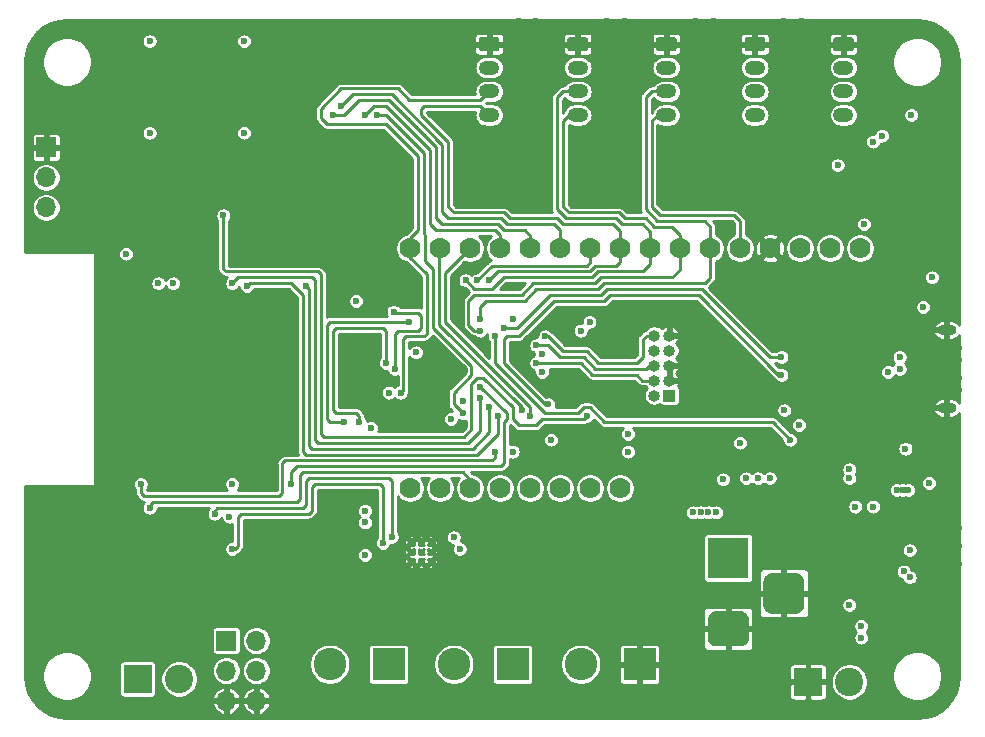
<source format=gbr>
G04 #@! TF.GenerationSoftware,KiCad,Pcbnew,5.1.5-1.fc31*
G04 #@! TF.CreationDate,2020-05-26T19:56:10+07:00*
G04 #@! TF.ProjectId,MP_SamBaseBoard_V1,4d505f53-616d-4426-9173-65426f617264,rev?*
G04 #@! TF.SameCoordinates,Original*
G04 #@! TF.FileFunction,Copper,L2,Inr*
G04 #@! TF.FilePolarity,Positive*
%FSLAX45Y45*%
G04 Gerber Fmt 4.5, Leading zero omitted, Abs format (unit mm)*
G04 Created by KiCad (PCBNEW 5.1.5-1.fc31) date 2020-05-26 19:56:10*
%MOMM*%
%LPD*%
G04 APERTURE LIST*
%ADD10C,2.750000*%
%ADD11R,2.750000X2.750000*%
%ADD12O,1.700000X1.700000*%
%ADD13R,1.700000X1.700000*%
%ADD14O,1.750000X1.200000*%
%ADD15C,0.100000*%
%ADD16O,1.000000X1.000000*%
%ADD17R,1.000000X1.000000*%
%ADD18R,3.500000X3.500000*%
%ADD19C,0.500000*%
%ADD20O,1.600000X0.900000*%
%ADD21C,2.400000*%
%ADD22R,2.400000X2.400000*%
%ADD23C,1.778000*%
%ADD24C,0.600000*%
%ADD25C,0.250000*%
G04 APERTURE END LIST*
D10*
X19600000Y-21775000D03*
D11*
X20100000Y-21775000D03*
D10*
X20650000Y-21775000D03*
D11*
X21150000Y-21775000D03*
D10*
X21725000Y-21775000D03*
D11*
X22225000Y-21775000D03*
D12*
X18979000Y-22083000D03*
X18725000Y-22083000D03*
X18979000Y-21829000D03*
X18725000Y-21829000D03*
X18979000Y-21575000D03*
D13*
X18725000Y-21575000D03*
D14*
X20950000Y-17125000D03*
X20950000Y-16925000D03*
X20950000Y-16725000D03*
G04 #@! TA.AperFunction,ViaPad*
D15*
G36*
X21014951Y-16465120D02*
G01*
X21017377Y-16465480D01*
X21019757Y-16466076D01*
X21022067Y-16466903D01*
X21024285Y-16467952D01*
X21026389Y-16469213D01*
X21028360Y-16470675D01*
X21030178Y-16472322D01*
X21031825Y-16474140D01*
X21033287Y-16476111D01*
X21034548Y-16478215D01*
X21035597Y-16480433D01*
X21036424Y-16482743D01*
X21037020Y-16485123D01*
X21037380Y-16487549D01*
X21037500Y-16490000D01*
X21037500Y-16560000D01*
X21037380Y-16562450D01*
X21037020Y-16564877D01*
X21036424Y-16567257D01*
X21035597Y-16569567D01*
X21034548Y-16571785D01*
X21033287Y-16573889D01*
X21031825Y-16575860D01*
X21030178Y-16577678D01*
X21028360Y-16579325D01*
X21026389Y-16580787D01*
X21024285Y-16582048D01*
X21022067Y-16583097D01*
X21019757Y-16583923D01*
X21017377Y-16584520D01*
X21014951Y-16584880D01*
X21012500Y-16585000D01*
X20887500Y-16585000D01*
X20885050Y-16584880D01*
X20882623Y-16584520D01*
X20880243Y-16583923D01*
X20877933Y-16583097D01*
X20875715Y-16582048D01*
X20873611Y-16580787D01*
X20871640Y-16579325D01*
X20869822Y-16577678D01*
X20868175Y-16575860D01*
X20866713Y-16573889D01*
X20865452Y-16571785D01*
X20864403Y-16569567D01*
X20863577Y-16567257D01*
X20862980Y-16564877D01*
X20862620Y-16562450D01*
X20862500Y-16560000D01*
X20862500Y-16490000D01*
X20862620Y-16487549D01*
X20862980Y-16485123D01*
X20863577Y-16482743D01*
X20864403Y-16480433D01*
X20865452Y-16478215D01*
X20866713Y-16476111D01*
X20868175Y-16474140D01*
X20869822Y-16472322D01*
X20871640Y-16470675D01*
X20873611Y-16469213D01*
X20875715Y-16467952D01*
X20877933Y-16466903D01*
X20880243Y-16466076D01*
X20882623Y-16465480D01*
X20885050Y-16465120D01*
X20887500Y-16465000D01*
X21012500Y-16465000D01*
X21014951Y-16465120D01*
G37*
G04 #@! TD.AperFunction*
D14*
X21700000Y-17125000D03*
X21700000Y-16925000D03*
X21700000Y-16725000D03*
G04 #@! TA.AperFunction,ViaPad*
D15*
G36*
X21764951Y-16465120D02*
G01*
X21767377Y-16465480D01*
X21769757Y-16466076D01*
X21772067Y-16466903D01*
X21774285Y-16467952D01*
X21776389Y-16469213D01*
X21778360Y-16470675D01*
X21780178Y-16472322D01*
X21781825Y-16474140D01*
X21783287Y-16476111D01*
X21784548Y-16478215D01*
X21785597Y-16480433D01*
X21786424Y-16482743D01*
X21787020Y-16485123D01*
X21787380Y-16487549D01*
X21787500Y-16490000D01*
X21787500Y-16560000D01*
X21787380Y-16562450D01*
X21787020Y-16564877D01*
X21786424Y-16567257D01*
X21785597Y-16569567D01*
X21784548Y-16571785D01*
X21783287Y-16573889D01*
X21781825Y-16575860D01*
X21780178Y-16577678D01*
X21778360Y-16579325D01*
X21776389Y-16580787D01*
X21774285Y-16582048D01*
X21772067Y-16583097D01*
X21769757Y-16583923D01*
X21767377Y-16584520D01*
X21764951Y-16584880D01*
X21762500Y-16585000D01*
X21637500Y-16585000D01*
X21635050Y-16584880D01*
X21632623Y-16584520D01*
X21630243Y-16583923D01*
X21627933Y-16583097D01*
X21625715Y-16582048D01*
X21623611Y-16580787D01*
X21621640Y-16579325D01*
X21619822Y-16577678D01*
X21618175Y-16575860D01*
X21616713Y-16573889D01*
X21615452Y-16571785D01*
X21614403Y-16569567D01*
X21613577Y-16567257D01*
X21612980Y-16564877D01*
X21612620Y-16562450D01*
X21612500Y-16560000D01*
X21612500Y-16490000D01*
X21612620Y-16487549D01*
X21612980Y-16485123D01*
X21613577Y-16482743D01*
X21614403Y-16480433D01*
X21615452Y-16478215D01*
X21616713Y-16476111D01*
X21618175Y-16474140D01*
X21619822Y-16472322D01*
X21621640Y-16470675D01*
X21623611Y-16469213D01*
X21625715Y-16467952D01*
X21627933Y-16466903D01*
X21630243Y-16466076D01*
X21632623Y-16465480D01*
X21635050Y-16465120D01*
X21637500Y-16465000D01*
X21762500Y-16465000D01*
X21764951Y-16465120D01*
G37*
G04 #@! TD.AperFunction*
D14*
X22450000Y-17125000D03*
X22450000Y-16925000D03*
X22450000Y-16725000D03*
G04 #@! TA.AperFunction,ViaPad*
D15*
G36*
X22514950Y-16465120D02*
G01*
X22517377Y-16465480D01*
X22519757Y-16466076D01*
X22522067Y-16466903D01*
X22524285Y-16467952D01*
X22526389Y-16469213D01*
X22528360Y-16470675D01*
X22530178Y-16472322D01*
X22531825Y-16474140D01*
X22533287Y-16476111D01*
X22534548Y-16478215D01*
X22535597Y-16480433D01*
X22536423Y-16482743D01*
X22537020Y-16485123D01*
X22537380Y-16487549D01*
X22537500Y-16490000D01*
X22537500Y-16560000D01*
X22537380Y-16562450D01*
X22537020Y-16564877D01*
X22536423Y-16567257D01*
X22535597Y-16569567D01*
X22534548Y-16571785D01*
X22533287Y-16573889D01*
X22531825Y-16575860D01*
X22530178Y-16577678D01*
X22528360Y-16579325D01*
X22526389Y-16580787D01*
X22524285Y-16582048D01*
X22522067Y-16583097D01*
X22519757Y-16583923D01*
X22517377Y-16584520D01*
X22514950Y-16584880D01*
X22512500Y-16585000D01*
X22387500Y-16585000D01*
X22385049Y-16584880D01*
X22382623Y-16584520D01*
X22380243Y-16583923D01*
X22377933Y-16583097D01*
X22375715Y-16582048D01*
X22373611Y-16580787D01*
X22371640Y-16579325D01*
X22369822Y-16577678D01*
X22368175Y-16575860D01*
X22366713Y-16573889D01*
X22365452Y-16571785D01*
X22364403Y-16569567D01*
X22363577Y-16567257D01*
X22362980Y-16564877D01*
X22362620Y-16562450D01*
X22362500Y-16560000D01*
X22362500Y-16490000D01*
X22362620Y-16487549D01*
X22362980Y-16485123D01*
X22363577Y-16482743D01*
X22364403Y-16480433D01*
X22365452Y-16478215D01*
X22366713Y-16476111D01*
X22368175Y-16474140D01*
X22369822Y-16472322D01*
X22371640Y-16470675D01*
X22373611Y-16469213D01*
X22375715Y-16467952D01*
X22377933Y-16466903D01*
X22380243Y-16466076D01*
X22382623Y-16465480D01*
X22385049Y-16465120D01*
X22387500Y-16465000D01*
X22512500Y-16465000D01*
X22514950Y-16465120D01*
G37*
G04 #@! TD.AperFunction*
D14*
X23200000Y-17125000D03*
X23200000Y-16925000D03*
X23200000Y-16725000D03*
G04 #@! TA.AperFunction,ViaPad*
D15*
G36*
X23264950Y-16465120D02*
G01*
X23267377Y-16465480D01*
X23269757Y-16466076D01*
X23272067Y-16466903D01*
X23274285Y-16467952D01*
X23276389Y-16469213D01*
X23278360Y-16470675D01*
X23280178Y-16472322D01*
X23281825Y-16474140D01*
X23283287Y-16476111D01*
X23284548Y-16478215D01*
X23285597Y-16480433D01*
X23286423Y-16482743D01*
X23287020Y-16485123D01*
X23287380Y-16487549D01*
X23287500Y-16490000D01*
X23287500Y-16560000D01*
X23287380Y-16562450D01*
X23287020Y-16564877D01*
X23286423Y-16567257D01*
X23285597Y-16569567D01*
X23284548Y-16571785D01*
X23283287Y-16573889D01*
X23281825Y-16575860D01*
X23280178Y-16577678D01*
X23278360Y-16579325D01*
X23276389Y-16580787D01*
X23274285Y-16582048D01*
X23272067Y-16583097D01*
X23269757Y-16583923D01*
X23267377Y-16584520D01*
X23264950Y-16584880D01*
X23262500Y-16585000D01*
X23137500Y-16585000D01*
X23135049Y-16584880D01*
X23132623Y-16584520D01*
X23130243Y-16583923D01*
X23127933Y-16583097D01*
X23125715Y-16582048D01*
X23123611Y-16580787D01*
X23121640Y-16579325D01*
X23119822Y-16577678D01*
X23118175Y-16575860D01*
X23116713Y-16573889D01*
X23115452Y-16571785D01*
X23114403Y-16569567D01*
X23113576Y-16567257D01*
X23112980Y-16564877D01*
X23112620Y-16562450D01*
X23112500Y-16560000D01*
X23112500Y-16490000D01*
X23112620Y-16487549D01*
X23112980Y-16485123D01*
X23113576Y-16482743D01*
X23114403Y-16480433D01*
X23115452Y-16478215D01*
X23116713Y-16476111D01*
X23118175Y-16474140D01*
X23119822Y-16472322D01*
X23121640Y-16470675D01*
X23123611Y-16469213D01*
X23125715Y-16467952D01*
X23127933Y-16466903D01*
X23130243Y-16466076D01*
X23132623Y-16465480D01*
X23135049Y-16465120D01*
X23137500Y-16465000D01*
X23262500Y-16465000D01*
X23264950Y-16465120D01*
G37*
G04 #@! TD.AperFunction*
D14*
X23950000Y-17125000D03*
X23950000Y-16925000D03*
X23950000Y-16725000D03*
G04 #@! TA.AperFunction,ViaPad*
D15*
G36*
X24014950Y-16465120D02*
G01*
X24017377Y-16465480D01*
X24019757Y-16466076D01*
X24022067Y-16466903D01*
X24024285Y-16467952D01*
X24026389Y-16469213D01*
X24028360Y-16470675D01*
X24030178Y-16472322D01*
X24031825Y-16474140D01*
X24033287Y-16476111D01*
X24034548Y-16478215D01*
X24035597Y-16480433D01*
X24036423Y-16482743D01*
X24037020Y-16485123D01*
X24037380Y-16487549D01*
X24037500Y-16490000D01*
X24037500Y-16560000D01*
X24037380Y-16562450D01*
X24037020Y-16564877D01*
X24036423Y-16567257D01*
X24035597Y-16569567D01*
X24034548Y-16571785D01*
X24033287Y-16573889D01*
X24031825Y-16575860D01*
X24030178Y-16577678D01*
X24028360Y-16579325D01*
X24026389Y-16580787D01*
X24024285Y-16582048D01*
X24022067Y-16583097D01*
X24019757Y-16583923D01*
X24017377Y-16584520D01*
X24014950Y-16584880D01*
X24012500Y-16585000D01*
X23887500Y-16585000D01*
X23885049Y-16584880D01*
X23882623Y-16584520D01*
X23880243Y-16583923D01*
X23877933Y-16583097D01*
X23875715Y-16582048D01*
X23873611Y-16580787D01*
X23871640Y-16579325D01*
X23869822Y-16577678D01*
X23868175Y-16575860D01*
X23866713Y-16573889D01*
X23865452Y-16571785D01*
X23864403Y-16569567D01*
X23863576Y-16567257D01*
X23862980Y-16564877D01*
X23862620Y-16562450D01*
X23862500Y-16560000D01*
X23862500Y-16490000D01*
X23862620Y-16487549D01*
X23862980Y-16485123D01*
X23863576Y-16482743D01*
X23864403Y-16480433D01*
X23865452Y-16478215D01*
X23866713Y-16476111D01*
X23868175Y-16474140D01*
X23869822Y-16472322D01*
X23871640Y-16470675D01*
X23873611Y-16469213D01*
X23875715Y-16467952D01*
X23877933Y-16466903D01*
X23880243Y-16466076D01*
X23882623Y-16465480D01*
X23885049Y-16465120D01*
X23887500Y-16465000D01*
X24012500Y-16465000D01*
X24014950Y-16465120D01*
G37*
G04 #@! TD.AperFunction*
D16*
X22348000Y-18992000D03*
X22475000Y-18992000D03*
X22348000Y-19119000D03*
X22475000Y-19119000D03*
X22348000Y-19246000D03*
X22475000Y-19246000D03*
X22348000Y-19373000D03*
X22475000Y-19373000D03*
X22348000Y-19500000D03*
D17*
X22475000Y-19500000D03*
D12*
X17200000Y-17908000D03*
X17200000Y-17654000D03*
D13*
X17200000Y-17400000D03*
G04 #@! TA.AperFunction,ViaPad*
D15*
G36*
X23541076Y-21000421D02*
G01*
X23549570Y-21001681D01*
X23557900Y-21003768D01*
X23565985Y-21006661D01*
X23573747Y-21010332D01*
X23581112Y-21014746D01*
X23588009Y-21019862D01*
X23594372Y-21025628D01*
X23600138Y-21031991D01*
X23605254Y-21038888D01*
X23609668Y-21046253D01*
X23613339Y-21054015D01*
X23616232Y-21062100D01*
X23618319Y-21070430D01*
X23619579Y-21078924D01*
X23620000Y-21087500D01*
X23620000Y-21262500D01*
X23619579Y-21271077D01*
X23618319Y-21279570D01*
X23616232Y-21287900D01*
X23613339Y-21295985D01*
X23609668Y-21303747D01*
X23605254Y-21311112D01*
X23600138Y-21318009D01*
X23594372Y-21324372D01*
X23588009Y-21330138D01*
X23581112Y-21335254D01*
X23573747Y-21339668D01*
X23565985Y-21343340D01*
X23557900Y-21346232D01*
X23549570Y-21348319D01*
X23541076Y-21349579D01*
X23532500Y-21350000D01*
X23357500Y-21350000D01*
X23348923Y-21349579D01*
X23340430Y-21348319D01*
X23332100Y-21346232D01*
X23324015Y-21343340D01*
X23316253Y-21339668D01*
X23308888Y-21335254D01*
X23301991Y-21330138D01*
X23295628Y-21324372D01*
X23289862Y-21318009D01*
X23284746Y-21311112D01*
X23280332Y-21303747D01*
X23276660Y-21295985D01*
X23273768Y-21287900D01*
X23271681Y-21279570D01*
X23270421Y-21271077D01*
X23270000Y-21262500D01*
X23270000Y-21087500D01*
X23270421Y-21078924D01*
X23271681Y-21070430D01*
X23273768Y-21062100D01*
X23276660Y-21054015D01*
X23280332Y-21046253D01*
X23284746Y-21038888D01*
X23289862Y-21031991D01*
X23295628Y-21025628D01*
X23301991Y-21019862D01*
X23308888Y-21014746D01*
X23316253Y-21010332D01*
X23324015Y-21006661D01*
X23332100Y-21003768D01*
X23340430Y-21001681D01*
X23348923Y-21000421D01*
X23357500Y-21000000D01*
X23532500Y-21000000D01*
X23541076Y-21000421D01*
G37*
G04 #@! TD.AperFunction*
G04 #@! TA.AperFunction,ViaPad*
G36*
X23082351Y-21325361D02*
G01*
X23089632Y-21326441D01*
X23096771Y-21328230D01*
X23103701Y-21330709D01*
X23110355Y-21333856D01*
X23116668Y-21337640D01*
X23122579Y-21342024D01*
X23128033Y-21346967D01*
X23132976Y-21352421D01*
X23137360Y-21358332D01*
X23141144Y-21364645D01*
X23144291Y-21371299D01*
X23146770Y-21378229D01*
X23148559Y-21385368D01*
X23149639Y-21392649D01*
X23150000Y-21400000D01*
X23150000Y-21550000D01*
X23149639Y-21557351D01*
X23148559Y-21564632D01*
X23146770Y-21571771D01*
X23144291Y-21578701D01*
X23141144Y-21585355D01*
X23137360Y-21591668D01*
X23132976Y-21597580D01*
X23128033Y-21603033D01*
X23122579Y-21607976D01*
X23116668Y-21612360D01*
X23110355Y-21616144D01*
X23103701Y-21619291D01*
X23096771Y-21621771D01*
X23089632Y-21623559D01*
X23082351Y-21624639D01*
X23075000Y-21625000D01*
X22875000Y-21625000D01*
X22867649Y-21624639D01*
X22860368Y-21623559D01*
X22853229Y-21621771D01*
X22846299Y-21619291D01*
X22839645Y-21616144D01*
X22833332Y-21612360D01*
X22827420Y-21607976D01*
X22821967Y-21603033D01*
X22817024Y-21597580D01*
X22812640Y-21591668D01*
X22808856Y-21585355D01*
X22805709Y-21578701D01*
X22803229Y-21571771D01*
X22801441Y-21564632D01*
X22800361Y-21557351D01*
X22800000Y-21550000D01*
X22800000Y-21400000D01*
X22800361Y-21392649D01*
X22801441Y-21385368D01*
X22803229Y-21378229D01*
X22805709Y-21371299D01*
X22808856Y-21364645D01*
X22812640Y-21358332D01*
X22817024Y-21352421D01*
X22821967Y-21346967D01*
X22827420Y-21342024D01*
X22833332Y-21337640D01*
X22839645Y-21333856D01*
X22846299Y-21330709D01*
X22853229Y-21328230D01*
X22860368Y-21326441D01*
X22867649Y-21325361D01*
X22875000Y-21325000D01*
X23075000Y-21325000D01*
X23082351Y-21325361D01*
G37*
G04 #@! TD.AperFunction*
D18*
X22975000Y-20875000D03*
D19*
X20454359Y-20744359D03*
X20454359Y-20824359D03*
X20454359Y-20904359D03*
X20374359Y-20744359D03*
X20374359Y-20824359D03*
X20374359Y-20904359D03*
X20294359Y-20744359D03*
X20294359Y-20824359D03*
X20294359Y-20904359D03*
D20*
X24825000Y-19605000D03*
X24825000Y-18945000D03*
D21*
X24000000Y-21925000D03*
D22*
X23650000Y-21925000D03*
D21*
X18325000Y-21900000D03*
D22*
X17975000Y-21900000D03*
D23*
X24090000Y-18252000D03*
X23836000Y-18252000D03*
X23582000Y-18252000D03*
X23328000Y-18252000D03*
X20280000Y-18252000D03*
X20534000Y-18252000D03*
X20788000Y-18252000D03*
X21042000Y-18252000D03*
X21296000Y-18252000D03*
X21550000Y-18252000D03*
X21804000Y-18252000D03*
X22058000Y-18252000D03*
X22312000Y-18252000D03*
X22566000Y-18252000D03*
X22820000Y-18252000D03*
X23074000Y-18252000D03*
X20280000Y-20284000D03*
X20534000Y-20284000D03*
X20788000Y-20284000D03*
X21042000Y-20284000D03*
X21296000Y-20284000D03*
X21550000Y-20284000D03*
X21804000Y-20284000D03*
X22058000Y-20284000D03*
D24*
X18550000Y-20775000D03*
X18500000Y-20725000D03*
X18500000Y-19375000D03*
X18300000Y-19575000D03*
X18700000Y-19575000D03*
X18700000Y-19175000D03*
X18300000Y-19175000D03*
X24225000Y-21125000D03*
X24225000Y-21275000D03*
X24375000Y-21275000D03*
X24375000Y-21125000D03*
X24900000Y-21230000D03*
X24800000Y-21230000D03*
X24030000Y-20625000D03*
X24130000Y-20625000D03*
X22800000Y-20640000D03*
X22850000Y-20640000D03*
X22675000Y-20360000D03*
X22740000Y-20360000D03*
X22805000Y-20360000D03*
X22870000Y-20360000D03*
X24500000Y-20650000D03*
X21475000Y-19400000D03*
X22650000Y-19275000D03*
X22650000Y-19025000D03*
X22650000Y-19525000D03*
X22025000Y-19550000D03*
X22650000Y-19150000D03*
X22650000Y-19400000D03*
X24900000Y-21040000D03*
X24800000Y-21040000D03*
X24365000Y-20070000D03*
X24425000Y-20070000D03*
X24485000Y-20070000D03*
X24925000Y-20925000D03*
X24925000Y-20775000D03*
X24925000Y-20625000D03*
X24775000Y-20375000D03*
X24775000Y-20475000D03*
X23700000Y-20115000D03*
X23700000Y-20215000D03*
X23325000Y-20450000D03*
X23525000Y-20115000D03*
X24925000Y-19350000D03*
X24925000Y-19450000D03*
X24925000Y-19200000D03*
X24925000Y-19100000D03*
X23750000Y-19950000D03*
X23250000Y-19900000D03*
X22950000Y-19275000D03*
X22950000Y-19150000D03*
X23525000Y-20215000D03*
X22950000Y-20000000D03*
X23025000Y-20000000D03*
X23125000Y-20450000D03*
X23125000Y-20325000D03*
X23325000Y-20325000D03*
X20550000Y-21025000D03*
X20200000Y-21375000D03*
X20550000Y-21375000D03*
X20550000Y-21500000D03*
X20200000Y-21500000D03*
X19675000Y-20375000D03*
X19800000Y-20375000D03*
X20150000Y-21025000D03*
X20200000Y-21025000D03*
X20600000Y-21025000D03*
X22150000Y-19625000D03*
X20600000Y-19200000D03*
X17250000Y-20675000D03*
X17250000Y-20475000D03*
X17250000Y-20575000D03*
X22100000Y-16325000D03*
X22100000Y-16425000D03*
X22850000Y-16425000D03*
X22850000Y-16325000D03*
X23600000Y-16325000D03*
X23600000Y-16425000D03*
X21350000Y-16425000D03*
X21350000Y-16325000D03*
X21575000Y-19875000D03*
X21675000Y-19875000D03*
X21775000Y-19875000D03*
X21100000Y-18575000D03*
X21175000Y-18575000D03*
X24300000Y-19450000D03*
X24300000Y-19600000D03*
X20600000Y-19350000D03*
X20725000Y-19275000D03*
X22175000Y-19125000D03*
X22175000Y-19025000D03*
X18675000Y-16350000D03*
X18275000Y-16350000D03*
X18400000Y-16350000D03*
X18550000Y-16350000D03*
X18675000Y-16950000D03*
X18275000Y-16950000D03*
X18400000Y-16950000D03*
X18550000Y-16950000D03*
X18550000Y-17125000D03*
X18400000Y-17125000D03*
X18675000Y-17125000D03*
X18275000Y-17125000D03*
X18675000Y-17725000D03*
X18550000Y-17725000D03*
X18275000Y-17725000D03*
X18400000Y-17725000D03*
X18475000Y-17900000D03*
X17875000Y-17900000D03*
X19075000Y-17900000D03*
X17750000Y-18300000D03*
X17750000Y-18550000D03*
X17750000Y-20000000D03*
X17750000Y-20250000D03*
X23425000Y-19025000D03*
X23425000Y-18875000D03*
X21950000Y-16325000D03*
X21950000Y-16425000D03*
X21200000Y-16425000D03*
X21200000Y-16325000D03*
X22700000Y-16325000D03*
X22700000Y-16425000D03*
X23450000Y-16425000D03*
X23450000Y-16325000D03*
X22725000Y-16900000D03*
X22825000Y-16900000D03*
X22075000Y-16900000D03*
X21975000Y-16900000D03*
X21325000Y-16900000D03*
X21225000Y-16900000D03*
X20900000Y-17623000D03*
X21050000Y-17623000D03*
X21125000Y-17523000D03*
X21700000Y-20725000D03*
X21800000Y-20725000D03*
X21900000Y-20725000D03*
X20350000Y-18525000D03*
X20250000Y-18525000D03*
X20650000Y-18525000D03*
X19750000Y-19175000D03*
X19750000Y-19075000D03*
X19750000Y-19275000D03*
X23100000Y-17400000D03*
X23200000Y-17400000D03*
X23400000Y-18025000D03*
X23325000Y-18025000D03*
X23250000Y-18025000D03*
X20050000Y-18525000D03*
X20150000Y-18525000D03*
X19850000Y-19175000D03*
X19850000Y-19275000D03*
X21575000Y-18825000D03*
X21650000Y-18825000D03*
X22950000Y-19525000D03*
X22950000Y-19400000D03*
X22950000Y-19025000D03*
X22400000Y-20275000D03*
X22400000Y-20150000D03*
X22400000Y-20025000D03*
X22400000Y-19900000D03*
X22400000Y-20400000D03*
X22400000Y-20800000D03*
X22400000Y-20925000D03*
X22400000Y-21050000D03*
X22400000Y-21175000D03*
X19675000Y-20850000D03*
X19800000Y-20850000D03*
X19550000Y-20375000D03*
X19925000Y-20375000D03*
X20410000Y-19725000D03*
X20510000Y-19725000D03*
X21575000Y-19775000D03*
X21675000Y-19775000D03*
X21775000Y-19775000D03*
X20875000Y-19050000D03*
X19520000Y-17375000D03*
X19520000Y-17625000D03*
X19250000Y-16350000D03*
X19500000Y-16350000D03*
X19750000Y-16350000D03*
X20000000Y-16350000D03*
X21475000Y-19875000D03*
X24000000Y-20125000D03*
X24000000Y-20200000D03*
X19825000Y-18700000D03*
X20330000Y-19135000D03*
X21150000Y-18850000D03*
X23900000Y-17550000D03*
X24125000Y-18050000D03*
X19950000Y-19775000D03*
X20625000Y-19700000D03*
X24525000Y-17125000D03*
X24475000Y-19950000D03*
X21400000Y-19300000D03*
X23125000Y-20200000D03*
X23225000Y-20200000D03*
X23325000Y-20200000D03*
X22870000Y-20490000D03*
X22675000Y-20490000D03*
X22740000Y-20490000D03*
X22805000Y-20490000D03*
X23450000Y-19625000D03*
X19900000Y-20850000D03*
X19900000Y-20475000D03*
X19900000Y-20575000D03*
X24460000Y-20990000D03*
X24510000Y-21040000D03*
X24500000Y-20300000D03*
X24450000Y-20300000D03*
X24400000Y-20300000D03*
X24625000Y-18750000D03*
X21775000Y-19675000D03*
X18700000Y-17975000D03*
X20725000Y-19650000D03*
X20000000Y-17125000D03*
X20650000Y-20700000D03*
X20125000Y-20700000D03*
X18625000Y-20500000D03*
X20050000Y-20750000D03*
X18775000Y-20800000D03*
X21150000Y-19975000D03*
X20700000Y-20800000D03*
X18075000Y-20450000D03*
X21800000Y-18875000D03*
X24275000Y-17300000D03*
X21725000Y-18950000D03*
X24200000Y-17350000D03*
X20875000Y-18850000D03*
X18875000Y-17275000D03*
X18075000Y-17275000D03*
X20875000Y-18950000D03*
X20750000Y-18525000D03*
X18875000Y-16500000D03*
X18075000Y-16500000D03*
X20950000Y-18525000D03*
X20850000Y-18525000D03*
X18775000Y-18550000D03*
X20875000Y-19525000D03*
X19700000Y-17050000D03*
X19275000Y-20250000D03*
X20875000Y-19425000D03*
X19625000Y-17125000D03*
X17875000Y-18300000D03*
X20725000Y-19550000D03*
X19900000Y-17125000D03*
X18275000Y-18550000D03*
X18775000Y-20250000D03*
X21300000Y-19675000D03*
X18150000Y-18550000D03*
X18750000Y-20525000D03*
X21225000Y-19625000D03*
X20200000Y-19475000D03*
X21425000Y-19000000D03*
X20100000Y-19475000D03*
X21400000Y-19150000D03*
X21350000Y-19225000D03*
X21350000Y-19075000D03*
X21025000Y-19675000D03*
X18900000Y-18575000D03*
X23500000Y-19875000D03*
X21000000Y-19000000D03*
X22930000Y-20210000D03*
X23075000Y-19900000D03*
X20140500Y-18789500D03*
X20150000Y-19275000D03*
X24700000Y-18500000D03*
X24675000Y-20240000D03*
X24200000Y-20440000D03*
X24000000Y-21275000D03*
X24100000Y-21450000D03*
X24510000Y-20810000D03*
X24100000Y-21550000D03*
X24050000Y-20440000D03*
X21450000Y-19575000D03*
X23425000Y-19325000D03*
X21075000Y-18925000D03*
X23425000Y-19175000D03*
X18000000Y-20250000D03*
X21000000Y-19975000D03*
X20950000Y-19600000D03*
X19400000Y-18575000D03*
X20275000Y-18875000D03*
X19725000Y-19725000D03*
X19850000Y-19725000D03*
X20075000Y-19225000D03*
X22125000Y-19825000D03*
X24425000Y-19275000D03*
X22125000Y-19975000D03*
X24325000Y-19300000D03*
X23575000Y-19750000D03*
X24425000Y-19175000D03*
D25*
X21150000Y-19700000D02*
X21200000Y-19750000D01*
X21150000Y-19600000D02*
X21150000Y-19700000D01*
X20900000Y-19350000D02*
X21150000Y-19600000D01*
X18725000Y-18450000D02*
X19500000Y-18450000D01*
X20800000Y-19400000D02*
X20850000Y-19350000D01*
X19500000Y-18450000D02*
X19525000Y-18475000D01*
X18700000Y-17975000D02*
X18700000Y-18425000D01*
X19525000Y-18475000D02*
X19525000Y-19825000D01*
X18700000Y-18425000D02*
X18725000Y-18450000D01*
X20850000Y-19350000D02*
X20900000Y-19350000D01*
X19525000Y-19825000D02*
X19550000Y-19850000D01*
X20737500Y-19850000D02*
X20800000Y-19787500D01*
X19550000Y-19850000D02*
X20737500Y-19850000D01*
X20800000Y-19787500D02*
X20800000Y-19400000D01*
X21350000Y-19750000D02*
X21400000Y-19700000D01*
X21200000Y-19750000D02*
X21350000Y-19750000D01*
X21400000Y-19700000D02*
X21750000Y-19700000D01*
X21750000Y-19700000D02*
X21775000Y-19675000D01*
X20650000Y-19575000D02*
X20725000Y-19650000D01*
X20407500Y-18142500D02*
X20407500Y-18357500D01*
X20400000Y-18135000D02*
X20407500Y-18142500D01*
X20407500Y-18357500D02*
X20475000Y-18425000D01*
X20650000Y-19475000D02*
X20650000Y-19575000D01*
X20400000Y-17450000D02*
X20400000Y-18135000D01*
X20000000Y-17125000D02*
X20075000Y-17125000D01*
X20075000Y-17125000D02*
X20400000Y-17450000D01*
X20475000Y-18425000D02*
X20475000Y-18925000D01*
X20475000Y-18925000D02*
X20800000Y-19250000D01*
X20800000Y-19250000D02*
X20800000Y-19325000D01*
X20800000Y-19325000D02*
X20650000Y-19475000D01*
X19400000Y-20225000D02*
X19425000Y-20200000D01*
X18625000Y-20500000D02*
X18625000Y-20475000D01*
X18625000Y-20475000D02*
X18650000Y-20450000D01*
X19375000Y-20450000D02*
X19400000Y-20425000D01*
X19425000Y-20200000D02*
X20100000Y-20200000D01*
X18650000Y-20450000D02*
X19375000Y-20450000D01*
X19400000Y-20425000D02*
X19400000Y-20225000D01*
X20100000Y-20200000D02*
X20125000Y-20225000D01*
X20125000Y-20225000D02*
X20125000Y-20700000D01*
X20050000Y-20275000D02*
X20050000Y-20750000D01*
X19475000Y-20250000D02*
X20025000Y-20250000D01*
X20025000Y-20250000D02*
X20050000Y-20275000D01*
X19450000Y-20475000D02*
X19450000Y-20275000D01*
X19450000Y-20275000D02*
X19475000Y-20250000D01*
X19425000Y-20500000D02*
X19450000Y-20475000D01*
X18800000Y-20800000D02*
X18825000Y-20775000D01*
X18775000Y-20800000D02*
X18800000Y-20800000D01*
X18825000Y-20525000D02*
X18850000Y-20500000D01*
X18850000Y-20500000D02*
X19425000Y-20500000D01*
X18825000Y-20775000D02*
X18825000Y-20525000D01*
X18075000Y-20425000D02*
X18075000Y-20450000D01*
X18100000Y-20400000D02*
X18075000Y-20425000D01*
X19325000Y-20400000D02*
X18100000Y-20400000D01*
X20788000Y-20213000D02*
X20725000Y-20150000D01*
X20725000Y-20150000D02*
X19375000Y-20150000D01*
X19375000Y-20150000D02*
X19350000Y-20175000D01*
X20788000Y-20284000D02*
X20788000Y-20213000D01*
X19350000Y-20375000D02*
X19325000Y-20400000D01*
X19350000Y-20175000D02*
X19350000Y-20375000D01*
X23074000Y-18025000D02*
X23074000Y-18252000D01*
X23024000Y-17975000D02*
X23074000Y-18025000D01*
X22375000Y-17125000D02*
X22325000Y-17175000D01*
X22450000Y-17125000D02*
X22375000Y-17125000D01*
X22325000Y-17175000D02*
X22325000Y-17900000D01*
X22400000Y-17975000D02*
X23024000Y-17975000D01*
X22325000Y-17900000D02*
X22400000Y-17975000D01*
X22275000Y-17925000D02*
X22375000Y-18025000D01*
X22275000Y-16975000D02*
X22275000Y-17925000D01*
X22375000Y-18025000D02*
X22775000Y-18025000D01*
X22450000Y-16925000D02*
X22325000Y-16925000D01*
X22325000Y-16925000D02*
X22275000Y-16975000D01*
X22820000Y-18070000D02*
X22775000Y-18025000D01*
X22820000Y-18252000D02*
X22820000Y-18070000D01*
X20925000Y-18700000D02*
X20875000Y-18750000D01*
X21250000Y-18700000D02*
X20925000Y-18700000D01*
X21350000Y-18600000D02*
X21250000Y-18700000D01*
X21925000Y-18550000D02*
X21875000Y-18600000D01*
X22820000Y-18252000D02*
X22820000Y-18505000D01*
X20875000Y-18750000D02*
X20875000Y-18850000D01*
X21875000Y-18600000D02*
X21350000Y-18600000D01*
X22820000Y-18505000D02*
X22775000Y-18550000D01*
X22775000Y-18550000D02*
X21925000Y-18550000D01*
X22500000Y-18075000D02*
X22566000Y-18141000D01*
X22100000Y-18000000D02*
X22275000Y-18000000D01*
X22350000Y-18075000D02*
X22500000Y-18075000D01*
X22275000Y-18000000D02*
X22350000Y-18075000D01*
X22050000Y-17950000D02*
X22100000Y-18000000D01*
X21625000Y-17125000D02*
X21575000Y-17175000D01*
X22566000Y-18141000D02*
X22566000Y-18252000D01*
X21575000Y-17175000D02*
X21575000Y-17900000D01*
X21700000Y-17125000D02*
X21625000Y-17125000D01*
X21625000Y-17950000D02*
X22050000Y-17950000D01*
X21575000Y-17900000D02*
X21625000Y-17950000D01*
X22566000Y-18434000D02*
X22566000Y-18252000D01*
X20775000Y-18700000D02*
X20825000Y-18650000D01*
X21325000Y-18550000D02*
X21850000Y-18550000D01*
X22500000Y-18500000D02*
X22566000Y-18434000D01*
X20775000Y-18900000D02*
X20775000Y-18700000D01*
X21900000Y-18500000D02*
X22500000Y-18500000D01*
X20875000Y-18950000D02*
X20825000Y-18950000D01*
X20825000Y-18950000D02*
X20775000Y-18900000D01*
X20825000Y-18650000D02*
X21225000Y-18650000D01*
X21225000Y-18650000D02*
X21325000Y-18550000D01*
X21850000Y-18550000D02*
X21900000Y-18500000D01*
X22312000Y-18112000D02*
X22312000Y-18252000D01*
X22075000Y-18050000D02*
X22250000Y-18050000D01*
X22250000Y-18050000D02*
X22312000Y-18112000D01*
X22025000Y-18000000D02*
X22075000Y-18050000D01*
X21700000Y-16925000D02*
X21575000Y-16925000D01*
X21525000Y-16975000D02*
X21525000Y-17925000D01*
X21575000Y-16925000D02*
X21525000Y-16975000D01*
X21600000Y-18000000D02*
X22025000Y-18000000D01*
X21525000Y-17925000D02*
X21600000Y-18000000D01*
X20975000Y-18600000D02*
X20825000Y-18600000D01*
X21075000Y-18500000D02*
X20975000Y-18600000D01*
X22312000Y-18252000D02*
X22312000Y-18388000D01*
X20825000Y-18600000D02*
X20750000Y-18525000D01*
X22312000Y-18388000D02*
X22250000Y-18450000D01*
X22250000Y-18450000D02*
X21875000Y-18450000D01*
X21875000Y-18450000D02*
X21825000Y-18500000D01*
X21825000Y-18500000D02*
X21075000Y-18500000D01*
X22058000Y-18367000D02*
X22025000Y-18400000D01*
X21850000Y-18400000D02*
X21800000Y-18450000D01*
X22058000Y-18252000D02*
X22058000Y-18367000D01*
X21025000Y-18450000D02*
X20950000Y-18525000D01*
X22025000Y-18400000D02*
X21850000Y-18400000D01*
X21800000Y-18450000D02*
X21025000Y-18450000D01*
X20875000Y-17050000D02*
X20950000Y-17125000D01*
X20600000Y-17900000D02*
X20600000Y-17350000D01*
X20650000Y-17950000D02*
X20600000Y-17900000D01*
X21075000Y-17950000D02*
X20650000Y-17950000D01*
X21525000Y-18000000D02*
X21125000Y-18000000D01*
X21125000Y-18000000D02*
X21075000Y-17950000D01*
X22058000Y-18252000D02*
X22058000Y-18108000D01*
X22058000Y-18108000D02*
X22000000Y-18050000D01*
X22000000Y-18050000D02*
X21575000Y-18050000D01*
X21575000Y-18050000D02*
X21525000Y-18000000D01*
X20375000Y-17125000D02*
X20375000Y-17075000D01*
X20600000Y-17350000D02*
X20375000Y-17125000D01*
X20375000Y-17075000D02*
X20400000Y-17050000D01*
X20400000Y-17050000D02*
X20875000Y-17050000D01*
X21804000Y-18371000D02*
X21804000Y-18252000D01*
X21775000Y-18400000D02*
X21804000Y-18371000D01*
X20850000Y-18525000D02*
X20975000Y-18400000D01*
X20975000Y-18400000D02*
X21775000Y-18400000D01*
X19450000Y-18500000D02*
X18825000Y-18500000D01*
X19475000Y-18525000D02*
X19450000Y-18500000D01*
X18825000Y-18500000D02*
X18775000Y-18550000D01*
X20875000Y-19800000D02*
X20775000Y-19900000D01*
X20875000Y-19525000D02*
X20875000Y-19800000D01*
X19500000Y-19900000D02*
X19475000Y-19875000D01*
X20775000Y-19900000D02*
X19500000Y-19900000D01*
X19475000Y-19875000D02*
X19475000Y-18525000D01*
X21550000Y-18100000D02*
X21550000Y-18252000D01*
X21500000Y-18050000D02*
X21550000Y-18100000D01*
X21100000Y-18050000D02*
X21500000Y-18050000D01*
X20600000Y-18000000D02*
X21050000Y-18000000D01*
X19800000Y-16950000D02*
X20125000Y-16950000D01*
X21050000Y-18000000D02*
X21100000Y-18050000D01*
X19700000Y-17050000D02*
X19800000Y-16950000D01*
X20125000Y-16950000D02*
X20550000Y-17375000D01*
X20550000Y-17950000D02*
X20600000Y-18000000D01*
X20550000Y-17375000D02*
X20550000Y-17950000D01*
X19275000Y-20250000D02*
X19275000Y-20150000D01*
X19275000Y-20150000D02*
X19325000Y-20100000D01*
X21050000Y-20100000D02*
X21075000Y-20075000D01*
X19325000Y-20100000D02*
X21050000Y-20100000D01*
X21075000Y-20075000D02*
X21075000Y-19725000D01*
X21075000Y-19725000D02*
X21100000Y-19700000D01*
X21100000Y-19700000D02*
X21100000Y-19650000D01*
X21100000Y-19650000D02*
X20875000Y-19425000D01*
X19850000Y-17000000D02*
X19725000Y-17125000D01*
X20500000Y-17400000D02*
X20100000Y-17000000D01*
X20500000Y-18000000D02*
X20500000Y-17400000D01*
X20550000Y-18050000D02*
X20500000Y-18000000D01*
X19725000Y-17125000D02*
X19625000Y-17125000D01*
X21075000Y-18100000D02*
X21025000Y-18050000D01*
X21296000Y-18146000D02*
X21250000Y-18100000D01*
X21296000Y-18252000D02*
X21296000Y-18146000D01*
X21250000Y-18100000D02*
X21075000Y-18100000D01*
X20100000Y-17000000D02*
X19850000Y-17000000D01*
X21025000Y-18050000D02*
X20550000Y-18050000D01*
X21042000Y-18142000D02*
X21042000Y-18252000D01*
X21000000Y-18100000D02*
X21042000Y-18142000D01*
X20500000Y-18100000D02*
X21000000Y-18100000D01*
X19975000Y-17050000D02*
X20075000Y-17050000D01*
X19900000Y-17125000D02*
X19975000Y-17050000D01*
X20075000Y-17050000D02*
X20450000Y-17425000D01*
X20450000Y-17425000D02*
X20450000Y-18050000D01*
X20450000Y-18050000D02*
X20500000Y-18100000D01*
X21300000Y-19600000D02*
X21300000Y-19675000D01*
X20575000Y-18875000D02*
X21300000Y-19600000D01*
X20575000Y-18465000D02*
X20575000Y-18875000D01*
X20788000Y-18252000D02*
X20575000Y-18465000D01*
X20525000Y-18261000D02*
X20534000Y-18252000D01*
X20525000Y-18900000D02*
X20525000Y-18261000D01*
X21225000Y-19600000D02*
X20525000Y-18900000D01*
X21225000Y-19625000D02*
X21225000Y-19600000D01*
X20225000Y-19450000D02*
X20225000Y-19025000D01*
X20425000Y-18475000D02*
X20275000Y-18325000D01*
X20425000Y-18975000D02*
X20425000Y-18475000D01*
X20200000Y-19475000D02*
X20225000Y-19450000D01*
X20275000Y-18325000D02*
X20275000Y-18250000D01*
X20225000Y-19025000D02*
X20250000Y-19000000D01*
X20250000Y-19000000D02*
X20400000Y-19000000D01*
X20400000Y-19000000D02*
X20425000Y-18975000D01*
X20075000Y-17200000D02*
X19575000Y-17200000D01*
X20280000Y-18252000D02*
X20280000Y-18170000D01*
X19700000Y-16900000D02*
X20175000Y-16900000D01*
X20350000Y-18100000D02*
X20350000Y-17475000D01*
X20280000Y-18170000D02*
X20350000Y-18100000D01*
X20875000Y-17000000D02*
X20950000Y-16925000D01*
X20275000Y-17000000D02*
X20875000Y-17000000D01*
X19575000Y-17200000D02*
X19525000Y-17150000D01*
X19525000Y-17150000D02*
X19525000Y-17075000D01*
X19525000Y-17075000D02*
X19700000Y-16900000D01*
X20350000Y-17475000D02*
X20075000Y-17200000D01*
X20175000Y-16900000D02*
X20275000Y-17000000D01*
X21575000Y-19125000D02*
X21450000Y-19000000D01*
X21775000Y-19125000D02*
X21575000Y-19125000D01*
X22348000Y-18992000D02*
X22283000Y-18992000D01*
X21450000Y-19000000D02*
X21425000Y-19000000D01*
X22250000Y-19175000D02*
X22200000Y-19225000D01*
X22283000Y-18992000D02*
X22250000Y-19025000D01*
X22250000Y-19025000D02*
X22250000Y-19175000D01*
X21875000Y-19225000D02*
X21775000Y-19125000D01*
X22200000Y-19225000D02*
X21875000Y-19225000D01*
X21725000Y-19225000D02*
X21350000Y-19225000D01*
X21825000Y-19325000D02*
X21725000Y-19225000D01*
X22200000Y-19325000D02*
X21825000Y-19325000D01*
X22348000Y-19373000D02*
X22248000Y-19373000D01*
X22248000Y-19373000D02*
X22200000Y-19325000D01*
X21850000Y-19275000D02*
X22275000Y-19275000D01*
X21750000Y-19175000D02*
X21850000Y-19275000D01*
X21550000Y-19175000D02*
X21750000Y-19175000D01*
X21350000Y-19075000D02*
X21450000Y-19075000D01*
X21450000Y-19075000D02*
X21550000Y-19175000D01*
X22304000Y-19246000D02*
X22275000Y-19275000D01*
X22348000Y-19246000D02*
X22304000Y-19246000D01*
X21025000Y-19825000D02*
X21025000Y-19675000D01*
X19400000Y-20000000D02*
X20850000Y-20000000D01*
X19375000Y-18650000D02*
X19375000Y-19975000D01*
X20850000Y-20000000D02*
X21025000Y-19825000D01*
X19275000Y-18550000D02*
X19375000Y-18650000D01*
X19375000Y-19975000D02*
X19400000Y-20000000D01*
X18925000Y-18550000D02*
X19275000Y-18550000D01*
X18900000Y-18575000D02*
X18925000Y-18550000D01*
X23475000Y-19850000D02*
X23500000Y-19875000D01*
X23350000Y-19725000D02*
X23500000Y-19875000D01*
X21800000Y-19600000D02*
X21925000Y-19725000D01*
X21925000Y-19725000D02*
X23350000Y-19725000D01*
X21425000Y-19650000D02*
X21700000Y-19650000D01*
X21000000Y-19000000D02*
X21000000Y-19225000D01*
X21000000Y-19225000D02*
X21425000Y-19650000D01*
X21700000Y-19650000D02*
X21750000Y-19600000D01*
X21750000Y-19600000D02*
X21800000Y-19600000D01*
X20150000Y-18799000D02*
X20140500Y-18789500D01*
X20350000Y-18800000D02*
X20150000Y-18800000D01*
X20150000Y-18800000D02*
X20150000Y-18799000D01*
X20375000Y-18825000D02*
X20350000Y-18800000D01*
X20150000Y-18975000D02*
X20175000Y-18950000D01*
X20150000Y-19275000D02*
X20150000Y-18975000D01*
X20350000Y-18950000D02*
X20375000Y-18925000D01*
X20175000Y-18950000D02*
X20350000Y-18950000D01*
X20375000Y-18925000D02*
X20375000Y-18825000D01*
X21425000Y-19575000D02*
X21450000Y-19575000D01*
X21975000Y-18650000D02*
X21925000Y-18700000D01*
X21200000Y-19000000D02*
X21100000Y-19000000D01*
X22725000Y-18650000D02*
X21975000Y-18650000D01*
X21925000Y-18700000D02*
X21500000Y-18700000D01*
X21500000Y-18700000D02*
X21200000Y-19000000D01*
X21100000Y-19000000D02*
X21075000Y-19025000D01*
X21075000Y-19025000D02*
X21075000Y-19225000D01*
X21075000Y-19225000D02*
X21425000Y-19575000D01*
X22725000Y-18650000D02*
X23400000Y-19325000D01*
X23400000Y-19325000D02*
X23425000Y-19325000D01*
X21187500Y-18925000D02*
X21075000Y-18925000D01*
X21900000Y-18650000D02*
X21462500Y-18650000D01*
X23425000Y-19175000D02*
X23325000Y-19175000D01*
X21462500Y-18650000D02*
X21187500Y-18925000D01*
X23325000Y-19175000D02*
X22750000Y-18600000D01*
X22750000Y-18600000D02*
X21950000Y-18600000D01*
X21950000Y-18600000D02*
X21900000Y-18650000D01*
X19200000Y-20325000D02*
X19200000Y-20075000D01*
X19175000Y-20350000D02*
X19200000Y-20325000D01*
X18025000Y-20350000D02*
X19175000Y-20350000D01*
X18000000Y-20250000D02*
X18000000Y-20325000D01*
X18000000Y-20325000D02*
X18025000Y-20350000D01*
X19200000Y-20075000D02*
X19225000Y-20050000D01*
X21000000Y-19975000D02*
X21000000Y-20025000D01*
X21000000Y-20025000D02*
X20975000Y-20050000D01*
X19225000Y-20050000D02*
X20975000Y-20050000D01*
X19425000Y-18600000D02*
X19400000Y-18575000D01*
X20950000Y-19600000D02*
X20950000Y-19812500D01*
X20812500Y-19950000D02*
X19450000Y-19950000D01*
X19425000Y-19925000D02*
X19425000Y-18600000D01*
X20950000Y-19812500D02*
X20812500Y-19950000D01*
X19450000Y-19950000D02*
X19425000Y-19925000D01*
X19600000Y-18875000D02*
X20275000Y-18875000D01*
X19575000Y-18900000D02*
X19600000Y-18875000D01*
X19725000Y-19725000D02*
X19600000Y-19725000D01*
X19575000Y-19700000D02*
X19575000Y-18900000D01*
X19600000Y-19725000D02*
X19575000Y-19700000D01*
X19850000Y-19725000D02*
X19850000Y-19675000D01*
X19850000Y-19675000D02*
X19825000Y-19650000D01*
X19825000Y-19650000D02*
X19650000Y-19650000D01*
X19650000Y-19650000D02*
X19625000Y-19625000D01*
X19625000Y-19625000D02*
X19625000Y-18950000D01*
X19625000Y-18950000D02*
X19650000Y-18925000D01*
X19650000Y-18925000D02*
X20050000Y-18925000D01*
X20075000Y-18950000D02*
X20075000Y-19225000D01*
X20050000Y-18925000D02*
X20075000Y-18950000D01*
G36*
X24643911Y-16326972D02*
G01*
X24710198Y-16346986D01*
X24771335Y-16379493D01*
X24824993Y-16423255D01*
X24869129Y-16476607D01*
X24902063Y-16537516D01*
X24922538Y-16603660D01*
X24929998Y-16674644D01*
X24930000Y-16675099D01*
X24930000Y-18900249D01*
X24927175Y-18895503D01*
X24916228Y-18883348D01*
X24903120Y-18873563D01*
X24888355Y-18866524D01*
X24872500Y-18862500D01*
X24837500Y-18862500D01*
X24837500Y-18932500D01*
X24839500Y-18932500D01*
X24839500Y-18957500D01*
X24837500Y-18957500D01*
X24837500Y-19027500D01*
X24872500Y-19027500D01*
X24888355Y-19023476D01*
X24903120Y-19016437D01*
X24916228Y-19006652D01*
X24927175Y-18994498D01*
X24930000Y-18989751D01*
X24930000Y-19560249D01*
X24927175Y-19555503D01*
X24916228Y-19543348D01*
X24903120Y-19533563D01*
X24888355Y-19526524D01*
X24872500Y-19522500D01*
X24837500Y-19522500D01*
X24837500Y-19592500D01*
X24839500Y-19592500D01*
X24839500Y-19617500D01*
X24837500Y-19617500D01*
X24837500Y-19687500D01*
X24872500Y-19687500D01*
X24888355Y-19683476D01*
X24903120Y-19676437D01*
X24916228Y-19666652D01*
X24927175Y-19654498D01*
X24930000Y-19649751D01*
X24930000Y-21872800D01*
X24923027Y-21943911D01*
X24903014Y-22010198D01*
X24870507Y-22071334D01*
X24826744Y-22124993D01*
X24773393Y-22169129D01*
X24712484Y-22202063D01*
X24646339Y-22222538D01*
X24575356Y-22229999D01*
X24574930Y-22230000D01*
X17377201Y-22230000D01*
X17306089Y-22223028D01*
X17239802Y-22203014D01*
X17178666Y-22170507D01*
X17125007Y-22126744D01*
X17114802Y-22114409D01*
X18606595Y-22114409D01*
X18609099Y-22122667D01*
X18619065Y-22144516D01*
X18633102Y-22164001D01*
X18650670Y-22180373D01*
X18671094Y-22193003D01*
X18693591Y-22201406D01*
X18712500Y-22195486D01*
X18712500Y-22095500D01*
X18737500Y-22095500D01*
X18737500Y-22195486D01*
X18756409Y-22201406D01*
X18778906Y-22193003D01*
X18799330Y-22180373D01*
X18816899Y-22164001D01*
X18830935Y-22144516D01*
X18840901Y-22122667D01*
X18843405Y-22114409D01*
X18860595Y-22114409D01*
X18863099Y-22122667D01*
X18873065Y-22144516D01*
X18887102Y-22164001D01*
X18904670Y-22180373D01*
X18925094Y-22193003D01*
X18947591Y-22201406D01*
X18966500Y-22195486D01*
X18966500Y-22095500D01*
X18991500Y-22095500D01*
X18991500Y-22195486D01*
X19010409Y-22201406D01*
X19032906Y-22193003D01*
X19053330Y-22180373D01*
X19070899Y-22164001D01*
X19084935Y-22144516D01*
X19094901Y-22122667D01*
X19097405Y-22114409D01*
X19091432Y-22095500D01*
X18991500Y-22095500D01*
X18966500Y-22095500D01*
X18866568Y-22095500D01*
X18860595Y-22114409D01*
X18843405Y-22114409D01*
X18837432Y-22095500D01*
X18737500Y-22095500D01*
X18712500Y-22095500D01*
X18612568Y-22095500D01*
X18606595Y-22114409D01*
X17114802Y-22114409D01*
X17080871Y-22073393D01*
X17047937Y-22012484D01*
X17027462Y-21946339D01*
X17020002Y-21875356D01*
X17020000Y-21874930D01*
X17020000Y-21854071D01*
X17162500Y-21854071D01*
X17162500Y-21895929D01*
X17170666Y-21936984D01*
X17186685Y-21975657D01*
X17209941Y-22010461D01*
X17239539Y-22040060D01*
X17274344Y-22063315D01*
X17313016Y-22079334D01*
X17354071Y-22087500D01*
X17395929Y-22087500D01*
X17436984Y-22079334D01*
X17475657Y-22063315D01*
X17510461Y-22040060D01*
X17540060Y-22010461D01*
X17563315Y-21975657D01*
X17579334Y-21936984D01*
X17587500Y-21895929D01*
X17587500Y-21854071D01*
X17579334Y-21813016D01*
X17565658Y-21780000D01*
X17817319Y-21780000D01*
X17817319Y-22020000D01*
X17818043Y-22027351D01*
X17820187Y-22034420D01*
X17823669Y-22040935D01*
X17828355Y-22046645D01*
X17834065Y-22051331D01*
X17840580Y-22054813D01*
X17847649Y-22056957D01*
X17855000Y-22057681D01*
X18095000Y-22057681D01*
X18102351Y-22056957D01*
X18109420Y-22054813D01*
X18115935Y-22051331D01*
X18121645Y-22046645D01*
X18126331Y-22040935D01*
X18129813Y-22034420D01*
X18131957Y-22027351D01*
X18132681Y-22020000D01*
X18132681Y-21884488D01*
X18167500Y-21884488D01*
X18167500Y-21915512D01*
X18173553Y-21945941D01*
X18185425Y-21974604D01*
X18202662Y-22000400D01*
X18224600Y-22022338D01*
X18250396Y-22039575D01*
X18279059Y-22051447D01*
X18309488Y-22057500D01*
X18340512Y-22057500D01*
X18370221Y-22051591D01*
X18606595Y-22051591D01*
X18612568Y-22070500D01*
X18712500Y-22070500D01*
X18712500Y-21970514D01*
X18737500Y-21970514D01*
X18737500Y-22070500D01*
X18837432Y-22070500D01*
X18843405Y-22051591D01*
X18860595Y-22051591D01*
X18866568Y-22070500D01*
X18966500Y-22070500D01*
X18966500Y-21970514D01*
X18991500Y-21970514D01*
X18991500Y-22070500D01*
X19091432Y-22070500D01*
X19097405Y-22051591D01*
X19095406Y-22045000D01*
X23492319Y-22045000D01*
X23493043Y-22052351D01*
X23495187Y-22059420D01*
X23498669Y-22065935D01*
X23503355Y-22071645D01*
X23509065Y-22076331D01*
X23515580Y-22079813D01*
X23522649Y-22081957D01*
X23530000Y-22082681D01*
X23628125Y-22082500D01*
X23637500Y-22073125D01*
X23637500Y-21937500D01*
X23662500Y-21937500D01*
X23662500Y-22073125D01*
X23671875Y-22082500D01*
X23770000Y-22082681D01*
X23777351Y-22081957D01*
X23784420Y-22079813D01*
X23790935Y-22076331D01*
X23796645Y-22071645D01*
X23801331Y-22065935D01*
X23804813Y-22059420D01*
X23806957Y-22052351D01*
X23807681Y-22045000D01*
X23807500Y-21946875D01*
X23798125Y-21937500D01*
X23662500Y-21937500D01*
X23637500Y-21937500D01*
X23501875Y-21937500D01*
X23492500Y-21946875D01*
X23492319Y-22045000D01*
X19095406Y-22045000D01*
X19094901Y-22043333D01*
X19084935Y-22021484D01*
X19070899Y-22002000D01*
X19053330Y-21985627D01*
X19032906Y-21972997D01*
X19010409Y-21964595D01*
X18991500Y-21970514D01*
X18966500Y-21970514D01*
X18947591Y-21964595D01*
X18925094Y-21972997D01*
X18904670Y-21985627D01*
X18887102Y-22002000D01*
X18873065Y-22021484D01*
X18863099Y-22043333D01*
X18860595Y-22051591D01*
X18843405Y-22051591D01*
X18840901Y-22043333D01*
X18830935Y-22021484D01*
X18816899Y-22002000D01*
X18799330Y-21985627D01*
X18778906Y-21972997D01*
X18756409Y-21964595D01*
X18737500Y-21970514D01*
X18712500Y-21970514D01*
X18693591Y-21964595D01*
X18671094Y-21972997D01*
X18650670Y-21985627D01*
X18633102Y-22002000D01*
X18619065Y-22021484D01*
X18609099Y-22043333D01*
X18606595Y-22051591D01*
X18370221Y-22051591D01*
X18370941Y-22051447D01*
X18399604Y-22039575D01*
X18425400Y-22022338D01*
X18447338Y-22000400D01*
X18464575Y-21974604D01*
X18476447Y-21945941D01*
X18482500Y-21915512D01*
X18482500Y-21884488D01*
X18476447Y-21854059D01*
X18464575Y-21825396D01*
X18458921Y-21816935D01*
X18602500Y-21816935D01*
X18602500Y-21841065D01*
X18607208Y-21864732D01*
X18616442Y-21887026D01*
X18629848Y-21907089D01*
X18646911Y-21924152D01*
X18666975Y-21937558D01*
X18689268Y-21946792D01*
X18712935Y-21951500D01*
X18737065Y-21951500D01*
X18760732Y-21946792D01*
X18783026Y-21937558D01*
X18803089Y-21924152D01*
X18820152Y-21907089D01*
X18833558Y-21887026D01*
X18842792Y-21864732D01*
X18847500Y-21841065D01*
X18847500Y-21816935D01*
X18856500Y-21816935D01*
X18856500Y-21841065D01*
X18861208Y-21864732D01*
X18870442Y-21887026D01*
X18883848Y-21907089D01*
X18900911Y-21924152D01*
X18920975Y-21937558D01*
X18943268Y-21946792D01*
X18966935Y-21951500D01*
X18991065Y-21951500D01*
X19014732Y-21946792D01*
X19037026Y-21937558D01*
X19057089Y-21924152D01*
X19074152Y-21907089D01*
X19087558Y-21887026D01*
X19096792Y-21864732D01*
X19101500Y-21841065D01*
X19101500Y-21816935D01*
X19096792Y-21793268D01*
X19087558Y-21770975D01*
X19078731Y-21757764D01*
X19425000Y-21757764D01*
X19425000Y-21792236D01*
X19431725Y-21826046D01*
X19444917Y-21857894D01*
X19464069Y-21886556D01*
X19488444Y-21910931D01*
X19517106Y-21930083D01*
X19548954Y-21943275D01*
X19582764Y-21950000D01*
X19617236Y-21950000D01*
X19651046Y-21943275D01*
X19682894Y-21930083D01*
X19711556Y-21910931D01*
X19735931Y-21886556D01*
X19755083Y-21857894D01*
X19768275Y-21826046D01*
X19775000Y-21792236D01*
X19775000Y-21757764D01*
X19768275Y-21723954D01*
X19755083Y-21692106D01*
X19735931Y-21663444D01*
X19711556Y-21639069D01*
X19709209Y-21637500D01*
X19924819Y-21637500D01*
X19924819Y-21912500D01*
X19925543Y-21919851D01*
X19927687Y-21926920D01*
X19931169Y-21933435D01*
X19935855Y-21939145D01*
X19941565Y-21943831D01*
X19948080Y-21947313D01*
X19955149Y-21949457D01*
X19962500Y-21950181D01*
X20237500Y-21950181D01*
X20244851Y-21949457D01*
X20251920Y-21947313D01*
X20258435Y-21943831D01*
X20264145Y-21939145D01*
X20268831Y-21933435D01*
X20272313Y-21926920D01*
X20274457Y-21919851D01*
X20275181Y-21912500D01*
X20275181Y-21757764D01*
X20475000Y-21757764D01*
X20475000Y-21792236D01*
X20481725Y-21826046D01*
X20494917Y-21857894D01*
X20514069Y-21886556D01*
X20538444Y-21910931D01*
X20567106Y-21930083D01*
X20598954Y-21943275D01*
X20632764Y-21950000D01*
X20667236Y-21950000D01*
X20701046Y-21943275D01*
X20732894Y-21930083D01*
X20761556Y-21910931D01*
X20785931Y-21886556D01*
X20805083Y-21857894D01*
X20818275Y-21826046D01*
X20825000Y-21792236D01*
X20825000Y-21757764D01*
X20818275Y-21723954D01*
X20805083Y-21692106D01*
X20785931Y-21663444D01*
X20761556Y-21639069D01*
X20759209Y-21637500D01*
X20974819Y-21637500D01*
X20974819Y-21912500D01*
X20975543Y-21919851D01*
X20977687Y-21926920D01*
X20981169Y-21933435D01*
X20985855Y-21939145D01*
X20991565Y-21943831D01*
X20998080Y-21947313D01*
X21005149Y-21949457D01*
X21012500Y-21950181D01*
X21287500Y-21950181D01*
X21294851Y-21949457D01*
X21301920Y-21947313D01*
X21308435Y-21943831D01*
X21314145Y-21939145D01*
X21318831Y-21933435D01*
X21322313Y-21926920D01*
X21324457Y-21919851D01*
X21325181Y-21912500D01*
X21325181Y-21757764D01*
X21550000Y-21757764D01*
X21550000Y-21792236D01*
X21556725Y-21826046D01*
X21569917Y-21857894D01*
X21589069Y-21886556D01*
X21613444Y-21910931D01*
X21642106Y-21930083D01*
X21673954Y-21943275D01*
X21707764Y-21950000D01*
X21742236Y-21950000D01*
X21776046Y-21943275D01*
X21807894Y-21930083D01*
X21834208Y-21912500D01*
X22049819Y-21912500D01*
X22050543Y-21919851D01*
X22052687Y-21926920D01*
X22056169Y-21933435D01*
X22060855Y-21939145D01*
X22066565Y-21943831D01*
X22073080Y-21947313D01*
X22080149Y-21949457D01*
X22087500Y-21950181D01*
X22203125Y-21950000D01*
X22212500Y-21940625D01*
X22212500Y-21787500D01*
X22237500Y-21787500D01*
X22237500Y-21940625D01*
X22246875Y-21950000D01*
X22362500Y-21950181D01*
X22369851Y-21949457D01*
X22376920Y-21947313D01*
X22383435Y-21943831D01*
X22389145Y-21939145D01*
X22393831Y-21933435D01*
X22397313Y-21926920D01*
X22399457Y-21919851D01*
X22400181Y-21912500D01*
X22400013Y-21805000D01*
X23492319Y-21805000D01*
X23492500Y-21903125D01*
X23501875Y-21912500D01*
X23637500Y-21912500D01*
X23637500Y-21776875D01*
X23662500Y-21776875D01*
X23662500Y-21912500D01*
X23798125Y-21912500D01*
X23801137Y-21909488D01*
X23842500Y-21909488D01*
X23842500Y-21940512D01*
X23848553Y-21970941D01*
X23860425Y-21999604D01*
X23877662Y-22025400D01*
X23899600Y-22047338D01*
X23925396Y-22064575D01*
X23954059Y-22076447D01*
X23984488Y-22082500D01*
X24015512Y-22082500D01*
X24045941Y-22076447D01*
X24074604Y-22064575D01*
X24100400Y-22047338D01*
X24122338Y-22025400D01*
X24139575Y-21999604D01*
X24151447Y-21970941D01*
X24157500Y-21940512D01*
X24157500Y-21909488D01*
X24151447Y-21879059D01*
X24141097Y-21854071D01*
X24362500Y-21854071D01*
X24362500Y-21895929D01*
X24370666Y-21936984D01*
X24386685Y-21975657D01*
X24409940Y-22010461D01*
X24439539Y-22040060D01*
X24474343Y-22063315D01*
X24513016Y-22079334D01*
X24554071Y-22087500D01*
X24595929Y-22087500D01*
X24636984Y-22079334D01*
X24675656Y-22063315D01*
X24710461Y-22040060D01*
X24740059Y-22010461D01*
X24763315Y-21975657D01*
X24779334Y-21936984D01*
X24787500Y-21895929D01*
X24787500Y-21854071D01*
X24779334Y-21813016D01*
X24763315Y-21774344D01*
X24740059Y-21739539D01*
X24710461Y-21709941D01*
X24675656Y-21686685D01*
X24636984Y-21670666D01*
X24595929Y-21662500D01*
X24554071Y-21662500D01*
X24513016Y-21670666D01*
X24474343Y-21686685D01*
X24439539Y-21709941D01*
X24409940Y-21739539D01*
X24386685Y-21774344D01*
X24370666Y-21813016D01*
X24362500Y-21854071D01*
X24141097Y-21854071D01*
X24139575Y-21850396D01*
X24122338Y-21824600D01*
X24100400Y-21802662D01*
X24074604Y-21785425D01*
X24045941Y-21773553D01*
X24015512Y-21767500D01*
X23984488Y-21767500D01*
X23954059Y-21773553D01*
X23925396Y-21785425D01*
X23899600Y-21802662D01*
X23877662Y-21824600D01*
X23860425Y-21850396D01*
X23848553Y-21879059D01*
X23842500Y-21909488D01*
X23801137Y-21909488D01*
X23807500Y-21903125D01*
X23807681Y-21805000D01*
X23806957Y-21797649D01*
X23804813Y-21790580D01*
X23801331Y-21784065D01*
X23796645Y-21778355D01*
X23790935Y-21773669D01*
X23784420Y-21770187D01*
X23777351Y-21768043D01*
X23770000Y-21767319D01*
X23671875Y-21767500D01*
X23662500Y-21776875D01*
X23637500Y-21776875D01*
X23628125Y-21767500D01*
X23530000Y-21767319D01*
X23522649Y-21768043D01*
X23515580Y-21770187D01*
X23509065Y-21773669D01*
X23503355Y-21778355D01*
X23498669Y-21784065D01*
X23495187Y-21790580D01*
X23493043Y-21797649D01*
X23492319Y-21805000D01*
X22400013Y-21805000D01*
X22400000Y-21796875D01*
X22390625Y-21787500D01*
X22237500Y-21787500D01*
X22212500Y-21787500D01*
X22059375Y-21787500D01*
X22050000Y-21796875D01*
X22049819Y-21912500D01*
X21834208Y-21912500D01*
X21836556Y-21910931D01*
X21860931Y-21886556D01*
X21880083Y-21857894D01*
X21893275Y-21826046D01*
X21900000Y-21792236D01*
X21900000Y-21757764D01*
X21893275Y-21723954D01*
X21880083Y-21692106D01*
X21860931Y-21663444D01*
X21836556Y-21639069D01*
X21834209Y-21637500D01*
X22049819Y-21637500D01*
X22050000Y-21753125D01*
X22059375Y-21762500D01*
X22212500Y-21762500D01*
X22212500Y-21609375D01*
X22237500Y-21609375D01*
X22237500Y-21762500D01*
X22390625Y-21762500D01*
X22400000Y-21753125D01*
X22400181Y-21637500D01*
X22399457Y-21630149D01*
X22397896Y-21625000D01*
X22762319Y-21625000D01*
X22763043Y-21632351D01*
X22765187Y-21639420D01*
X22768669Y-21645935D01*
X22773355Y-21651645D01*
X22779065Y-21656331D01*
X22785580Y-21659813D01*
X22792649Y-21661957D01*
X22800000Y-21662681D01*
X22953125Y-21662500D01*
X22962500Y-21653125D01*
X22962500Y-21487500D01*
X22987500Y-21487500D01*
X22987500Y-21653125D01*
X22996875Y-21662500D01*
X23150000Y-21662681D01*
X23157351Y-21661957D01*
X23164420Y-21659813D01*
X23170935Y-21656331D01*
X23176645Y-21651645D01*
X23181331Y-21645935D01*
X23184813Y-21639420D01*
X23186957Y-21632351D01*
X23187681Y-21625000D01*
X23187500Y-21496875D01*
X23178125Y-21487500D01*
X22987500Y-21487500D01*
X22962500Y-21487500D01*
X22771875Y-21487500D01*
X22762500Y-21496875D01*
X22762319Y-21625000D01*
X22397896Y-21625000D01*
X22397313Y-21623080D01*
X22393831Y-21616565D01*
X22389145Y-21610855D01*
X22383435Y-21606169D01*
X22376920Y-21602687D01*
X22369851Y-21600543D01*
X22362500Y-21599819D01*
X22246875Y-21600000D01*
X22237500Y-21609375D01*
X22212500Y-21609375D01*
X22203125Y-21600000D01*
X22087500Y-21599819D01*
X22080149Y-21600543D01*
X22073080Y-21602687D01*
X22066565Y-21606169D01*
X22060855Y-21610855D01*
X22056169Y-21616565D01*
X22052687Y-21623080D01*
X22050543Y-21630149D01*
X22049819Y-21637500D01*
X21834209Y-21637500D01*
X21807894Y-21619917D01*
X21776046Y-21606725D01*
X21742236Y-21600000D01*
X21707764Y-21600000D01*
X21673954Y-21606725D01*
X21642106Y-21619917D01*
X21613444Y-21639069D01*
X21589069Y-21663444D01*
X21569917Y-21692106D01*
X21556725Y-21723954D01*
X21550000Y-21757764D01*
X21325181Y-21757764D01*
X21325181Y-21637500D01*
X21324457Y-21630149D01*
X21322313Y-21623080D01*
X21318831Y-21616565D01*
X21314145Y-21610855D01*
X21308435Y-21606169D01*
X21301920Y-21602687D01*
X21294851Y-21600543D01*
X21287500Y-21599819D01*
X21012500Y-21599819D01*
X21005149Y-21600543D01*
X20998080Y-21602687D01*
X20991565Y-21606169D01*
X20985855Y-21610855D01*
X20981169Y-21616565D01*
X20977687Y-21623080D01*
X20975543Y-21630149D01*
X20974819Y-21637500D01*
X20759209Y-21637500D01*
X20732894Y-21619917D01*
X20701046Y-21606725D01*
X20667236Y-21600000D01*
X20632764Y-21600000D01*
X20598954Y-21606725D01*
X20567106Y-21619917D01*
X20538444Y-21639069D01*
X20514069Y-21663444D01*
X20494917Y-21692106D01*
X20481725Y-21723954D01*
X20475000Y-21757764D01*
X20275181Y-21757764D01*
X20275181Y-21637500D01*
X20274457Y-21630149D01*
X20272313Y-21623080D01*
X20268831Y-21616565D01*
X20264145Y-21610855D01*
X20258435Y-21606169D01*
X20251920Y-21602687D01*
X20244851Y-21600543D01*
X20237500Y-21599819D01*
X19962500Y-21599819D01*
X19955149Y-21600543D01*
X19948080Y-21602687D01*
X19941565Y-21606169D01*
X19935855Y-21610855D01*
X19931169Y-21616565D01*
X19927687Y-21623080D01*
X19925543Y-21630149D01*
X19924819Y-21637500D01*
X19709209Y-21637500D01*
X19682894Y-21619917D01*
X19651046Y-21606725D01*
X19617236Y-21600000D01*
X19582764Y-21600000D01*
X19548954Y-21606725D01*
X19517106Y-21619917D01*
X19488444Y-21639069D01*
X19464069Y-21663444D01*
X19444917Y-21692106D01*
X19431725Y-21723954D01*
X19425000Y-21757764D01*
X19078731Y-21757764D01*
X19074152Y-21750911D01*
X19057089Y-21733848D01*
X19037026Y-21720442D01*
X19014732Y-21711208D01*
X18991065Y-21706500D01*
X18966935Y-21706500D01*
X18943268Y-21711208D01*
X18920975Y-21720442D01*
X18900911Y-21733848D01*
X18883848Y-21750911D01*
X18870442Y-21770975D01*
X18861208Y-21793268D01*
X18856500Y-21816935D01*
X18847500Y-21816935D01*
X18842792Y-21793268D01*
X18833558Y-21770975D01*
X18820152Y-21750911D01*
X18803089Y-21733848D01*
X18783026Y-21720442D01*
X18760732Y-21711208D01*
X18737065Y-21706500D01*
X18712935Y-21706500D01*
X18689268Y-21711208D01*
X18666975Y-21720442D01*
X18646911Y-21733848D01*
X18629848Y-21750911D01*
X18616442Y-21770975D01*
X18607208Y-21793268D01*
X18602500Y-21816935D01*
X18458921Y-21816935D01*
X18447338Y-21799600D01*
X18425400Y-21777662D01*
X18399604Y-21760425D01*
X18370941Y-21748553D01*
X18340512Y-21742500D01*
X18309488Y-21742500D01*
X18279059Y-21748553D01*
X18250396Y-21760425D01*
X18224600Y-21777662D01*
X18202662Y-21799600D01*
X18185425Y-21825396D01*
X18173553Y-21854059D01*
X18167500Y-21884488D01*
X18132681Y-21884488D01*
X18132681Y-21780000D01*
X18131957Y-21772649D01*
X18129813Y-21765580D01*
X18126331Y-21759065D01*
X18121645Y-21753355D01*
X18115935Y-21748669D01*
X18109420Y-21745187D01*
X18102351Y-21743043D01*
X18095000Y-21742319D01*
X17855000Y-21742319D01*
X17847649Y-21743043D01*
X17840580Y-21745187D01*
X17834065Y-21748669D01*
X17828355Y-21753355D01*
X17823669Y-21759065D01*
X17820187Y-21765580D01*
X17818043Y-21772649D01*
X17817319Y-21780000D01*
X17565658Y-21780000D01*
X17563315Y-21774344D01*
X17540060Y-21739539D01*
X17510461Y-21709941D01*
X17475657Y-21686685D01*
X17436984Y-21670666D01*
X17395929Y-21662500D01*
X17354071Y-21662500D01*
X17313016Y-21670666D01*
X17274344Y-21686685D01*
X17239539Y-21709941D01*
X17209941Y-21739539D01*
X17186685Y-21774344D01*
X17170666Y-21813016D01*
X17162500Y-21854071D01*
X17020000Y-21854071D01*
X17020000Y-21490000D01*
X18602319Y-21490000D01*
X18602319Y-21660000D01*
X18603043Y-21667351D01*
X18605187Y-21674420D01*
X18608669Y-21680935D01*
X18613355Y-21686645D01*
X18619065Y-21691331D01*
X18625580Y-21694813D01*
X18632649Y-21696957D01*
X18640000Y-21697681D01*
X18810000Y-21697681D01*
X18817351Y-21696957D01*
X18824420Y-21694813D01*
X18830935Y-21691331D01*
X18836645Y-21686645D01*
X18841331Y-21680935D01*
X18844813Y-21674420D01*
X18846957Y-21667351D01*
X18847681Y-21660000D01*
X18847681Y-21562935D01*
X18856500Y-21562935D01*
X18856500Y-21587065D01*
X18861208Y-21610732D01*
X18870442Y-21633026D01*
X18883848Y-21653089D01*
X18900911Y-21670152D01*
X18920975Y-21683558D01*
X18943268Y-21692792D01*
X18966935Y-21697500D01*
X18991065Y-21697500D01*
X19014732Y-21692792D01*
X19037026Y-21683558D01*
X19057089Y-21670152D01*
X19074152Y-21653089D01*
X19087558Y-21633026D01*
X19096792Y-21610732D01*
X19101500Y-21587065D01*
X19101500Y-21562935D01*
X19096792Y-21539268D01*
X19087558Y-21516975D01*
X19074152Y-21496911D01*
X19057089Y-21479848D01*
X19037026Y-21466442D01*
X19014732Y-21457208D01*
X18991065Y-21452500D01*
X18966935Y-21452500D01*
X18943268Y-21457208D01*
X18920975Y-21466442D01*
X18900911Y-21479848D01*
X18883848Y-21496911D01*
X18870442Y-21516975D01*
X18861208Y-21539268D01*
X18856500Y-21562935D01*
X18847681Y-21562935D01*
X18847681Y-21490000D01*
X18846957Y-21482649D01*
X18844813Y-21475580D01*
X18841331Y-21469065D01*
X18836645Y-21463355D01*
X18830935Y-21458669D01*
X18824420Y-21455187D01*
X18817351Y-21453043D01*
X18810000Y-21452319D01*
X18640000Y-21452319D01*
X18632649Y-21453043D01*
X18625580Y-21455187D01*
X18619065Y-21458669D01*
X18613355Y-21463355D01*
X18608669Y-21469065D01*
X18605187Y-21475580D01*
X18603043Y-21482649D01*
X18602319Y-21490000D01*
X17020000Y-21490000D01*
X17020000Y-21325000D01*
X22762319Y-21325000D01*
X22762500Y-21453125D01*
X22771875Y-21462500D01*
X22962500Y-21462500D01*
X22962500Y-21296875D01*
X22987500Y-21296875D01*
X22987500Y-21462500D01*
X23178125Y-21462500D01*
X23187500Y-21453125D01*
X23187514Y-21443352D01*
X24032500Y-21443352D01*
X24032500Y-21456648D01*
X24035094Y-21469689D01*
X24040182Y-21481973D01*
X24047569Y-21493029D01*
X24054541Y-21500000D01*
X24047569Y-21506971D01*
X24040182Y-21518027D01*
X24035094Y-21530311D01*
X24032500Y-21543352D01*
X24032500Y-21556648D01*
X24035094Y-21569689D01*
X24040182Y-21581973D01*
X24047569Y-21593029D01*
X24056971Y-21602431D01*
X24068027Y-21609818D01*
X24080311Y-21614906D01*
X24093352Y-21617500D01*
X24106648Y-21617500D01*
X24119689Y-21614906D01*
X24131973Y-21609818D01*
X24143029Y-21602431D01*
X24152431Y-21593029D01*
X24159818Y-21581973D01*
X24164906Y-21569689D01*
X24167500Y-21556648D01*
X24167500Y-21543352D01*
X24164906Y-21530311D01*
X24159818Y-21518027D01*
X24152431Y-21506971D01*
X24145459Y-21500000D01*
X24152431Y-21493029D01*
X24159818Y-21481973D01*
X24164906Y-21469689D01*
X24167500Y-21456648D01*
X24167500Y-21443352D01*
X24164906Y-21430311D01*
X24159818Y-21418027D01*
X24152431Y-21406971D01*
X24143029Y-21397569D01*
X24131973Y-21390182D01*
X24119689Y-21385094D01*
X24106648Y-21382500D01*
X24093352Y-21382500D01*
X24080311Y-21385094D01*
X24068027Y-21390182D01*
X24056971Y-21397569D01*
X24047569Y-21406971D01*
X24040182Y-21418027D01*
X24035094Y-21430311D01*
X24032500Y-21443352D01*
X23187514Y-21443352D01*
X23187646Y-21350000D01*
X23232319Y-21350000D01*
X23233043Y-21357351D01*
X23235187Y-21364420D01*
X23238669Y-21370935D01*
X23243355Y-21376645D01*
X23249065Y-21381331D01*
X23255580Y-21384813D01*
X23262649Y-21386957D01*
X23270000Y-21387681D01*
X23423125Y-21387500D01*
X23432500Y-21378125D01*
X23432500Y-21187500D01*
X23457500Y-21187500D01*
X23457500Y-21378125D01*
X23466875Y-21387500D01*
X23620000Y-21387681D01*
X23627351Y-21386957D01*
X23634420Y-21384813D01*
X23640935Y-21381331D01*
X23646645Y-21376645D01*
X23651331Y-21370935D01*
X23654813Y-21364420D01*
X23656957Y-21357351D01*
X23657681Y-21350000D01*
X23657585Y-21268352D01*
X23932500Y-21268352D01*
X23932500Y-21281648D01*
X23935094Y-21294689D01*
X23940182Y-21306973D01*
X23947569Y-21318029D01*
X23956971Y-21327431D01*
X23968027Y-21334818D01*
X23980311Y-21339906D01*
X23993352Y-21342500D01*
X24006648Y-21342500D01*
X24019689Y-21339906D01*
X24031973Y-21334818D01*
X24043029Y-21327431D01*
X24052431Y-21318029D01*
X24059818Y-21306973D01*
X24064906Y-21294689D01*
X24067500Y-21281648D01*
X24067500Y-21268352D01*
X24064906Y-21255311D01*
X24059818Y-21243027D01*
X24052431Y-21231971D01*
X24043029Y-21222569D01*
X24031973Y-21215182D01*
X24019689Y-21210094D01*
X24006648Y-21207500D01*
X23993352Y-21207500D01*
X23980311Y-21210094D01*
X23968027Y-21215182D01*
X23956971Y-21222569D01*
X23947569Y-21231971D01*
X23940182Y-21243027D01*
X23935094Y-21255311D01*
X23932500Y-21268352D01*
X23657585Y-21268352D01*
X23657500Y-21196875D01*
X23648125Y-21187500D01*
X23457500Y-21187500D01*
X23432500Y-21187500D01*
X23241875Y-21187500D01*
X23232500Y-21196875D01*
X23232319Y-21350000D01*
X23187646Y-21350000D01*
X23187681Y-21325000D01*
X23186957Y-21317649D01*
X23184813Y-21310580D01*
X23181331Y-21304065D01*
X23176645Y-21298355D01*
X23170935Y-21293669D01*
X23164420Y-21290187D01*
X23157351Y-21288043D01*
X23150000Y-21287319D01*
X22996875Y-21287500D01*
X22987500Y-21296875D01*
X22962500Y-21296875D01*
X22953125Y-21287500D01*
X22800000Y-21287319D01*
X22792649Y-21288043D01*
X22785580Y-21290187D01*
X22779065Y-21293669D01*
X22773355Y-21298355D01*
X22768669Y-21304065D01*
X22765187Y-21310580D01*
X22763043Y-21317649D01*
X22762319Y-21325000D01*
X17020000Y-21325000D01*
X17020000Y-20949928D01*
X20266467Y-20949928D01*
X20268296Y-20961497D01*
X20279944Y-20965484D01*
X20292146Y-20967122D01*
X20304433Y-20966348D01*
X20316332Y-20963191D01*
X20320422Y-20961497D01*
X20322250Y-20949928D01*
X20346467Y-20949928D01*
X20348296Y-20961497D01*
X20359944Y-20965484D01*
X20372146Y-20967122D01*
X20384433Y-20966348D01*
X20396332Y-20963191D01*
X20400422Y-20961497D01*
X20402250Y-20949928D01*
X20426467Y-20949928D01*
X20428296Y-20961497D01*
X20439944Y-20965484D01*
X20452146Y-20967122D01*
X20464433Y-20966348D01*
X20476332Y-20963191D01*
X20480422Y-20961497D01*
X20482250Y-20949928D01*
X20454359Y-20922036D01*
X20426467Y-20949928D01*
X20402250Y-20949928D01*
X20374359Y-20922036D01*
X20346467Y-20949928D01*
X20322250Y-20949928D01*
X20294359Y-20922036D01*
X20266467Y-20949928D01*
X17020000Y-20949928D01*
X17020000Y-20262500D01*
X17600000Y-20262500D01*
X17602439Y-20262260D01*
X17604784Y-20261549D01*
X17606945Y-20260393D01*
X17608839Y-20258839D01*
X17610393Y-20256945D01*
X17611549Y-20254784D01*
X17612260Y-20252439D01*
X17612500Y-20250000D01*
X17612500Y-20243352D01*
X17932500Y-20243352D01*
X17932500Y-20256648D01*
X17935094Y-20269689D01*
X17940182Y-20281973D01*
X17947569Y-20293029D01*
X17950000Y-20295460D01*
X17950000Y-20322543D01*
X17949758Y-20325000D01*
X17950724Y-20334802D01*
X17952361Y-20340198D01*
X17953583Y-20344227D01*
X17958226Y-20352913D01*
X17964474Y-20360526D01*
X17966382Y-20362092D01*
X17987908Y-20383618D01*
X17989474Y-20385526D01*
X17997087Y-20391775D01*
X18005773Y-20396418D01*
X18015198Y-20399277D01*
X18022544Y-20400000D01*
X18022545Y-20400000D01*
X18025000Y-20400242D01*
X18027455Y-20400000D01*
X18029541Y-20400000D01*
X18022569Y-20406971D01*
X18015182Y-20418027D01*
X18010094Y-20430311D01*
X18007500Y-20443352D01*
X18007500Y-20456648D01*
X18010094Y-20469689D01*
X18015182Y-20481973D01*
X18022569Y-20493029D01*
X18031971Y-20502431D01*
X18043027Y-20509818D01*
X18055311Y-20514906D01*
X18068352Y-20517500D01*
X18081648Y-20517500D01*
X18094689Y-20514906D01*
X18106973Y-20509818D01*
X18118029Y-20502431D01*
X18127431Y-20493029D01*
X18134818Y-20481973D01*
X18139906Y-20469689D01*
X18142500Y-20456648D01*
X18142500Y-20450000D01*
X18579541Y-20450000D01*
X18572569Y-20456971D01*
X18565182Y-20468027D01*
X18560094Y-20480311D01*
X18557500Y-20493352D01*
X18557500Y-20506648D01*
X18560094Y-20519689D01*
X18565182Y-20531973D01*
X18572569Y-20543029D01*
X18581971Y-20552431D01*
X18593027Y-20559818D01*
X18605311Y-20564906D01*
X18618352Y-20567500D01*
X18631648Y-20567500D01*
X18644689Y-20564906D01*
X18656973Y-20559818D01*
X18668029Y-20552431D01*
X18677431Y-20543029D01*
X18683082Y-20534572D01*
X18685094Y-20544689D01*
X18690182Y-20556973D01*
X18697569Y-20568029D01*
X18706971Y-20577431D01*
X18718027Y-20584818D01*
X18730311Y-20589906D01*
X18743352Y-20592500D01*
X18756648Y-20592500D01*
X18769689Y-20589906D01*
X18775000Y-20587706D01*
X18775000Y-20732500D01*
X18768352Y-20732500D01*
X18755311Y-20735094D01*
X18743027Y-20740182D01*
X18731971Y-20747569D01*
X18722569Y-20756971D01*
X18715182Y-20768027D01*
X18710094Y-20780311D01*
X18707500Y-20793352D01*
X18707500Y-20806648D01*
X18710094Y-20819689D01*
X18715182Y-20831973D01*
X18722569Y-20843029D01*
X18731971Y-20852431D01*
X18743027Y-20859818D01*
X18755311Y-20864906D01*
X18768352Y-20867500D01*
X18781648Y-20867500D01*
X18794689Y-20864906D01*
X18806973Y-20859818D01*
X18818029Y-20852431D01*
X18827108Y-20843352D01*
X19832500Y-20843352D01*
X19832500Y-20856648D01*
X19835094Y-20869689D01*
X19840182Y-20881973D01*
X19847569Y-20893029D01*
X19856971Y-20902431D01*
X19868027Y-20909818D01*
X19880311Y-20914906D01*
X19893352Y-20917500D01*
X19906648Y-20917500D01*
X19919689Y-20914906D01*
X19931973Y-20909818D01*
X19943029Y-20902431D01*
X19943314Y-20902146D01*
X20231595Y-20902146D01*
X20232370Y-20914433D01*
X20235526Y-20926332D01*
X20237220Y-20930422D01*
X20248789Y-20932250D01*
X20276681Y-20904359D01*
X20248789Y-20876467D01*
X20237220Y-20878296D01*
X20233233Y-20889944D01*
X20231595Y-20902146D01*
X19943314Y-20902146D01*
X19952431Y-20893029D01*
X19959818Y-20881973D01*
X19964906Y-20869689D01*
X19967500Y-20856648D01*
X19967500Y-20843352D01*
X19964906Y-20830311D01*
X19961524Y-20822146D01*
X20231595Y-20822146D01*
X20232370Y-20834433D01*
X20235526Y-20846332D01*
X20237220Y-20850422D01*
X20248789Y-20852250D01*
X20276681Y-20824359D01*
X20248789Y-20796467D01*
X20237220Y-20798296D01*
X20233233Y-20809944D01*
X20231595Y-20822146D01*
X19961524Y-20822146D01*
X19959818Y-20818027D01*
X19952431Y-20806971D01*
X19943029Y-20797569D01*
X19931973Y-20790182D01*
X19919689Y-20785094D01*
X19906648Y-20782500D01*
X19893352Y-20782500D01*
X19880311Y-20785094D01*
X19868027Y-20790182D01*
X19856971Y-20797569D01*
X19847569Y-20806971D01*
X19840182Y-20818027D01*
X19835094Y-20830311D01*
X19832500Y-20843352D01*
X18827108Y-20843352D01*
X18827431Y-20843029D01*
X18828701Y-20841128D01*
X18835526Y-20835526D01*
X18837093Y-20833618D01*
X18858618Y-20812093D01*
X18860526Y-20810526D01*
X18866775Y-20802913D01*
X18871418Y-20794227D01*
X18874277Y-20784802D01*
X18875000Y-20777456D01*
X18875000Y-20777455D01*
X18875242Y-20775000D01*
X18875000Y-20772545D01*
X18875000Y-20550000D01*
X19422544Y-20550000D01*
X19425000Y-20550242D01*
X19427456Y-20550000D01*
X19434802Y-20549277D01*
X19444227Y-20546418D01*
X19452913Y-20541775D01*
X19460526Y-20535526D01*
X19462093Y-20533618D01*
X19483618Y-20512093D01*
X19485526Y-20510526D01*
X19491775Y-20502913D01*
X19496418Y-20494227D01*
X19499277Y-20484802D01*
X19500000Y-20477456D01*
X19500000Y-20477455D01*
X19500242Y-20475000D01*
X19500000Y-20472545D01*
X19500000Y-20468352D01*
X19832500Y-20468352D01*
X19832500Y-20481648D01*
X19835094Y-20494689D01*
X19840182Y-20506973D01*
X19847569Y-20518029D01*
X19854541Y-20525000D01*
X19847569Y-20531971D01*
X19840182Y-20543027D01*
X19835094Y-20555311D01*
X19832500Y-20568352D01*
X19832500Y-20581648D01*
X19835094Y-20594689D01*
X19840182Y-20606973D01*
X19847569Y-20618029D01*
X19856971Y-20627431D01*
X19868027Y-20634818D01*
X19880311Y-20639906D01*
X19893352Y-20642500D01*
X19906648Y-20642500D01*
X19919689Y-20639906D01*
X19931973Y-20634818D01*
X19943029Y-20627431D01*
X19952431Y-20618029D01*
X19959818Y-20606973D01*
X19964906Y-20594689D01*
X19967500Y-20581648D01*
X19967500Y-20568352D01*
X19964906Y-20555311D01*
X19959818Y-20543027D01*
X19952431Y-20531971D01*
X19945459Y-20525000D01*
X19952431Y-20518029D01*
X19959818Y-20506973D01*
X19964906Y-20494689D01*
X19967500Y-20481648D01*
X19967500Y-20468352D01*
X19964906Y-20455311D01*
X19959818Y-20443027D01*
X19952431Y-20431971D01*
X19943029Y-20422569D01*
X19931973Y-20415182D01*
X19919689Y-20410094D01*
X19906648Y-20407500D01*
X19893352Y-20407500D01*
X19880311Y-20410094D01*
X19868027Y-20415182D01*
X19856971Y-20422569D01*
X19847569Y-20431971D01*
X19840182Y-20443027D01*
X19835094Y-20455311D01*
X19832500Y-20468352D01*
X19500000Y-20468352D01*
X19500000Y-20300000D01*
X20000000Y-20300000D01*
X20000000Y-20704541D01*
X19997569Y-20706971D01*
X19990182Y-20718027D01*
X19985094Y-20730311D01*
X19982500Y-20743352D01*
X19982500Y-20756648D01*
X19985094Y-20769689D01*
X19990182Y-20781973D01*
X19997569Y-20793029D01*
X20006971Y-20802431D01*
X20018027Y-20809818D01*
X20030311Y-20814906D01*
X20043352Y-20817500D01*
X20056648Y-20817500D01*
X20069689Y-20814906D01*
X20081973Y-20809818D01*
X20093029Y-20802431D01*
X20102431Y-20793029D01*
X20109818Y-20781973D01*
X20111137Y-20778789D01*
X20266467Y-20778789D01*
X20272036Y-20784359D01*
X20266467Y-20789928D01*
X20268296Y-20801497D01*
X20279944Y-20805484D01*
X20292146Y-20807122D01*
X20304433Y-20806348D01*
X20315465Y-20803421D01*
X20313233Y-20809944D01*
X20311595Y-20822146D01*
X20312370Y-20834433D01*
X20315296Y-20845465D01*
X20308773Y-20843233D01*
X20296572Y-20841595D01*
X20284284Y-20842370D01*
X20272385Y-20845526D01*
X20268296Y-20847220D01*
X20266467Y-20858789D01*
X20272036Y-20864359D01*
X20266467Y-20869928D01*
X20268296Y-20881497D01*
X20279944Y-20885484D01*
X20292146Y-20887122D01*
X20304433Y-20886348D01*
X20315465Y-20883421D01*
X20313233Y-20889944D01*
X20311595Y-20902146D01*
X20312370Y-20914433D01*
X20315526Y-20926332D01*
X20317220Y-20930422D01*
X20328789Y-20932250D01*
X20334359Y-20926681D01*
X20339928Y-20932250D01*
X20351497Y-20930422D01*
X20355484Y-20918773D01*
X20357122Y-20906572D01*
X20356348Y-20894284D01*
X20353421Y-20883252D01*
X20359944Y-20885484D01*
X20372146Y-20887122D01*
X20384433Y-20886348D01*
X20395465Y-20883421D01*
X20393233Y-20889944D01*
X20391595Y-20902146D01*
X20392370Y-20914433D01*
X20395526Y-20926332D01*
X20397220Y-20930422D01*
X20408789Y-20932250D01*
X20414359Y-20926681D01*
X20419928Y-20932250D01*
X20431497Y-20930422D01*
X20435484Y-20918773D01*
X20437122Y-20906572D01*
X20436982Y-20904359D01*
X20472036Y-20904359D01*
X20499928Y-20932250D01*
X20511497Y-20930422D01*
X20515484Y-20918773D01*
X20517122Y-20906572D01*
X20516348Y-20894284D01*
X20513191Y-20882385D01*
X20511497Y-20878296D01*
X20499928Y-20876467D01*
X20472036Y-20904359D01*
X20436982Y-20904359D01*
X20436348Y-20894284D01*
X20433421Y-20883252D01*
X20439944Y-20885484D01*
X20452146Y-20887122D01*
X20464433Y-20886348D01*
X20476332Y-20883191D01*
X20480422Y-20881497D01*
X20482250Y-20869928D01*
X20476681Y-20864359D01*
X20482250Y-20858789D01*
X20480422Y-20847220D01*
X20468773Y-20843233D01*
X20456572Y-20841595D01*
X20444284Y-20842370D01*
X20433252Y-20845296D01*
X20435484Y-20838773D01*
X20437122Y-20826572D01*
X20436982Y-20824359D01*
X20472036Y-20824359D01*
X20499928Y-20852250D01*
X20511497Y-20850422D01*
X20515484Y-20838773D01*
X20517122Y-20826572D01*
X20516348Y-20814284D01*
X20513191Y-20802385D01*
X20511497Y-20798296D01*
X20499928Y-20796467D01*
X20472036Y-20824359D01*
X20436982Y-20824359D01*
X20436348Y-20814284D01*
X20433421Y-20803252D01*
X20439944Y-20805484D01*
X20452146Y-20807122D01*
X20464433Y-20806348D01*
X20476332Y-20803191D01*
X20480422Y-20801497D01*
X20482250Y-20789928D01*
X20476681Y-20784359D01*
X20482250Y-20778789D01*
X20480422Y-20767220D01*
X20468773Y-20763233D01*
X20456572Y-20761595D01*
X20444284Y-20762370D01*
X20433252Y-20765296D01*
X20435484Y-20758773D01*
X20437122Y-20746572D01*
X20436982Y-20744359D01*
X20472036Y-20744359D01*
X20499928Y-20772250D01*
X20511497Y-20770422D01*
X20515484Y-20758773D01*
X20517122Y-20746572D01*
X20516348Y-20734284D01*
X20513191Y-20722385D01*
X20511497Y-20718296D01*
X20499928Y-20716467D01*
X20472036Y-20744359D01*
X20436982Y-20744359D01*
X20436348Y-20734284D01*
X20433191Y-20722385D01*
X20431497Y-20718296D01*
X20419928Y-20716467D01*
X20414359Y-20722036D01*
X20408789Y-20716467D01*
X20397220Y-20718296D01*
X20393233Y-20729944D01*
X20391595Y-20742146D01*
X20392370Y-20754433D01*
X20395296Y-20765465D01*
X20388773Y-20763233D01*
X20376572Y-20761595D01*
X20364284Y-20762370D01*
X20353252Y-20765296D01*
X20355484Y-20758773D01*
X20357122Y-20746572D01*
X20356348Y-20734284D01*
X20353191Y-20722385D01*
X20351497Y-20718296D01*
X20339928Y-20716467D01*
X20334359Y-20722036D01*
X20328789Y-20716467D01*
X20317220Y-20718296D01*
X20313233Y-20729944D01*
X20311595Y-20742146D01*
X20312370Y-20754433D01*
X20315296Y-20765465D01*
X20308773Y-20763233D01*
X20296572Y-20761595D01*
X20284284Y-20762370D01*
X20272385Y-20765526D01*
X20268296Y-20767220D01*
X20266467Y-20778789D01*
X20111137Y-20778789D01*
X20114906Y-20769689D01*
X20115456Y-20766924D01*
X20118352Y-20767500D01*
X20131648Y-20767500D01*
X20144689Y-20764906D01*
X20156973Y-20759818D01*
X20168029Y-20752431D01*
X20177431Y-20743029D01*
X20178021Y-20742146D01*
X20231595Y-20742146D01*
X20232370Y-20754433D01*
X20235526Y-20766332D01*
X20237220Y-20770422D01*
X20248789Y-20772250D01*
X20276681Y-20744359D01*
X20248789Y-20716467D01*
X20237220Y-20718296D01*
X20233233Y-20729944D01*
X20231595Y-20742146D01*
X20178021Y-20742146D01*
X20184818Y-20731973D01*
X20189906Y-20719689D01*
X20192500Y-20706648D01*
X20192500Y-20698789D01*
X20266467Y-20698789D01*
X20294359Y-20726681D01*
X20322250Y-20698789D01*
X20346467Y-20698789D01*
X20374359Y-20726681D01*
X20402250Y-20698789D01*
X20426467Y-20698789D01*
X20454359Y-20726681D01*
X20482250Y-20698789D01*
X20481391Y-20693352D01*
X20582500Y-20693352D01*
X20582500Y-20706648D01*
X20585094Y-20719689D01*
X20590182Y-20731973D01*
X20597569Y-20743029D01*
X20606971Y-20752431D01*
X20618027Y-20759818D01*
X20630311Y-20764906D01*
X20640865Y-20767005D01*
X20640182Y-20768027D01*
X20635094Y-20780311D01*
X20632500Y-20793352D01*
X20632500Y-20806648D01*
X20635094Y-20819689D01*
X20640182Y-20831973D01*
X20647569Y-20843029D01*
X20656971Y-20852431D01*
X20668027Y-20859818D01*
X20680311Y-20864906D01*
X20693352Y-20867500D01*
X20706648Y-20867500D01*
X20719689Y-20864906D01*
X20731973Y-20859818D01*
X20743029Y-20852431D01*
X20752431Y-20843029D01*
X20759818Y-20831973D01*
X20764906Y-20819689D01*
X20767500Y-20806648D01*
X20767500Y-20793352D01*
X20764906Y-20780311D01*
X20759818Y-20768027D01*
X20752431Y-20756971D01*
X20743029Y-20747569D01*
X20731973Y-20740182D01*
X20719689Y-20735094D01*
X20709135Y-20732995D01*
X20709818Y-20731973D01*
X20714906Y-20719689D01*
X20717500Y-20706648D01*
X20717500Y-20700000D01*
X22762319Y-20700000D01*
X22762319Y-21050000D01*
X22763043Y-21057351D01*
X22765187Y-21064420D01*
X22768669Y-21070935D01*
X22773355Y-21076645D01*
X22779065Y-21081331D01*
X22785580Y-21084813D01*
X22792649Y-21086957D01*
X22800000Y-21087681D01*
X23150000Y-21087681D01*
X23157351Y-21086957D01*
X23164420Y-21084813D01*
X23170935Y-21081331D01*
X23176645Y-21076645D01*
X23181331Y-21070935D01*
X23184813Y-21064420D01*
X23186957Y-21057351D01*
X23187681Y-21050000D01*
X23187681Y-21000000D01*
X23232319Y-21000000D01*
X23232500Y-21153125D01*
X23241875Y-21162500D01*
X23432500Y-21162500D01*
X23432500Y-20971875D01*
X23457500Y-20971875D01*
X23457500Y-21162500D01*
X23648125Y-21162500D01*
X23657500Y-21153125D01*
X23657681Y-21000000D01*
X23656957Y-20992649D01*
X23654813Y-20985580D01*
X23653622Y-20983352D01*
X24392500Y-20983352D01*
X24392500Y-20996648D01*
X24395094Y-21009689D01*
X24400182Y-21021973D01*
X24407569Y-21033029D01*
X24416971Y-21042431D01*
X24428027Y-21049818D01*
X24440311Y-21054906D01*
X24444300Y-21055700D01*
X24445094Y-21059689D01*
X24450182Y-21071973D01*
X24457569Y-21083029D01*
X24466971Y-21092431D01*
X24478027Y-21099818D01*
X24490311Y-21104906D01*
X24503352Y-21107500D01*
X24516648Y-21107500D01*
X24529689Y-21104906D01*
X24541973Y-21099818D01*
X24553029Y-21092431D01*
X24562431Y-21083029D01*
X24569818Y-21071973D01*
X24574906Y-21059689D01*
X24577500Y-21046648D01*
X24577500Y-21033352D01*
X24574906Y-21020311D01*
X24569818Y-21008027D01*
X24562431Y-20996971D01*
X24553029Y-20987569D01*
X24541973Y-20980182D01*
X24529689Y-20975094D01*
X24525700Y-20974300D01*
X24524906Y-20970311D01*
X24519818Y-20958027D01*
X24512431Y-20946971D01*
X24503029Y-20937569D01*
X24491973Y-20930182D01*
X24479689Y-20925094D01*
X24466648Y-20922500D01*
X24453352Y-20922500D01*
X24440311Y-20925094D01*
X24428027Y-20930182D01*
X24416971Y-20937569D01*
X24407569Y-20946971D01*
X24400182Y-20958027D01*
X24395094Y-20970311D01*
X24392500Y-20983352D01*
X23653622Y-20983352D01*
X23651331Y-20979065D01*
X23646645Y-20973355D01*
X23640935Y-20968669D01*
X23634420Y-20965187D01*
X23627351Y-20963043D01*
X23620000Y-20962319D01*
X23466875Y-20962500D01*
X23457500Y-20971875D01*
X23432500Y-20971875D01*
X23423125Y-20962500D01*
X23270000Y-20962319D01*
X23262649Y-20963043D01*
X23255580Y-20965187D01*
X23249065Y-20968669D01*
X23243355Y-20973355D01*
X23238669Y-20979065D01*
X23235187Y-20985580D01*
X23233043Y-20992649D01*
X23232319Y-21000000D01*
X23187681Y-21000000D01*
X23187681Y-20803352D01*
X24442500Y-20803352D01*
X24442500Y-20816648D01*
X24445094Y-20829689D01*
X24450182Y-20841973D01*
X24457569Y-20853029D01*
X24466971Y-20862431D01*
X24478027Y-20869818D01*
X24490311Y-20874906D01*
X24503352Y-20877500D01*
X24516648Y-20877500D01*
X24529689Y-20874906D01*
X24541973Y-20869818D01*
X24553029Y-20862431D01*
X24562431Y-20853029D01*
X24569818Y-20841973D01*
X24574906Y-20829689D01*
X24577500Y-20816648D01*
X24577500Y-20803352D01*
X24574906Y-20790311D01*
X24569818Y-20778027D01*
X24562431Y-20766971D01*
X24553029Y-20757569D01*
X24541973Y-20750182D01*
X24529689Y-20745094D01*
X24516648Y-20742500D01*
X24503352Y-20742500D01*
X24490311Y-20745094D01*
X24478027Y-20750182D01*
X24466971Y-20757569D01*
X24457569Y-20766971D01*
X24450182Y-20778027D01*
X24445094Y-20790311D01*
X24442500Y-20803352D01*
X23187681Y-20803352D01*
X23187681Y-20700000D01*
X23186957Y-20692649D01*
X23184813Y-20685580D01*
X23181331Y-20679065D01*
X23176645Y-20673355D01*
X23170935Y-20668669D01*
X23164420Y-20665187D01*
X23157351Y-20663043D01*
X23150000Y-20662319D01*
X22800000Y-20662319D01*
X22792649Y-20663043D01*
X22785580Y-20665187D01*
X22779065Y-20668669D01*
X22773355Y-20673355D01*
X22768669Y-20679065D01*
X22765187Y-20685580D01*
X22763043Y-20692649D01*
X22762319Y-20700000D01*
X20717500Y-20700000D01*
X20717500Y-20693352D01*
X20714906Y-20680311D01*
X20709818Y-20668027D01*
X20702431Y-20656971D01*
X20693029Y-20647569D01*
X20681973Y-20640182D01*
X20669689Y-20635094D01*
X20656648Y-20632500D01*
X20643352Y-20632500D01*
X20630311Y-20635094D01*
X20618027Y-20640182D01*
X20606971Y-20647569D01*
X20597569Y-20656971D01*
X20590182Y-20668027D01*
X20585094Y-20680311D01*
X20582500Y-20693352D01*
X20481391Y-20693352D01*
X20480422Y-20687220D01*
X20468773Y-20683233D01*
X20456572Y-20681595D01*
X20444284Y-20682370D01*
X20432385Y-20685526D01*
X20428296Y-20687220D01*
X20426467Y-20698789D01*
X20402250Y-20698789D01*
X20400422Y-20687220D01*
X20388773Y-20683233D01*
X20376572Y-20681595D01*
X20364284Y-20682370D01*
X20352385Y-20685526D01*
X20348296Y-20687220D01*
X20346467Y-20698789D01*
X20322250Y-20698789D01*
X20320422Y-20687220D01*
X20308773Y-20683233D01*
X20296572Y-20681595D01*
X20284284Y-20682370D01*
X20272385Y-20685526D01*
X20268296Y-20687220D01*
X20266467Y-20698789D01*
X20192500Y-20698789D01*
X20192500Y-20693352D01*
X20189906Y-20680311D01*
X20184818Y-20668027D01*
X20177431Y-20656971D01*
X20175000Y-20654541D01*
X20175000Y-20483352D01*
X22607500Y-20483352D01*
X22607500Y-20496648D01*
X22610094Y-20509689D01*
X22615182Y-20521973D01*
X22622569Y-20533029D01*
X22631971Y-20542431D01*
X22643027Y-20549818D01*
X22655311Y-20554906D01*
X22668352Y-20557500D01*
X22681648Y-20557500D01*
X22694689Y-20554906D01*
X22706973Y-20549818D01*
X22707500Y-20549466D01*
X22708027Y-20549818D01*
X22720311Y-20554906D01*
X22733352Y-20557500D01*
X22746648Y-20557500D01*
X22759689Y-20554906D01*
X22771973Y-20549818D01*
X22772500Y-20549466D01*
X22773027Y-20549818D01*
X22785311Y-20554906D01*
X22798352Y-20557500D01*
X22811648Y-20557500D01*
X22824689Y-20554906D01*
X22836973Y-20549818D01*
X22837500Y-20549466D01*
X22838027Y-20549818D01*
X22850311Y-20554906D01*
X22863352Y-20557500D01*
X22876648Y-20557500D01*
X22889689Y-20554906D01*
X22901973Y-20549818D01*
X22913029Y-20542431D01*
X22922431Y-20533029D01*
X22929818Y-20521973D01*
X22934906Y-20509689D01*
X22937500Y-20496648D01*
X22937500Y-20483352D01*
X22934906Y-20470311D01*
X22929818Y-20458027D01*
X22922431Y-20446971D01*
X22913029Y-20437569D01*
X22906717Y-20433352D01*
X23982500Y-20433352D01*
X23982500Y-20446648D01*
X23985094Y-20459689D01*
X23990182Y-20471973D01*
X23997569Y-20483029D01*
X24006971Y-20492431D01*
X24018027Y-20499818D01*
X24030311Y-20504906D01*
X24043352Y-20507500D01*
X24056648Y-20507500D01*
X24069689Y-20504906D01*
X24081973Y-20499818D01*
X24093029Y-20492431D01*
X24102431Y-20483029D01*
X24109818Y-20471973D01*
X24114906Y-20459689D01*
X24117500Y-20446648D01*
X24117500Y-20433352D01*
X24132500Y-20433352D01*
X24132500Y-20446648D01*
X24135094Y-20459689D01*
X24140182Y-20471973D01*
X24147569Y-20483029D01*
X24156971Y-20492431D01*
X24168027Y-20499818D01*
X24180311Y-20504906D01*
X24193352Y-20507500D01*
X24206648Y-20507500D01*
X24219689Y-20504906D01*
X24231973Y-20499818D01*
X24243029Y-20492431D01*
X24252431Y-20483029D01*
X24259818Y-20471973D01*
X24264906Y-20459689D01*
X24267500Y-20446648D01*
X24267500Y-20433352D01*
X24264906Y-20420311D01*
X24259818Y-20408027D01*
X24252431Y-20396971D01*
X24243029Y-20387569D01*
X24231973Y-20380182D01*
X24219689Y-20375094D01*
X24206648Y-20372500D01*
X24193352Y-20372500D01*
X24180311Y-20375094D01*
X24168027Y-20380182D01*
X24156971Y-20387569D01*
X24147569Y-20396971D01*
X24140182Y-20408027D01*
X24135094Y-20420311D01*
X24132500Y-20433352D01*
X24117500Y-20433352D01*
X24114906Y-20420311D01*
X24109818Y-20408027D01*
X24102431Y-20396971D01*
X24093029Y-20387569D01*
X24081973Y-20380182D01*
X24069689Y-20375094D01*
X24056648Y-20372500D01*
X24043352Y-20372500D01*
X24030311Y-20375094D01*
X24018027Y-20380182D01*
X24006971Y-20387569D01*
X23997569Y-20396971D01*
X23990182Y-20408027D01*
X23985094Y-20420311D01*
X23982500Y-20433352D01*
X22906717Y-20433352D01*
X22901973Y-20430182D01*
X22889689Y-20425094D01*
X22876648Y-20422500D01*
X22863352Y-20422500D01*
X22850311Y-20425094D01*
X22838027Y-20430182D01*
X22837500Y-20430534D01*
X22836973Y-20430182D01*
X22824689Y-20425094D01*
X22811648Y-20422500D01*
X22798352Y-20422500D01*
X22785311Y-20425094D01*
X22773027Y-20430182D01*
X22772500Y-20430534D01*
X22771973Y-20430182D01*
X22759689Y-20425094D01*
X22746648Y-20422500D01*
X22733352Y-20422500D01*
X22720311Y-20425094D01*
X22708027Y-20430182D01*
X22707500Y-20430534D01*
X22706973Y-20430182D01*
X22694689Y-20425094D01*
X22681648Y-20422500D01*
X22668352Y-20422500D01*
X22655311Y-20425094D01*
X22643027Y-20430182D01*
X22631971Y-20437569D01*
X22622569Y-20446971D01*
X22615182Y-20458027D01*
X22610094Y-20470311D01*
X22607500Y-20483352D01*
X20175000Y-20483352D01*
X20175000Y-20354370D01*
X20181819Y-20364575D01*
X20199425Y-20382181D01*
X20220127Y-20396014D01*
X20243131Y-20405543D01*
X20267551Y-20410400D01*
X20292449Y-20410400D01*
X20316870Y-20405543D01*
X20339873Y-20396014D01*
X20360575Y-20382181D01*
X20378181Y-20364575D01*
X20392014Y-20343873D01*
X20401543Y-20320870D01*
X20406400Y-20296449D01*
X20406400Y-20271551D01*
X20401543Y-20247131D01*
X20392014Y-20224127D01*
X20378181Y-20203425D01*
X20374757Y-20200000D01*
X20439243Y-20200000D01*
X20435819Y-20203425D01*
X20421986Y-20224127D01*
X20412458Y-20247131D01*
X20407600Y-20271551D01*
X20407600Y-20296449D01*
X20412458Y-20320870D01*
X20421986Y-20343873D01*
X20435819Y-20364575D01*
X20453425Y-20382181D01*
X20474127Y-20396014D01*
X20497131Y-20405543D01*
X20521551Y-20410400D01*
X20546449Y-20410400D01*
X20570870Y-20405543D01*
X20593873Y-20396014D01*
X20614575Y-20382181D01*
X20632181Y-20364575D01*
X20646014Y-20343873D01*
X20655543Y-20320870D01*
X20660400Y-20296449D01*
X20660400Y-20271551D01*
X20655543Y-20247131D01*
X20646014Y-20224127D01*
X20632181Y-20203425D01*
X20628757Y-20200000D01*
X20693243Y-20200000D01*
X20689819Y-20203425D01*
X20675986Y-20224127D01*
X20666458Y-20247131D01*
X20661600Y-20271551D01*
X20661600Y-20296449D01*
X20666458Y-20320870D01*
X20675986Y-20343873D01*
X20689819Y-20364575D01*
X20707425Y-20382181D01*
X20728127Y-20396014D01*
X20751131Y-20405543D01*
X20775551Y-20410400D01*
X20800449Y-20410400D01*
X20824870Y-20405543D01*
X20847873Y-20396014D01*
X20868575Y-20382181D01*
X20886181Y-20364575D01*
X20900014Y-20343873D01*
X20909543Y-20320870D01*
X20914400Y-20296449D01*
X20914400Y-20271551D01*
X20915600Y-20271551D01*
X20915600Y-20296449D01*
X20920458Y-20320870D01*
X20929986Y-20343873D01*
X20943819Y-20364575D01*
X20961425Y-20382181D01*
X20982127Y-20396014D01*
X21005131Y-20405543D01*
X21029551Y-20410400D01*
X21054449Y-20410400D01*
X21078870Y-20405543D01*
X21101873Y-20396014D01*
X21122575Y-20382181D01*
X21140181Y-20364575D01*
X21154014Y-20343873D01*
X21163543Y-20320870D01*
X21168400Y-20296449D01*
X21168400Y-20271551D01*
X21169600Y-20271551D01*
X21169600Y-20296449D01*
X21174458Y-20320870D01*
X21183986Y-20343873D01*
X21197819Y-20364575D01*
X21215425Y-20382181D01*
X21236127Y-20396014D01*
X21259131Y-20405543D01*
X21283551Y-20410400D01*
X21308449Y-20410400D01*
X21332870Y-20405543D01*
X21355873Y-20396014D01*
X21376575Y-20382181D01*
X21394181Y-20364575D01*
X21408014Y-20343873D01*
X21417543Y-20320870D01*
X21422400Y-20296449D01*
X21422400Y-20271551D01*
X21423600Y-20271551D01*
X21423600Y-20296449D01*
X21428458Y-20320870D01*
X21437986Y-20343873D01*
X21451819Y-20364575D01*
X21469425Y-20382181D01*
X21490127Y-20396014D01*
X21513131Y-20405543D01*
X21537551Y-20410400D01*
X21562449Y-20410400D01*
X21586870Y-20405543D01*
X21609873Y-20396014D01*
X21630575Y-20382181D01*
X21648181Y-20364575D01*
X21662014Y-20343873D01*
X21671543Y-20320870D01*
X21676400Y-20296449D01*
X21676400Y-20271551D01*
X21677600Y-20271551D01*
X21677600Y-20296449D01*
X21682458Y-20320870D01*
X21691986Y-20343873D01*
X21705819Y-20364575D01*
X21723425Y-20382181D01*
X21744127Y-20396014D01*
X21767131Y-20405543D01*
X21791551Y-20410400D01*
X21816449Y-20410400D01*
X21840870Y-20405543D01*
X21863873Y-20396014D01*
X21884575Y-20382181D01*
X21902181Y-20364575D01*
X21916014Y-20343873D01*
X21925543Y-20320870D01*
X21930400Y-20296449D01*
X21930400Y-20271551D01*
X21931600Y-20271551D01*
X21931600Y-20296449D01*
X21936458Y-20320870D01*
X21945986Y-20343873D01*
X21959819Y-20364575D01*
X21977425Y-20382181D01*
X21998127Y-20396014D01*
X22021131Y-20405543D01*
X22045551Y-20410400D01*
X22070449Y-20410400D01*
X22094870Y-20405543D01*
X22117873Y-20396014D01*
X22138575Y-20382181D01*
X22156181Y-20364575D01*
X22170014Y-20343873D01*
X22179543Y-20320870D01*
X22184400Y-20296449D01*
X22184400Y-20293352D01*
X24332500Y-20293352D01*
X24332500Y-20306648D01*
X24335094Y-20319689D01*
X24340182Y-20331973D01*
X24347569Y-20343029D01*
X24356971Y-20352431D01*
X24368027Y-20359818D01*
X24380311Y-20364906D01*
X24393352Y-20367500D01*
X24406648Y-20367500D01*
X24419689Y-20364906D01*
X24425000Y-20362706D01*
X24430311Y-20364906D01*
X24443352Y-20367500D01*
X24456648Y-20367500D01*
X24469689Y-20364906D01*
X24475000Y-20362706D01*
X24480311Y-20364906D01*
X24493352Y-20367500D01*
X24506648Y-20367500D01*
X24519689Y-20364906D01*
X24531973Y-20359818D01*
X24543029Y-20352431D01*
X24552431Y-20343029D01*
X24559818Y-20331973D01*
X24564906Y-20319689D01*
X24567500Y-20306648D01*
X24567500Y-20293352D01*
X24564906Y-20280311D01*
X24559818Y-20268027D01*
X24552431Y-20256971D01*
X24543029Y-20247569D01*
X24531973Y-20240182D01*
X24519689Y-20235094D01*
X24510930Y-20233352D01*
X24607500Y-20233352D01*
X24607500Y-20246648D01*
X24610094Y-20259689D01*
X24615182Y-20271973D01*
X24622569Y-20283029D01*
X24631971Y-20292431D01*
X24643027Y-20299818D01*
X24655311Y-20304906D01*
X24668352Y-20307500D01*
X24681648Y-20307500D01*
X24694689Y-20304906D01*
X24706973Y-20299818D01*
X24718029Y-20292431D01*
X24727431Y-20283029D01*
X24734818Y-20271973D01*
X24739906Y-20259689D01*
X24742500Y-20246648D01*
X24742500Y-20233352D01*
X24739906Y-20220311D01*
X24734818Y-20208027D01*
X24727431Y-20196971D01*
X24718029Y-20187569D01*
X24706973Y-20180182D01*
X24694689Y-20175094D01*
X24681648Y-20172500D01*
X24668352Y-20172500D01*
X24655311Y-20175094D01*
X24643027Y-20180182D01*
X24631971Y-20187569D01*
X24622569Y-20196971D01*
X24615182Y-20208027D01*
X24610094Y-20220311D01*
X24607500Y-20233352D01*
X24510930Y-20233352D01*
X24506648Y-20232500D01*
X24493352Y-20232500D01*
X24480311Y-20235094D01*
X24475000Y-20237294D01*
X24469689Y-20235094D01*
X24456648Y-20232500D01*
X24443352Y-20232500D01*
X24430311Y-20235094D01*
X24425000Y-20237294D01*
X24419689Y-20235094D01*
X24406648Y-20232500D01*
X24393352Y-20232500D01*
X24380311Y-20235094D01*
X24368027Y-20240182D01*
X24356971Y-20247569D01*
X24347569Y-20256971D01*
X24340182Y-20268027D01*
X24335094Y-20280311D01*
X24332500Y-20293352D01*
X22184400Y-20293352D01*
X22184400Y-20271551D01*
X22179543Y-20247131D01*
X22170014Y-20224127D01*
X22156181Y-20203425D01*
X22156108Y-20203352D01*
X22862500Y-20203352D01*
X22862500Y-20216648D01*
X22865094Y-20229689D01*
X22870182Y-20241973D01*
X22877569Y-20253029D01*
X22886971Y-20262431D01*
X22898027Y-20269818D01*
X22910311Y-20274906D01*
X22923352Y-20277500D01*
X22936648Y-20277500D01*
X22949689Y-20274906D01*
X22961973Y-20269818D01*
X22973029Y-20262431D01*
X22982431Y-20253029D01*
X22989818Y-20241973D01*
X22994906Y-20229689D01*
X22997500Y-20216648D01*
X22997500Y-20203352D01*
X22995511Y-20193352D01*
X23057500Y-20193352D01*
X23057500Y-20206648D01*
X23060094Y-20219689D01*
X23065182Y-20231973D01*
X23072569Y-20243029D01*
X23081971Y-20252431D01*
X23093027Y-20259818D01*
X23105311Y-20264906D01*
X23118352Y-20267500D01*
X23131648Y-20267500D01*
X23144689Y-20264906D01*
X23156973Y-20259818D01*
X23168029Y-20252431D01*
X23175000Y-20245459D01*
X23181971Y-20252431D01*
X23193027Y-20259818D01*
X23205311Y-20264906D01*
X23218352Y-20267500D01*
X23231648Y-20267500D01*
X23244689Y-20264906D01*
X23256973Y-20259818D01*
X23268029Y-20252431D01*
X23275000Y-20245459D01*
X23281971Y-20252431D01*
X23293027Y-20259818D01*
X23305311Y-20264906D01*
X23318352Y-20267500D01*
X23331648Y-20267500D01*
X23344689Y-20264906D01*
X23356973Y-20259818D01*
X23368029Y-20252431D01*
X23377431Y-20243029D01*
X23384818Y-20231973D01*
X23389906Y-20219689D01*
X23392500Y-20206648D01*
X23392500Y-20193352D01*
X23389906Y-20180311D01*
X23384818Y-20168027D01*
X23377431Y-20156971D01*
X23368029Y-20147569D01*
X23356973Y-20140182D01*
X23344689Y-20135094D01*
X23331648Y-20132500D01*
X23318352Y-20132500D01*
X23305311Y-20135094D01*
X23293027Y-20140182D01*
X23281971Y-20147569D01*
X23275000Y-20154541D01*
X23268029Y-20147569D01*
X23256973Y-20140182D01*
X23244689Y-20135094D01*
X23231648Y-20132500D01*
X23218352Y-20132500D01*
X23205311Y-20135094D01*
X23193027Y-20140182D01*
X23181971Y-20147569D01*
X23175000Y-20154541D01*
X23168029Y-20147569D01*
X23156973Y-20140182D01*
X23144689Y-20135094D01*
X23131648Y-20132500D01*
X23118352Y-20132500D01*
X23105311Y-20135094D01*
X23093027Y-20140182D01*
X23081971Y-20147569D01*
X23072569Y-20156971D01*
X23065182Y-20168027D01*
X23060094Y-20180311D01*
X23057500Y-20193352D01*
X22995511Y-20193352D01*
X22994906Y-20190311D01*
X22989818Y-20178027D01*
X22982431Y-20166971D01*
X22973029Y-20157569D01*
X22961973Y-20150182D01*
X22949689Y-20145094D01*
X22936648Y-20142500D01*
X22923352Y-20142500D01*
X22910311Y-20145094D01*
X22898027Y-20150182D01*
X22886971Y-20157569D01*
X22877569Y-20166971D01*
X22870182Y-20178027D01*
X22865094Y-20190311D01*
X22862500Y-20203352D01*
X22156108Y-20203352D01*
X22138575Y-20185819D01*
X22117873Y-20171986D01*
X22094870Y-20162458D01*
X22070449Y-20157600D01*
X22045551Y-20157600D01*
X22021131Y-20162458D01*
X21998127Y-20171986D01*
X21977425Y-20185819D01*
X21959819Y-20203425D01*
X21945986Y-20224127D01*
X21936458Y-20247131D01*
X21931600Y-20271551D01*
X21930400Y-20271551D01*
X21925543Y-20247131D01*
X21916014Y-20224127D01*
X21902181Y-20203425D01*
X21884575Y-20185819D01*
X21863873Y-20171986D01*
X21840870Y-20162458D01*
X21816449Y-20157600D01*
X21791551Y-20157600D01*
X21767131Y-20162458D01*
X21744127Y-20171986D01*
X21723425Y-20185819D01*
X21705819Y-20203425D01*
X21691986Y-20224127D01*
X21682458Y-20247131D01*
X21677600Y-20271551D01*
X21676400Y-20271551D01*
X21671543Y-20247131D01*
X21662014Y-20224127D01*
X21648181Y-20203425D01*
X21630575Y-20185819D01*
X21609873Y-20171986D01*
X21586870Y-20162458D01*
X21562449Y-20157600D01*
X21537551Y-20157600D01*
X21513131Y-20162458D01*
X21490127Y-20171986D01*
X21469425Y-20185819D01*
X21451819Y-20203425D01*
X21437986Y-20224127D01*
X21428458Y-20247131D01*
X21423600Y-20271551D01*
X21422400Y-20271551D01*
X21417543Y-20247131D01*
X21408014Y-20224127D01*
X21394181Y-20203425D01*
X21376575Y-20185819D01*
X21355873Y-20171986D01*
X21332870Y-20162458D01*
X21308449Y-20157600D01*
X21283551Y-20157600D01*
X21259131Y-20162458D01*
X21236127Y-20171986D01*
X21215425Y-20185819D01*
X21197819Y-20203425D01*
X21183986Y-20224127D01*
X21174458Y-20247131D01*
X21169600Y-20271551D01*
X21168400Y-20271551D01*
X21163543Y-20247131D01*
X21154014Y-20224127D01*
X21140181Y-20203425D01*
X21122575Y-20185819D01*
X21101873Y-20171986D01*
X21078870Y-20162458D01*
X21054449Y-20157600D01*
X21029551Y-20157600D01*
X21005131Y-20162458D01*
X20982127Y-20171986D01*
X20961425Y-20185819D01*
X20943819Y-20203425D01*
X20929986Y-20224127D01*
X20920458Y-20247131D01*
X20915600Y-20271551D01*
X20914400Y-20271551D01*
X20909543Y-20247131D01*
X20900014Y-20224127D01*
X20886181Y-20203425D01*
X20868575Y-20185819D01*
X20847873Y-20171986D01*
X20824870Y-20162458D01*
X20804021Y-20158311D01*
X20795711Y-20150000D01*
X21047544Y-20150000D01*
X21050000Y-20150242D01*
X21052456Y-20150000D01*
X21059802Y-20149277D01*
X21069227Y-20146418D01*
X21077913Y-20141775D01*
X21085526Y-20135526D01*
X21087093Y-20133618D01*
X21102359Y-20118352D01*
X23932500Y-20118352D01*
X23932500Y-20131648D01*
X23935094Y-20144689D01*
X23940182Y-20156973D01*
X23943875Y-20162500D01*
X23940182Y-20168027D01*
X23935094Y-20180311D01*
X23932500Y-20193352D01*
X23932500Y-20206648D01*
X23935094Y-20219689D01*
X23940182Y-20231973D01*
X23947569Y-20243029D01*
X23956971Y-20252431D01*
X23968027Y-20259818D01*
X23980311Y-20264906D01*
X23993352Y-20267500D01*
X24006648Y-20267500D01*
X24019689Y-20264906D01*
X24031973Y-20259818D01*
X24043029Y-20252431D01*
X24052431Y-20243029D01*
X24059818Y-20231973D01*
X24064906Y-20219689D01*
X24067500Y-20206648D01*
X24067500Y-20193352D01*
X24064906Y-20180311D01*
X24059818Y-20168027D01*
X24056125Y-20162500D01*
X24059818Y-20156973D01*
X24064906Y-20144689D01*
X24067500Y-20131648D01*
X24067500Y-20118352D01*
X24064906Y-20105311D01*
X24059818Y-20093027D01*
X24052431Y-20081971D01*
X24043029Y-20072569D01*
X24031973Y-20065182D01*
X24019689Y-20060094D01*
X24006648Y-20057500D01*
X23993352Y-20057500D01*
X23980311Y-20060094D01*
X23968027Y-20065182D01*
X23956971Y-20072569D01*
X23947569Y-20081971D01*
X23940182Y-20093027D01*
X23935094Y-20105311D01*
X23932500Y-20118352D01*
X21102359Y-20118352D01*
X21108618Y-20112093D01*
X21110526Y-20110526D01*
X21116775Y-20102913D01*
X21121418Y-20094227D01*
X21124277Y-20084802D01*
X21125000Y-20077456D01*
X21125000Y-20077455D01*
X21125242Y-20075000D01*
X21125000Y-20072545D01*
X21125000Y-20037706D01*
X21130311Y-20039906D01*
X21143352Y-20042500D01*
X21156648Y-20042500D01*
X21169689Y-20039906D01*
X21181973Y-20034818D01*
X21193029Y-20027431D01*
X21202431Y-20018029D01*
X21209818Y-20006973D01*
X21214906Y-19994689D01*
X21217500Y-19981648D01*
X21217500Y-19968352D01*
X22057500Y-19968352D01*
X22057500Y-19981648D01*
X22060094Y-19994689D01*
X22065182Y-20006973D01*
X22072569Y-20018029D01*
X22081971Y-20027431D01*
X22093027Y-20034818D01*
X22105311Y-20039906D01*
X22118352Y-20042500D01*
X22131648Y-20042500D01*
X22144689Y-20039906D01*
X22156973Y-20034818D01*
X22168029Y-20027431D01*
X22177431Y-20018029D01*
X22184818Y-20006973D01*
X22189906Y-19994689D01*
X22192500Y-19981648D01*
X22192500Y-19968352D01*
X22189906Y-19955311D01*
X22184818Y-19943027D01*
X22177431Y-19931971D01*
X22168029Y-19922569D01*
X22156973Y-19915182D01*
X22144689Y-19910094D01*
X22131648Y-19907500D01*
X22118352Y-19907500D01*
X22105311Y-19910094D01*
X22093027Y-19915182D01*
X22081971Y-19922569D01*
X22072569Y-19931971D01*
X22065182Y-19943027D01*
X22060094Y-19955311D01*
X22057500Y-19968352D01*
X21217500Y-19968352D01*
X21214906Y-19955311D01*
X21209818Y-19943027D01*
X21202431Y-19931971D01*
X21193029Y-19922569D01*
X21181973Y-19915182D01*
X21169689Y-19910094D01*
X21156648Y-19907500D01*
X21143352Y-19907500D01*
X21130311Y-19910094D01*
X21125000Y-19912294D01*
X21125000Y-19868352D01*
X21407500Y-19868352D01*
X21407500Y-19881648D01*
X21410094Y-19894689D01*
X21415182Y-19906973D01*
X21422569Y-19918029D01*
X21431971Y-19927431D01*
X21443027Y-19934818D01*
X21455311Y-19939906D01*
X21468352Y-19942500D01*
X21481648Y-19942500D01*
X21494689Y-19939906D01*
X21506973Y-19934818D01*
X21518029Y-19927431D01*
X21527431Y-19918029D01*
X21534818Y-19906973D01*
X21539906Y-19894689D01*
X21540172Y-19893352D01*
X23007500Y-19893352D01*
X23007500Y-19906648D01*
X23010094Y-19919689D01*
X23015182Y-19931973D01*
X23022569Y-19943029D01*
X23031971Y-19952431D01*
X23043027Y-19959818D01*
X23055311Y-19964906D01*
X23068352Y-19967500D01*
X23081648Y-19967500D01*
X23094689Y-19964906D01*
X23106973Y-19959818D01*
X23118029Y-19952431D01*
X23127108Y-19943352D01*
X24407500Y-19943352D01*
X24407500Y-19956648D01*
X24410094Y-19969689D01*
X24415182Y-19981973D01*
X24422569Y-19993029D01*
X24431971Y-20002431D01*
X24443027Y-20009818D01*
X24455311Y-20014906D01*
X24468352Y-20017500D01*
X24481648Y-20017500D01*
X24494689Y-20014906D01*
X24506973Y-20009818D01*
X24518029Y-20002431D01*
X24527431Y-19993029D01*
X24534818Y-19981973D01*
X24539906Y-19969689D01*
X24542500Y-19956648D01*
X24542500Y-19943352D01*
X24539906Y-19930311D01*
X24534818Y-19918027D01*
X24527431Y-19906971D01*
X24518029Y-19897569D01*
X24506973Y-19890182D01*
X24494689Y-19885094D01*
X24481648Y-19882500D01*
X24468352Y-19882500D01*
X24455311Y-19885094D01*
X24443027Y-19890182D01*
X24431971Y-19897569D01*
X24422569Y-19906971D01*
X24415182Y-19918027D01*
X24410094Y-19930311D01*
X24407500Y-19943352D01*
X23127108Y-19943352D01*
X23127431Y-19943029D01*
X23134818Y-19931973D01*
X23139906Y-19919689D01*
X23142500Y-19906648D01*
X23142500Y-19893352D01*
X23139906Y-19880311D01*
X23134818Y-19868027D01*
X23127431Y-19856971D01*
X23118029Y-19847569D01*
X23106973Y-19840182D01*
X23094689Y-19835094D01*
X23081648Y-19832500D01*
X23068352Y-19832500D01*
X23055311Y-19835094D01*
X23043027Y-19840182D01*
X23031971Y-19847569D01*
X23022569Y-19856971D01*
X23015182Y-19868027D01*
X23010094Y-19880311D01*
X23007500Y-19893352D01*
X21540172Y-19893352D01*
X21542500Y-19881648D01*
X21542500Y-19868352D01*
X21539906Y-19855311D01*
X21534818Y-19843027D01*
X21527431Y-19831971D01*
X21518029Y-19822569D01*
X21506973Y-19815182D01*
X21494689Y-19810094D01*
X21481648Y-19807500D01*
X21468352Y-19807500D01*
X21455311Y-19810094D01*
X21443027Y-19815182D01*
X21431971Y-19822569D01*
X21422569Y-19831971D01*
X21415182Y-19843027D01*
X21410094Y-19855311D01*
X21407500Y-19868352D01*
X21125000Y-19868352D01*
X21125000Y-19745711D01*
X21162908Y-19783619D01*
X21164474Y-19785526D01*
X21172087Y-19791775D01*
X21180773Y-19796418D01*
X21190198Y-19799277D01*
X21200000Y-19800242D01*
X21202456Y-19800000D01*
X21347544Y-19800000D01*
X21350000Y-19800242D01*
X21352456Y-19800000D01*
X21359802Y-19799277D01*
X21369227Y-19796418D01*
X21377913Y-19791775D01*
X21385526Y-19785526D01*
X21387093Y-19783618D01*
X21420711Y-19750000D01*
X21747544Y-19750000D01*
X21750000Y-19750242D01*
X21752456Y-19750000D01*
X21759802Y-19749277D01*
X21769227Y-19746418D01*
X21776556Y-19742500D01*
X21781648Y-19742500D01*
X21794689Y-19739906D01*
X21806973Y-19734818D01*
X21818029Y-19727431D01*
X21827431Y-19718029D01*
X21834818Y-19706973D01*
X21835241Y-19705952D01*
X21887908Y-19758618D01*
X21889474Y-19760526D01*
X21897087Y-19766775D01*
X21905773Y-19771418D01*
X21915198Y-19774276D01*
X21915198Y-19774277D01*
X21925000Y-19775242D01*
X21927456Y-19775000D01*
X22079541Y-19775000D01*
X22072569Y-19781971D01*
X22065182Y-19793027D01*
X22060094Y-19805311D01*
X22057500Y-19818352D01*
X22057500Y-19831648D01*
X22060094Y-19844689D01*
X22065182Y-19856973D01*
X22072569Y-19868029D01*
X22081971Y-19877431D01*
X22093027Y-19884818D01*
X22105311Y-19889906D01*
X22118352Y-19892500D01*
X22131648Y-19892500D01*
X22144689Y-19889906D01*
X22156973Y-19884818D01*
X22168029Y-19877431D01*
X22177431Y-19868029D01*
X22184818Y-19856973D01*
X22189906Y-19844689D01*
X22192500Y-19831648D01*
X22192500Y-19818352D01*
X22189906Y-19805311D01*
X22184818Y-19793027D01*
X22177431Y-19781971D01*
X22170459Y-19775000D01*
X23329289Y-19775000D01*
X23432500Y-19878211D01*
X23432500Y-19881648D01*
X23435094Y-19894689D01*
X23440182Y-19906973D01*
X23447569Y-19918029D01*
X23456971Y-19927431D01*
X23468027Y-19934818D01*
X23480311Y-19939906D01*
X23493352Y-19942500D01*
X23506648Y-19942500D01*
X23519689Y-19939906D01*
X23531973Y-19934818D01*
X23543029Y-19927431D01*
X23552431Y-19918029D01*
X23559818Y-19906973D01*
X23564906Y-19894689D01*
X23567500Y-19881648D01*
X23567500Y-19868352D01*
X23564906Y-19855311D01*
X23559818Y-19843027D01*
X23552431Y-19831971D01*
X23543029Y-19822569D01*
X23531973Y-19815182D01*
X23519689Y-19810094D01*
X23506648Y-19807500D01*
X23503211Y-19807500D01*
X23439062Y-19743352D01*
X23507500Y-19743352D01*
X23507500Y-19756648D01*
X23510094Y-19769689D01*
X23515182Y-19781973D01*
X23522569Y-19793029D01*
X23531971Y-19802431D01*
X23543027Y-19809818D01*
X23555311Y-19814906D01*
X23568352Y-19817500D01*
X23581648Y-19817500D01*
X23594689Y-19814906D01*
X23606973Y-19809818D01*
X23618029Y-19802431D01*
X23627431Y-19793029D01*
X23634818Y-19781973D01*
X23639906Y-19769689D01*
X23642500Y-19756648D01*
X23642500Y-19743352D01*
X23639906Y-19730311D01*
X23634818Y-19718027D01*
X23627431Y-19706971D01*
X23618029Y-19697569D01*
X23606973Y-19690182D01*
X23594689Y-19685094D01*
X23581648Y-19682500D01*
X23568352Y-19682500D01*
X23555311Y-19685094D01*
X23543027Y-19690182D01*
X23531971Y-19697569D01*
X23522569Y-19706971D01*
X23515182Y-19718027D01*
X23510094Y-19730311D01*
X23507500Y-19743352D01*
X23439062Y-19743352D01*
X23387093Y-19691382D01*
X23385526Y-19689474D01*
X23377913Y-19683225D01*
X23369227Y-19678583D01*
X23359802Y-19675724D01*
X23352456Y-19675000D01*
X23350000Y-19674758D01*
X23347544Y-19675000D01*
X21945711Y-19675000D01*
X21889062Y-19618352D01*
X23382500Y-19618352D01*
X23382500Y-19631648D01*
X23385094Y-19644689D01*
X23390182Y-19656973D01*
X23397569Y-19668029D01*
X23406971Y-19677431D01*
X23418027Y-19684818D01*
X23430311Y-19689906D01*
X23443352Y-19692500D01*
X23456648Y-19692500D01*
X23469689Y-19689906D01*
X23481973Y-19684818D01*
X23493029Y-19677431D01*
X23502431Y-19668029D01*
X23509818Y-19656973D01*
X23514906Y-19644689D01*
X23517500Y-19631648D01*
X23517500Y-19630103D01*
X24711412Y-19630103D01*
X24714459Y-19640441D01*
X24722825Y-19654498D01*
X24733772Y-19666652D01*
X24746880Y-19676437D01*
X24761645Y-19683476D01*
X24777500Y-19687500D01*
X24812500Y-19687500D01*
X24812500Y-19617500D01*
X24717951Y-19617500D01*
X24711412Y-19630103D01*
X23517500Y-19630103D01*
X23517500Y-19618352D01*
X23514906Y-19605311D01*
X23509818Y-19593027D01*
X23502431Y-19581971D01*
X23500356Y-19579897D01*
X24711412Y-19579897D01*
X24717951Y-19592500D01*
X24812500Y-19592500D01*
X24812500Y-19522500D01*
X24777500Y-19522500D01*
X24761645Y-19526524D01*
X24746880Y-19533563D01*
X24733772Y-19543348D01*
X24722825Y-19555503D01*
X24714459Y-19569559D01*
X24711412Y-19579897D01*
X23500356Y-19579897D01*
X23493029Y-19572569D01*
X23481973Y-19565182D01*
X23469689Y-19560094D01*
X23456648Y-19557500D01*
X23443352Y-19557500D01*
X23430311Y-19560094D01*
X23418027Y-19565182D01*
X23406971Y-19572569D01*
X23397569Y-19581971D01*
X23390182Y-19593027D01*
X23385094Y-19605311D01*
X23382500Y-19618352D01*
X21889062Y-19618352D01*
X21837093Y-19566382D01*
X21835526Y-19564474D01*
X21827913Y-19558225D01*
X21819227Y-19553583D01*
X21809802Y-19550724D01*
X21802456Y-19550000D01*
X21800000Y-19549758D01*
X21797544Y-19550000D01*
X21752456Y-19550000D01*
X21750000Y-19549758D01*
X21747544Y-19550000D01*
X21740198Y-19550724D01*
X21730773Y-19553583D01*
X21722087Y-19558225D01*
X21714474Y-19564474D01*
X21712908Y-19566381D01*
X21679289Y-19600000D01*
X21512706Y-19600000D01*
X21514906Y-19594689D01*
X21517500Y-19581648D01*
X21517500Y-19568352D01*
X21514906Y-19555311D01*
X21509818Y-19543027D01*
X21502431Y-19531971D01*
X21493029Y-19522569D01*
X21481973Y-19515182D01*
X21469689Y-19510094D01*
X21456648Y-19507500D01*
X21443352Y-19507500D01*
X21430723Y-19510012D01*
X21125000Y-19204290D01*
X21125000Y-19068352D01*
X21282500Y-19068352D01*
X21282500Y-19081648D01*
X21285094Y-19094689D01*
X21290182Y-19106973D01*
X21297569Y-19118029D01*
X21306971Y-19127431D01*
X21318027Y-19134818D01*
X21330311Y-19139906D01*
X21333076Y-19140456D01*
X21332500Y-19143352D01*
X21332500Y-19156648D01*
X21333076Y-19159544D01*
X21330311Y-19160094D01*
X21318027Y-19165182D01*
X21306971Y-19172569D01*
X21297569Y-19181971D01*
X21290182Y-19193027D01*
X21285094Y-19205311D01*
X21282500Y-19218352D01*
X21282500Y-19231648D01*
X21285094Y-19244689D01*
X21290182Y-19256973D01*
X21297569Y-19268029D01*
X21306971Y-19277431D01*
X21318027Y-19284818D01*
X21330311Y-19289906D01*
X21333076Y-19290456D01*
X21332500Y-19293352D01*
X21332500Y-19306648D01*
X21335094Y-19319689D01*
X21340182Y-19331973D01*
X21347569Y-19343029D01*
X21356971Y-19352431D01*
X21368027Y-19359818D01*
X21380311Y-19364906D01*
X21393352Y-19367500D01*
X21406648Y-19367500D01*
X21419689Y-19364906D01*
X21431973Y-19359818D01*
X21443029Y-19352431D01*
X21452431Y-19343029D01*
X21459818Y-19331973D01*
X21464906Y-19319689D01*
X21467500Y-19306648D01*
X21467500Y-19293352D01*
X21464906Y-19280311D01*
X21462706Y-19275000D01*
X21704290Y-19275000D01*
X21787908Y-19358619D01*
X21789474Y-19360526D01*
X21797087Y-19366775D01*
X21805773Y-19371418D01*
X21815198Y-19374277D01*
X21825000Y-19375242D01*
X21827456Y-19375000D01*
X22179289Y-19375000D01*
X22210908Y-19406619D01*
X22212474Y-19408526D01*
X22220087Y-19414775D01*
X22228773Y-19419418D01*
X22237574Y-19422087D01*
X22238198Y-19422277D01*
X22248000Y-19423242D01*
X22250456Y-19423000D01*
X22276174Y-19423000D01*
X22280034Y-19428778D01*
X22287756Y-19436500D01*
X22280034Y-19444222D01*
X22270459Y-19458553D01*
X22263863Y-19474477D01*
X22260500Y-19491382D01*
X22260500Y-19508618D01*
X22263863Y-19525523D01*
X22270459Y-19541447D01*
X22280034Y-19555778D01*
X22292222Y-19567966D01*
X22306553Y-19577542D01*
X22322477Y-19584137D01*
X22339382Y-19587500D01*
X22356618Y-19587500D01*
X22373523Y-19584137D01*
X22389447Y-19577542D01*
X22395675Y-19573380D01*
X22398355Y-19576645D01*
X22404065Y-19581331D01*
X22410580Y-19584813D01*
X22417649Y-19586957D01*
X22425000Y-19587681D01*
X22525000Y-19587681D01*
X22532351Y-19586957D01*
X22539420Y-19584813D01*
X22545935Y-19581331D01*
X22551645Y-19576645D01*
X22556331Y-19570935D01*
X22559813Y-19564420D01*
X22561957Y-19557351D01*
X22562681Y-19550000D01*
X22562681Y-19450000D01*
X22561957Y-19442649D01*
X22559813Y-19435580D01*
X22556331Y-19429065D01*
X22551645Y-19423355D01*
X22548049Y-19420404D01*
X22552411Y-19413792D01*
X22558581Y-19398894D01*
X22552118Y-19385500D01*
X22487500Y-19385500D01*
X22487500Y-19387500D01*
X22462500Y-19387500D01*
X22462500Y-19385500D01*
X22460500Y-19385500D01*
X22460500Y-19360500D01*
X22462500Y-19360500D01*
X22462500Y-19258500D01*
X22487500Y-19258500D01*
X22487500Y-19360500D01*
X22552118Y-19360500D01*
X22558581Y-19347106D01*
X22552411Y-19332209D01*
X22542965Y-19317890D01*
X22534674Y-19309500D01*
X22542965Y-19301110D01*
X22552411Y-19286792D01*
X22558581Y-19271894D01*
X22552118Y-19258500D01*
X22487500Y-19258500D01*
X22462500Y-19258500D01*
X22460500Y-19258500D01*
X22460500Y-19233500D01*
X22462500Y-19233500D01*
X22462500Y-19231500D01*
X22487500Y-19231500D01*
X22487500Y-19233500D01*
X22552118Y-19233500D01*
X22558581Y-19220106D01*
X22552411Y-19205209D01*
X22542965Y-19190890D01*
X22534957Y-19182787D01*
X22542966Y-19174778D01*
X22552541Y-19160447D01*
X22559137Y-19144523D01*
X22562500Y-19127618D01*
X22562500Y-19110382D01*
X22559137Y-19093477D01*
X22552541Y-19077553D01*
X22542966Y-19063222D01*
X22534957Y-19055213D01*
X22542965Y-19047110D01*
X22552411Y-19032792D01*
X22558581Y-19017894D01*
X22552118Y-19004500D01*
X22487500Y-19004500D01*
X22487500Y-19006500D01*
X22462500Y-19006500D01*
X22462500Y-19004500D01*
X22460500Y-19004500D01*
X22460500Y-18979500D01*
X22462500Y-18979500D01*
X22462500Y-18914772D01*
X22487500Y-18914772D01*
X22487500Y-18979500D01*
X22552118Y-18979500D01*
X22558581Y-18966106D01*
X22552411Y-18951209D01*
X22542965Y-18936890D01*
X22530908Y-18924690D01*
X22516702Y-18915076D01*
X22500894Y-18908418D01*
X22487500Y-18914772D01*
X22462500Y-18914772D01*
X22449106Y-18908418D01*
X22433298Y-18915076D01*
X22419092Y-18924690D01*
X22411806Y-18932062D01*
X22403778Y-18924034D01*
X22389447Y-18914459D01*
X22373523Y-18907863D01*
X22356618Y-18904500D01*
X22339382Y-18904500D01*
X22322477Y-18907863D01*
X22306553Y-18914459D01*
X22292222Y-18924034D01*
X22280034Y-18936222D01*
X22275866Y-18942461D01*
X22273198Y-18942724D01*
X22263773Y-18945583D01*
X22255087Y-18950225D01*
X22247474Y-18956474D01*
X22245908Y-18958382D01*
X22216382Y-18987907D01*
X22214474Y-18989474D01*
X22208225Y-18997087D01*
X22203583Y-19005773D01*
X22202141Y-19010526D01*
X22200724Y-19015198D01*
X22199758Y-19025000D01*
X22200000Y-19027456D01*
X22200000Y-19154289D01*
X22179289Y-19175000D01*
X21895711Y-19175000D01*
X21812093Y-19091382D01*
X21810526Y-19089474D01*
X21802913Y-19083225D01*
X21794227Y-19078583D01*
X21784802Y-19075724D01*
X21777456Y-19075000D01*
X21775000Y-19074758D01*
X21772544Y-19075000D01*
X21595711Y-19075000D01*
X21487093Y-18966382D01*
X21485526Y-18964474D01*
X21478701Y-18958872D01*
X21477431Y-18956971D01*
X21468029Y-18947569D01*
X21461717Y-18943352D01*
X21657500Y-18943352D01*
X21657500Y-18956648D01*
X21660094Y-18969689D01*
X21665182Y-18981973D01*
X21672569Y-18993029D01*
X21681971Y-19002431D01*
X21693027Y-19009818D01*
X21705311Y-19014906D01*
X21718352Y-19017500D01*
X21731648Y-19017500D01*
X21744689Y-19014906D01*
X21756973Y-19009818D01*
X21768029Y-19002431D01*
X21777431Y-18993029D01*
X21784818Y-18981973D01*
X21789906Y-18969689D01*
X21792500Y-18956648D01*
X21792500Y-18943352D01*
X21792289Y-18942289D01*
X21793352Y-18942500D01*
X21806648Y-18942500D01*
X21819689Y-18939906D01*
X21831973Y-18934818D01*
X21843029Y-18927431D01*
X21852431Y-18918029D01*
X21859818Y-18906973D01*
X21864906Y-18894689D01*
X21867500Y-18881648D01*
X21867500Y-18868352D01*
X21864906Y-18855311D01*
X21859818Y-18843027D01*
X21852431Y-18831971D01*
X21843029Y-18822569D01*
X21831973Y-18815182D01*
X21819689Y-18810094D01*
X21806648Y-18807500D01*
X21793352Y-18807500D01*
X21780311Y-18810094D01*
X21768027Y-18815182D01*
X21756971Y-18822569D01*
X21747569Y-18831971D01*
X21740182Y-18843027D01*
X21735094Y-18855311D01*
X21732500Y-18868352D01*
X21732500Y-18881648D01*
X21732712Y-18882712D01*
X21731648Y-18882500D01*
X21718352Y-18882500D01*
X21705311Y-18885094D01*
X21693027Y-18890182D01*
X21681971Y-18897569D01*
X21672569Y-18906971D01*
X21665182Y-18918027D01*
X21660094Y-18930311D01*
X21657500Y-18943352D01*
X21461717Y-18943352D01*
X21456973Y-18940182D01*
X21444689Y-18935094D01*
X21431648Y-18932500D01*
X21418352Y-18932500D01*
X21405311Y-18935094D01*
X21393027Y-18940182D01*
X21381971Y-18947569D01*
X21372569Y-18956971D01*
X21365182Y-18968027D01*
X21360094Y-18980311D01*
X21357500Y-18993352D01*
X21357500Y-19006648D01*
X21357712Y-19007712D01*
X21356648Y-19007500D01*
X21343352Y-19007500D01*
X21330311Y-19010094D01*
X21318027Y-19015182D01*
X21306971Y-19022569D01*
X21297569Y-19031971D01*
X21290182Y-19043027D01*
X21285094Y-19055311D01*
X21282500Y-19068352D01*
X21125000Y-19068352D01*
X21125000Y-19050000D01*
X21197544Y-19050000D01*
X21200000Y-19050242D01*
X21202456Y-19050000D01*
X21209802Y-19049277D01*
X21219227Y-19046418D01*
X21227913Y-19041775D01*
X21235526Y-19035526D01*
X21237093Y-19033618D01*
X21520711Y-18750000D01*
X21922544Y-18750000D01*
X21925000Y-18750242D01*
X21927456Y-18750000D01*
X21934802Y-18749277D01*
X21944227Y-18746418D01*
X21952913Y-18741775D01*
X21960526Y-18735526D01*
X21962093Y-18733618D01*
X21995711Y-18700000D01*
X22704289Y-18700000D01*
X23362908Y-19358619D01*
X23364474Y-19360526D01*
X23371299Y-19366128D01*
X23372569Y-19368029D01*
X23381971Y-19377431D01*
X23393027Y-19384818D01*
X23405311Y-19389906D01*
X23418352Y-19392500D01*
X23431648Y-19392500D01*
X23444689Y-19389906D01*
X23456973Y-19384818D01*
X23468029Y-19377431D01*
X23477431Y-19368029D01*
X23484818Y-19356973D01*
X23489906Y-19344689D01*
X23492500Y-19331648D01*
X23492500Y-19318352D01*
X23489906Y-19305311D01*
X23484952Y-19293352D01*
X24257500Y-19293352D01*
X24257500Y-19306648D01*
X24260094Y-19319689D01*
X24265182Y-19331973D01*
X24272569Y-19343029D01*
X24281971Y-19352431D01*
X24293027Y-19359818D01*
X24305311Y-19364906D01*
X24318352Y-19367500D01*
X24331648Y-19367500D01*
X24344689Y-19364906D01*
X24356973Y-19359818D01*
X24368029Y-19352431D01*
X24377431Y-19343029D01*
X24384818Y-19331973D01*
X24385674Y-19329905D01*
X24393027Y-19334818D01*
X24405311Y-19339906D01*
X24418352Y-19342500D01*
X24431648Y-19342500D01*
X24444689Y-19339906D01*
X24456973Y-19334818D01*
X24468029Y-19327431D01*
X24477431Y-19318029D01*
X24484818Y-19306973D01*
X24489906Y-19294689D01*
X24492500Y-19281648D01*
X24492500Y-19268352D01*
X24489906Y-19255311D01*
X24484818Y-19243027D01*
X24477431Y-19231971D01*
X24470459Y-19225000D01*
X24477431Y-19218029D01*
X24484818Y-19206973D01*
X24489906Y-19194689D01*
X24492500Y-19181648D01*
X24492500Y-19168352D01*
X24489906Y-19155311D01*
X24484818Y-19143027D01*
X24477431Y-19131971D01*
X24468029Y-19122569D01*
X24456973Y-19115182D01*
X24444689Y-19110094D01*
X24431648Y-19107500D01*
X24418352Y-19107500D01*
X24405311Y-19110094D01*
X24393027Y-19115182D01*
X24381971Y-19122569D01*
X24372569Y-19131971D01*
X24365182Y-19143027D01*
X24360094Y-19155311D01*
X24357500Y-19168352D01*
X24357500Y-19181648D01*
X24360094Y-19194689D01*
X24365182Y-19206973D01*
X24372569Y-19218029D01*
X24379541Y-19225000D01*
X24372569Y-19231971D01*
X24365182Y-19243027D01*
X24364326Y-19245095D01*
X24356973Y-19240182D01*
X24344689Y-19235094D01*
X24331648Y-19232500D01*
X24318352Y-19232500D01*
X24305311Y-19235094D01*
X24293027Y-19240182D01*
X24281971Y-19247569D01*
X24272569Y-19256971D01*
X24265182Y-19268027D01*
X24260094Y-19280311D01*
X24257500Y-19293352D01*
X23484952Y-19293352D01*
X23484818Y-19293027D01*
X23477431Y-19281971D01*
X23468029Y-19272569D01*
X23456973Y-19265182D01*
X23444689Y-19260094D01*
X23431648Y-19257500D01*
X23418352Y-19257500D01*
X23405723Y-19260012D01*
X23370711Y-19225000D01*
X23379541Y-19225000D01*
X23381971Y-19227431D01*
X23393027Y-19234818D01*
X23405311Y-19239906D01*
X23418352Y-19242500D01*
X23431648Y-19242500D01*
X23444689Y-19239906D01*
X23456973Y-19234818D01*
X23468029Y-19227431D01*
X23477431Y-19218029D01*
X23484818Y-19206973D01*
X23489906Y-19194689D01*
X23492500Y-19181648D01*
X23492500Y-19168352D01*
X23489906Y-19155311D01*
X23484818Y-19143027D01*
X23477431Y-19131971D01*
X23468029Y-19122569D01*
X23456973Y-19115182D01*
X23444689Y-19110094D01*
X23431648Y-19107500D01*
X23418352Y-19107500D01*
X23405311Y-19110094D01*
X23393027Y-19115182D01*
X23381971Y-19122569D01*
X23379541Y-19125000D01*
X23345711Y-19125000D01*
X23190813Y-18970103D01*
X24711412Y-18970103D01*
X24714459Y-18980441D01*
X24722825Y-18994498D01*
X24733772Y-19006652D01*
X24746880Y-19016437D01*
X24761645Y-19023476D01*
X24777500Y-19027500D01*
X24812500Y-19027500D01*
X24812500Y-18957500D01*
X24717951Y-18957500D01*
X24711412Y-18970103D01*
X23190813Y-18970103D01*
X23140608Y-18919897D01*
X24711412Y-18919897D01*
X24717951Y-18932500D01*
X24812500Y-18932500D01*
X24812500Y-18862500D01*
X24777500Y-18862500D01*
X24761645Y-18866524D01*
X24746880Y-18873563D01*
X24733772Y-18883348D01*
X24722825Y-18895503D01*
X24714459Y-18909559D01*
X24711412Y-18919897D01*
X23140608Y-18919897D01*
X22964062Y-18743352D01*
X24557500Y-18743352D01*
X24557500Y-18756648D01*
X24560094Y-18769689D01*
X24565182Y-18781973D01*
X24572569Y-18793029D01*
X24581971Y-18802431D01*
X24593027Y-18809818D01*
X24605311Y-18814906D01*
X24618352Y-18817500D01*
X24631648Y-18817500D01*
X24644689Y-18814906D01*
X24656973Y-18809818D01*
X24668029Y-18802431D01*
X24677431Y-18793029D01*
X24684818Y-18781973D01*
X24689906Y-18769689D01*
X24692500Y-18756648D01*
X24692500Y-18743352D01*
X24689906Y-18730311D01*
X24684818Y-18718027D01*
X24677431Y-18706971D01*
X24668029Y-18697569D01*
X24656973Y-18690182D01*
X24644689Y-18685094D01*
X24631648Y-18682500D01*
X24618352Y-18682500D01*
X24605311Y-18685094D01*
X24593027Y-18690182D01*
X24581971Y-18697569D01*
X24572569Y-18706971D01*
X24565182Y-18718027D01*
X24560094Y-18730311D01*
X24557500Y-18743352D01*
X22964062Y-18743352D01*
X22808170Y-18587460D01*
X22810526Y-18585526D01*
X22812093Y-18583618D01*
X22853618Y-18542093D01*
X22855526Y-18540526D01*
X22861775Y-18532913D01*
X22866417Y-18524227D01*
X22869276Y-18514802D01*
X22870000Y-18507456D01*
X22870000Y-18507456D01*
X22870242Y-18505000D01*
X22870000Y-18502544D01*
X22870000Y-18493352D01*
X24632500Y-18493352D01*
X24632500Y-18506648D01*
X24635094Y-18519689D01*
X24640182Y-18531973D01*
X24647569Y-18543029D01*
X24656971Y-18552431D01*
X24668027Y-18559818D01*
X24680311Y-18564906D01*
X24693352Y-18567500D01*
X24706648Y-18567500D01*
X24719689Y-18564906D01*
X24731973Y-18559818D01*
X24743029Y-18552431D01*
X24752431Y-18543029D01*
X24759818Y-18531973D01*
X24764906Y-18519689D01*
X24767500Y-18506648D01*
X24767500Y-18493352D01*
X24764906Y-18480311D01*
X24759818Y-18468027D01*
X24752431Y-18456971D01*
X24743029Y-18447569D01*
X24731973Y-18440182D01*
X24719689Y-18435094D01*
X24706648Y-18432500D01*
X24693352Y-18432500D01*
X24680311Y-18435094D01*
X24668027Y-18440182D01*
X24656971Y-18447569D01*
X24647569Y-18456971D01*
X24640182Y-18468027D01*
X24635094Y-18480311D01*
X24632500Y-18493352D01*
X22870000Y-18493352D01*
X22870000Y-18368104D01*
X22879873Y-18364014D01*
X22900575Y-18350181D01*
X22918181Y-18332575D01*
X22932014Y-18311873D01*
X22941542Y-18288870D01*
X22946400Y-18264449D01*
X22946400Y-18239551D01*
X22941542Y-18215131D01*
X22932014Y-18192127D01*
X22918181Y-18171425D01*
X22900575Y-18153819D01*
X22879873Y-18139986D01*
X22870000Y-18135896D01*
X22870000Y-18072456D01*
X22870242Y-18070000D01*
X22869807Y-18065583D01*
X22869276Y-18060198D01*
X22866417Y-18050773D01*
X22861775Y-18042087D01*
X22855526Y-18034474D01*
X22853618Y-18032908D01*
X22845711Y-18025000D01*
X23003289Y-18025000D01*
X23024000Y-18045711D01*
X23024000Y-18135896D01*
X23014127Y-18139986D01*
X22993425Y-18153819D01*
X22975819Y-18171425D01*
X22961986Y-18192127D01*
X22952457Y-18215131D01*
X22947600Y-18239551D01*
X22947600Y-18264449D01*
X22952457Y-18288870D01*
X22961986Y-18311873D01*
X22975819Y-18332575D01*
X22993425Y-18350181D01*
X23014127Y-18364014D01*
X23037130Y-18373543D01*
X23061551Y-18378400D01*
X23086449Y-18378400D01*
X23110869Y-18373543D01*
X23133873Y-18364014D01*
X23154575Y-18350181D01*
X23161207Y-18343550D01*
X23254128Y-18343550D01*
X23263820Y-18361603D01*
X23286435Y-18372018D01*
X23310648Y-18377821D01*
X23335528Y-18378788D01*
X23360119Y-18374883D01*
X23383475Y-18366256D01*
X23392180Y-18361603D01*
X23401872Y-18343550D01*
X23328000Y-18269678D01*
X23254128Y-18343550D01*
X23161207Y-18343550D01*
X23172181Y-18332575D01*
X23186014Y-18311873D01*
X23195542Y-18288870D01*
X23200400Y-18264449D01*
X23200400Y-18259528D01*
X23201212Y-18259528D01*
X23205117Y-18284119D01*
X23213744Y-18307475D01*
X23218397Y-18316180D01*
X23236450Y-18325872D01*
X23310322Y-18252000D01*
X23345678Y-18252000D01*
X23419549Y-18325872D01*
X23437603Y-18316180D01*
X23448018Y-18293565D01*
X23453821Y-18269352D01*
X23454788Y-18244472D01*
X23454007Y-18239551D01*
X23455600Y-18239551D01*
X23455600Y-18264449D01*
X23460457Y-18288870D01*
X23469986Y-18311873D01*
X23483819Y-18332575D01*
X23501425Y-18350181D01*
X23522127Y-18364014D01*
X23545130Y-18373543D01*
X23569551Y-18378400D01*
X23594449Y-18378400D01*
X23618869Y-18373543D01*
X23641873Y-18364014D01*
X23662575Y-18350181D01*
X23680181Y-18332575D01*
X23694014Y-18311873D01*
X23703542Y-18288870D01*
X23708400Y-18264449D01*
X23708400Y-18239551D01*
X23709600Y-18239551D01*
X23709600Y-18264449D01*
X23714457Y-18288870D01*
X23723986Y-18311873D01*
X23737819Y-18332575D01*
X23755425Y-18350181D01*
X23776127Y-18364014D01*
X23799130Y-18373543D01*
X23823551Y-18378400D01*
X23848449Y-18378400D01*
X23872869Y-18373543D01*
X23895873Y-18364014D01*
X23916575Y-18350181D01*
X23934181Y-18332575D01*
X23948014Y-18311873D01*
X23957542Y-18288870D01*
X23962400Y-18264449D01*
X23962400Y-18239551D01*
X23963600Y-18239551D01*
X23963600Y-18264449D01*
X23968457Y-18288870D01*
X23977986Y-18311873D01*
X23991819Y-18332575D01*
X24009425Y-18350181D01*
X24030127Y-18364014D01*
X24053130Y-18373543D01*
X24077551Y-18378400D01*
X24102449Y-18378400D01*
X24126869Y-18373543D01*
X24149873Y-18364014D01*
X24170575Y-18350181D01*
X24188181Y-18332575D01*
X24202014Y-18311873D01*
X24211542Y-18288870D01*
X24216400Y-18264449D01*
X24216400Y-18239551D01*
X24211542Y-18215131D01*
X24202014Y-18192127D01*
X24188181Y-18171425D01*
X24170575Y-18153819D01*
X24149873Y-18139986D01*
X24126869Y-18130458D01*
X24102449Y-18125600D01*
X24077551Y-18125600D01*
X24053130Y-18130458D01*
X24030127Y-18139986D01*
X24009425Y-18153819D01*
X23991819Y-18171425D01*
X23977986Y-18192127D01*
X23968457Y-18215131D01*
X23963600Y-18239551D01*
X23962400Y-18239551D01*
X23957542Y-18215131D01*
X23948014Y-18192127D01*
X23934181Y-18171425D01*
X23916575Y-18153819D01*
X23895873Y-18139986D01*
X23872869Y-18130458D01*
X23848449Y-18125600D01*
X23823551Y-18125600D01*
X23799130Y-18130458D01*
X23776127Y-18139986D01*
X23755425Y-18153819D01*
X23737819Y-18171425D01*
X23723986Y-18192127D01*
X23714457Y-18215131D01*
X23709600Y-18239551D01*
X23708400Y-18239551D01*
X23703542Y-18215131D01*
X23694014Y-18192127D01*
X23680181Y-18171425D01*
X23662575Y-18153819D01*
X23641873Y-18139986D01*
X23618869Y-18130458D01*
X23594449Y-18125600D01*
X23569551Y-18125600D01*
X23545130Y-18130458D01*
X23522127Y-18139986D01*
X23501425Y-18153819D01*
X23483819Y-18171425D01*
X23469986Y-18192127D01*
X23460457Y-18215131D01*
X23455600Y-18239551D01*
X23454007Y-18239551D01*
X23450883Y-18219881D01*
X23442256Y-18196525D01*
X23437603Y-18187820D01*
X23419549Y-18178128D01*
X23345678Y-18252000D01*
X23310322Y-18252000D01*
X23236450Y-18178128D01*
X23218397Y-18187820D01*
X23207982Y-18210435D01*
X23202179Y-18234648D01*
X23201212Y-18259528D01*
X23200400Y-18259528D01*
X23200400Y-18239551D01*
X23195542Y-18215131D01*
X23186014Y-18192127D01*
X23172181Y-18171425D01*
X23161207Y-18160451D01*
X23254128Y-18160451D01*
X23328000Y-18234322D01*
X23401872Y-18160451D01*
X23392180Y-18142397D01*
X23369565Y-18131982D01*
X23345352Y-18126179D01*
X23320472Y-18125212D01*
X23295881Y-18129117D01*
X23272525Y-18137744D01*
X23263820Y-18142397D01*
X23254128Y-18160451D01*
X23161207Y-18160451D01*
X23154575Y-18153819D01*
X23133873Y-18139986D01*
X23124000Y-18135896D01*
X23124000Y-18043352D01*
X24057500Y-18043352D01*
X24057500Y-18056648D01*
X24060094Y-18069689D01*
X24065182Y-18081973D01*
X24072569Y-18093029D01*
X24081971Y-18102431D01*
X24093027Y-18109818D01*
X24105311Y-18114906D01*
X24118352Y-18117500D01*
X24131648Y-18117500D01*
X24144689Y-18114906D01*
X24156973Y-18109818D01*
X24168029Y-18102431D01*
X24177431Y-18093029D01*
X24184818Y-18081973D01*
X24189906Y-18069689D01*
X24192500Y-18056648D01*
X24192500Y-18043352D01*
X24189906Y-18030311D01*
X24184818Y-18018027D01*
X24177431Y-18006971D01*
X24168029Y-17997569D01*
X24156973Y-17990182D01*
X24144689Y-17985094D01*
X24131648Y-17982500D01*
X24118352Y-17982500D01*
X24105311Y-17985094D01*
X24093027Y-17990182D01*
X24081971Y-17997569D01*
X24072569Y-18006971D01*
X24065182Y-18018027D01*
X24060094Y-18030311D01*
X24057500Y-18043352D01*
X23124000Y-18043352D01*
X23124000Y-18027456D01*
X23124242Y-18025000D01*
X23123276Y-18015198D01*
X23121859Y-18010526D01*
X23120417Y-18005773D01*
X23115775Y-17997087D01*
X23109526Y-17989474D01*
X23107619Y-17987908D01*
X23061093Y-17941382D01*
X23059526Y-17939474D01*
X23051913Y-17933225D01*
X23043227Y-17928583D01*
X23033802Y-17925724D01*
X23026456Y-17925000D01*
X23024000Y-17924758D01*
X23021544Y-17925000D01*
X22420711Y-17925000D01*
X22375000Y-17879290D01*
X22375000Y-17543352D01*
X23832500Y-17543352D01*
X23832500Y-17556648D01*
X23835094Y-17569689D01*
X23840182Y-17581973D01*
X23847569Y-17593029D01*
X23856971Y-17602431D01*
X23868027Y-17609818D01*
X23880311Y-17614906D01*
X23893352Y-17617500D01*
X23906648Y-17617500D01*
X23919689Y-17614906D01*
X23931973Y-17609818D01*
X23943029Y-17602431D01*
X23952431Y-17593029D01*
X23959818Y-17581973D01*
X23964906Y-17569689D01*
X23967500Y-17556648D01*
X23967500Y-17543352D01*
X23964906Y-17530311D01*
X23959818Y-17518027D01*
X23952431Y-17506971D01*
X23943029Y-17497569D01*
X23931973Y-17490182D01*
X23919689Y-17485094D01*
X23906648Y-17482500D01*
X23893352Y-17482500D01*
X23880311Y-17485094D01*
X23868027Y-17490182D01*
X23856971Y-17497569D01*
X23847569Y-17506971D01*
X23840182Y-17518027D01*
X23835094Y-17530311D01*
X23832500Y-17543352D01*
X22375000Y-17543352D01*
X22375000Y-17343352D01*
X24132500Y-17343352D01*
X24132500Y-17356648D01*
X24135094Y-17369689D01*
X24140182Y-17381973D01*
X24147569Y-17393029D01*
X24156971Y-17402431D01*
X24168027Y-17409818D01*
X24180311Y-17414906D01*
X24193352Y-17417500D01*
X24206648Y-17417500D01*
X24219689Y-17414906D01*
X24231973Y-17409818D01*
X24243029Y-17402431D01*
X24252431Y-17393029D01*
X24259818Y-17381973D01*
X24264906Y-17369689D01*
X24265456Y-17366924D01*
X24268352Y-17367500D01*
X24281648Y-17367500D01*
X24294689Y-17364906D01*
X24306973Y-17359818D01*
X24318029Y-17352431D01*
X24327431Y-17343029D01*
X24334818Y-17331973D01*
X24339906Y-17319689D01*
X24342500Y-17306648D01*
X24342500Y-17293352D01*
X24339906Y-17280311D01*
X24334818Y-17268027D01*
X24327431Y-17256971D01*
X24318029Y-17247569D01*
X24306973Y-17240182D01*
X24294689Y-17235094D01*
X24281648Y-17232500D01*
X24268352Y-17232500D01*
X24255311Y-17235094D01*
X24243027Y-17240182D01*
X24231971Y-17247569D01*
X24222569Y-17256971D01*
X24215182Y-17268027D01*
X24210094Y-17280311D01*
X24209544Y-17283076D01*
X24206648Y-17282500D01*
X24193352Y-17282500D01*
X24180311Y-17285094D01*
X24168027Y-17290182D01*
X24156971Y-17297569D01*
X24147569Y-17306971D01*
X24140182Y-17318027D01*
X24135094Y-17330311D01*
X24132500Y-17343352D01*
X22375000Y-17343352D01*
X22375000Y-17210165D01*
X22385008Y-17215514D01*
X22403387Y-17221089D01*
X22417711Y-17222500D01*
X22482289Y-17222500D01*
X22496613Y-17221089D01*
X22514992Y-17215514D01*
X22531930Y-17206461D01*
X22546776Y-17194277D01*
X22558960Y-17179430D01*
X22568014Y-17162492D01*
X22573589Y-17144113D01*
X22575472Y-17125000D01*
X23074528Y-17125000D01*
X23076411Y-17144113D01*
X23081986Y-17162492D01*
X23091039Y-17179430D01*
X23103223Y-17194277D01*
X23118070Y-17206461D01*
X23135008Y-17215514D01*
X23153387Y-17221089D01*
X23167711Y-17222500D01*
X23232289Y-17222500D01*
X23246613Y-17221089D01*
X23264992Y-17215514D01*
X23281930Y-17206461D01*
X23296776Y-17194277D01*
X23308960Y-17179430D01*
X23318014Y-17162492D01*
X23323589Y-17144113D01*
X23325472Y-17125000D01*
X23824528Y-17125000D01*
X23826411Y-17144113D01*
X23831986Y-17162492D01*
X23841039Y-17179430D01*
X23853223Y-17194277D01*
X23868070Y-17206461D01*
X23885008Y-17215514D01*
X23903387Y-17221089D01*
X23917711Y-17222500D01*
X23982289Y-17222500D01*
X23996613Y-17221089D01*
X24014992Y-17215514D01*
X24031930Y-17206461D01*
X24046776Y-17194277D01*
X24058960Y-17179430D01*
X24068014Y-17162492D01*
X24073589Y-17144113D01*
X24075472Y-17125000D01*
X24074817Y-17118352D01*
X24457500Y-17118352D01*
X24457500Y-17131648D01*
X24460094Y-17144689D01*
X24465182Y-17156973D01*
X24472569Y-17168029D01*
X24481971Y-17177431D01*
X24493027Y-17184818D01*
X24505311Y-17189906D01*
X24518352Y-17192500D01*
X24531648Y-17192500D01*
X24544689Y-17189906D01*
X24556973Y-17184818D01*
X24568029Y-17177431D01*
X24577431Y-17168029D01*
X24584818Y-17156973D01*
X24589906Y-17144689D01*
X24592500Y-17131648D01*
X24592500Y-17118352D01*
X24589906Y-17105311D01*
X24584818Y-17093027D01*
X24577431Y-17081971D01*
X24568029Y-17072569D01*
X24556973Y-17065182D01*
X24544689Y-17060094D01*
X24531648Y-17057500D01*
X24518352Y-17057500D01*
X24505311Y-17060094D01*
X24493027Y-17065182D01*
X24481971Y-17072569D01*
X24472569Y-17081971D01*
X24465182Y-17093027D01*
X24460094Y-17105311D01*
X24457500Y-17118352D01*
X24074817Y-17118352D01*
X24073589Y-17105887D01*
X24068014Y-17087508D01*
X24058960Y-17070570D01*
X24046776Y-17055724D01*
X24031930Y-17043540D01*
X24014992Y-17034486D01*
X23996613Y-17028911D01*
X23982289Y-17027500D01*
X23917711Y-17027500D01*
X23903387Y-17028911D01*
X23885008Y-17034486D01*
X23868070Y-17043540D01*
X23853223Y-17055724D01*
X23841039Y-17070570D01*
X23831986Y-17087508D01*
X23826411Y-17105887D01*
X23824528Y-17125000D01*
X23325472Y-17125000D01*
X23323589Y-17105887D01*
X23318014Y-17087508D01*
X23308960Y-17070570D01*
X23296776Y-17055724D01*
X23281930Y-17043540D01*
X23264992Y-17034486D01*
X23246613Y-17028911D01*
X23232289Y-17027500D01*
X23167711Y-17027500D01*
X23153387Y-17028911D01*
X23135008Y-17034486D01*
X23118070Y-17043540D01*
X23103223Y-17055724D01*
X23091039Y-17070570D01*
X23081986Y-17087508D01*
X23076411Y-17105887D01*
X23074528Y-17125000D01*
X22575472Y-17125000D01*
X22573589Y-17105887D01*
X22568014Y-17087508D01*
X22558960Y-17070570D01*
X22546776Y-17055724D01*
X22531930Y-17043540D01*
X22514992Y-17034486D01*
X22496613Y-17028911D01*
X22482289Y-17027500D01*
X22417711Y-17027500D01*
X22403387Y-17028911D01*
X22385008Y-17034486D01*
X22368070Y-17043540D01*
X22353224Y-17055724D01*
X22341040Y-17070570D01*
X22331986Y-17087508D01*
X22327721Y-17101569D01*
X22325000Y-17104289D01*
X22325000Y-16995711D01*
X22341148Y-16979563D01*
X22353224Y-16994277D01*
X22368070Y-17006461D01*
X22385008Y-17015514D01*
X22403387Y-17021089D01*
X22417711Y-17022500D01*
X22482289Y-17022500D01*
X22496613Y-17021089D01*
X22514992Y-17015514D01*
X22531930Y-17006461D01*
X22546776Y-16994277D01*
X22558960Y-16979430D01*
X22568014Y-16962492D01*
X22573589Y-16944113D01*
X22575472Y-16925000D01*
X23074528Y-16925000D01*
X23076411Y-16944113D01*
X23081986Y-16962492D01*
X23091039Y-16979430D01*
X23103223Y-16994277D01*
X23118070Y-17006461D01*
X23135008Y-17015514D01*
X23153387Y-17021089D01*
X23167711Y-17022500D01*
X23232289Y-17022500D01*
X23246613Y-17021089D01*
X23264992Y-17015514D01*
X23281930Y-17006461D01*
X23296776Y-16994277D01*
X23308960Y-16979430D01*
X23318014Y-16962492D01*
X23323589Y-16944113D01*
X23325472Y-16925000D01*
X23824528Y-16925000D01*
X23826411Y-16944113D01*
X23831986Y-16962492D01*
X23841039Y-16979430D01*
X23853223Y-16994277D01*
X23868070Y-17006461D01*
X23885008Y-17015514D01*
X23903387Y-17021089D01*
X23917711Y-17022500D01*
X23982289Y-17022500D01*
X23996613Y-17021089D01*
X24014992Y-17015514D01*
X24031930Y-17006461D01*
X24046776Y-16994277D01*
X24058960Y-16979430D01*
X24068014Y-16962492D01*
X24073589Y-16944113D01*
X24075472Y-16925000D01*
X24073589Y-16905887D01*
X24068014Y-16887508D01*
X24058960Y-16870570D01*
X24046776Y-16855724D01*
X24031930Y-16843540D01*
X24014992Y-16834486D01*
X23996613Y-16828911D01*
X23982289Y-16827500D01*
X23917711Y-16827500D01*
X23903387Y-16828911D01*
X23885008Y-16834486D01*
X23868070Y-16843540D01*
X23853223Y-16855724D01*
X23841039Y-16870570D01*
X23831986Y-16887508D01*
X23826411Y-16905887D01*
X23824528Y-16925000D01*
X23325472Y-16925000D01*
X23323589Y-16905887D01*
X23318014Y-16887508D01*
X23308960Y-16870570D01*
X23296776Y-16855724D01*
X23281930Y-16843540D01*
X23264992Y-16834486D01*
X23246613Y-16828911D01*
X23232289Y-16827500D01*
X23167711Y-16827500D01*
X23153387Y-16828911D01*
X23135008Y-16834486D01*
X23118070Y-16843540D01*
X23103223Y-16855724D01*
X23091039Y-16870570D01*
X23081986Y-16887508D01*
X23076411Y-16905887D01*
X23074528Y-16925000D01*
X22575472Y-16925000D01*
X22573589Y-16905887D01*
X22568014Y-16887508D01*
X22558960Y-16870570D01*
X22546776Y-16855724D01*
X22531930Y-16843540D01*
X22514992Y-16834486D01*
X22496613Y-16828911D01*
X22482289Y-16827500D01*
X22417711Y-16827500D01*
X22403387Y-16828911D01*
X22385008Y-16834486D01*
X22368070Y-16843540D01*
X22353224Y-16855724D01*
X22341040Y-16870570D01*
X22338672Y-16875000D01*
X22327456Y-16875000D01*
X22325000Y-16874758D01*
X22322544Y-16875000D01*
X22315198Y-16875724D01*
X22305773Y-16878583D01*
X22297087Y-16883225D01*
X22289474Y-16889474D01*
X22287908Y-16891381D01*
X22241382Y-16937907D01*
X22239474Y-16939474D01*
X22233225Y-16947087D01*
X22228583Y-16955773D01*
X22227141Y-16960526D01*
X22225724Y-16965198D01*
X22224758Y-16975000D01*
X22225000Y-16977456D01*
X22225000Y-17922543D01*
X22224758Y-17925000D01*
X22225724Y-17934802D01*
X22228219Y-17943027D01*
X22228583Y-17944227D01*
X22231669Y-17950000D01*
X22120711Y-17950000D01*
X22087093Y-17916382D01*
X22085526Y-17914474D01*
X22077913Y-17908225D01*
X22069227Y-17903583D01*
X22059802Y-17900724D01*
X22052456Y-17900000D01*
X22050000Y-17899758D01*
X22047544Y-17900000D01*
X21645711Y-17900000D01*
X21625000Y-17879289D01*
X21625000Y-17210165D01*
X21635008Y-17215514D01*
X21653387Y-17221089D01*
X21667711Y-17222500D01*
X21732289Y-17222500D01*
X21746613Y-17221089D01*
X21764992Y-17215514D01*
X21781930Y-17206461D01*
X21796777Y-17194277D01*
X21808961Y-17179430D01*
X21818014Y-17162492D01*
X21823589Y-17144113D01*
X21825472Y-17125000D01*
X21823589Y-17105887D01*
X21818014Y-17087508D01*
X21808961Y-17070570D01*
X21796777Y-17055724D01*
X21781930Y-17043540D01*
X21764992Y-17034486D01*
X21746613Y-17028911D01*
X21732289Y-17027500D01*
X21667711Y-17027500D01*
X21653387Y-17028911D01*
X21635008Y-17034486D01*
X21618070Y-17043540D01*
X21603224Y-17055724D01*
X21591040Y-17070570D01*
X21581986Y-17087508D01*
X21577721Y-17101569D01*
X21575000Y-17104289D01*
X21575000Y-16995711D01*
X21591148Y-16979563D01*
X21603224Y-16994277D01*
X21618070Y-17006461D01*
X21635008Y-17015514D01*
X21653387Y-17021089D01*
X21667711Y-17022500D01*
X21732289Y-17022500D01*
X21746613Y-17021089D01*
X21764992Y-17015514D01*
X21781930Y-17006461D01*
X21796777Y-16994277D01*
X21808961Y-16979430D01*
X21818014Y-16962492D01*
X21823589Y-16944113D01*
X21825472Y-16925000D01*
X21823589Y-16905887D01*
X21818014Y-16887508D01*
X21808961Y-16870570D01*
X21796777Y-16855724D01*
X21781930Y-16843540D01*
X21764992Y-16834486D01*
X21746613Y-16828911D01*
X21732289Y-16827500D01*
X21667711Y-16827500D01*
X21653387Y-16828911D01*
X21635008Y-16834486D01*
X21618070Y-16843540D01*
X21603224Y-16855724D01*
X21591040Y-16870570D01*
X21588672Y-16875000D01*
X21577456Y-16875000D01*
X21575000Y-16874758D01*
X21572544Y-16875000D01*
X21565198Y-16875724D01*
X21555773Y-16878583D01*
X21547087Y-16883225D01*
X21539474Y-16889474D01*
X21537908Y-16891381D01*
X21491382Y-16937907D01*
X21489474Y-16939474D01*
X21483225Y-16947087D01*
X21478583Y-16955773D01*
X21477141Y-16960526D01*
X21475724Y-16965198D01*
X21474758Y-16975000D01*
X21475000Y-16977456D01*
X21475000Y-17922543D01*
X21474758Y-17925000D01*
X21475724Y-17934802D01*
X21478219Y-17943027D01*
X21478583Y-17944227D01*
X21481669Y-17950000D01*
X21145711Y-17950000D01*
X21112093Y-17916382D01*
X21110526Y-17914474D01*
X21102913Y-17908225D01*
X21094227Y-17903583D01*
X21084802Y-17900724D01*
X21077456Y-17900000D01*
X21075000Y-17899758D01*
X21072544Y-17900000D01*
X20670711Y-17900000D01*
X20650000Y-17879289D01*
X20650000Y-17352456D01*
X20650242Y-17350000D01*
X20649277Y-17340198D01*
X20647161Y-17333225D01*
X20646418Y-17330773D01*
X20641775Y-17322087D01*
X20635526Y-17314474D01*
X20633619Y-17312908D01*
X20425000Y-17104290D01*
X20425000Y-17100000D01*
X20828197Y-17100000D01*
X20826411Y-17105887D01*
X20824528Y-17125000D01*
X20826411Y-17144113D01*
X20831986Y-17162492D01*
X20841040Y-17179430D01*
X20853224Y-17194277D01*
X20868070Y-17206461D01*
X20885008Y-17215514D01*
X20903387Y-17221089D01*
X20917711Y-17222500D01*
X20982289Y-17222500D01*
X20996613Y-17221089D01*
X21014992Y-17215514D01*
X21031930Y-17206461D01*
X21046777Y-17194277D01*
X21058961Y-17179430D01*
X21068014Y-17162492D01*
X21073589Y-17144113D01*
X21075472Y-17125000D01*
X21073589Y-17105887D01*
X21068014Y-17087508D01*
X21058961Y-17070570D01*
X21046777Y-17055724D01*
X21031930Y-17043540D01*
X21014992Y-17034486D01*
X20996613Y-17028911D01*
X20982289Y-17027500D01*
X20923211Y-17027500D01*
X20920711Y-17025000D01*
X20923211Y-17022500D01*
X20982289Y-17022500D01*
X20996613Y-17021089D01*
X21014992Y-17015514D01*
X21031930Y-17006461D01*
X21046777Y-16994277D01*
X21058961Y-16979430D01*
X21068014Y-16962492D01*
X21073589Y-16944113D01*
X21075472Y-16925000D01*
X21073589Y-16905887D01*
X21068014Y-16887508D01*
X21058961Y-16870570D01*
X21046777Y-16855724D01*
X21031930Y-16843540D01*
X21014992Y-16834486D01*
X20996613Y-16828911D01*
X20982289Y-16827500D01*
X20917711Y-16827500D01*
X20903387Y-16828911D01*
X20885008Y-16834486D01*
X20868070Y-16843540D01*
X20853224Y-16855724D01*
X20841040Y-16870570D01*
X20831986Y-16887508D01*
X20826411Y-16905887D01*
X20824528Y-16925000D01*
X20826411Y-16944113D01*
X20828197Y-16950000D01*
X20295711Y-16950000D01*
X20212093Y-16866382D01*
X20210526Y-16864474D01*
X20202913Y-16858225D01*
X20194227Y-16853583D01*
X20184802Y-16850724D01*
X20177456Y-16850000D01*
X20175000Y-16849758D01*
X20172544Y-16850000D01*
X19702456Y-16850000D01*
X19700000Y-16849758D01*
X19697544Y-16850000D01*
X19690198Y-16850724D01*
X19680773Y-16853583D01*
X19672087Y-16858225D01*
X19664474Y-16864474D01*
X19662908Y-16866381D01*
X19491382Y-17037908D01*
X19489474Y-17039474D01*
X19483226Y-17047087D01*
X19481669Y-17050000D01*
X19478583Y-17055773D01*
X19475724Y-17065198D01*
X19474758Y-17075000D01*
X19475000Y-17077457D01*
X19475000Y-17147544D01*
X19474758Y-17150000D01*
X19475724Y-17159802D01*
X19476418Y-17162092D01*
X19478583Y-17169227D01*
X19483225Y-17177913D01*
X19489474Y-17185526D01*
X19491382Y-17187093D01*
X19537908Y-17233619D01*
X19539474Y-17235526D01*
X19547087Y-17241775D01*
X19555773Y-17246418D01*
X19565198Y-17249277D01*
X19575000Y-17250242D01*
X19577456Y-17250000D01*
X20054290Y-17250000D01*
X20300000Y-17495711D01*
X20300000Y-18079289D01*
X20250248Y-18129042D01*
X20243131Y-18130458D01*
X20220127Y-18139986D01*
X20199425Y-18153819D01*
X20181819Y-18171425D01*
X20167986Y-18192127D01*
X20158458Y-18215131D01*
X20153600Y-18239551D01*
X20153600Y-18264449D01*
X20158458Y-18288870D01*
X20167986Y-18311873D01*
X20181819Y-18332575D01*
X20199425Y-18350181D01*
X20220127Y-18364014D01*
X20243131Y-18373543D01*
X20255241Y-18375951D01*
X20375000Y-18495711D01*
X20375000Y-18756668D01*
X20369227Y-18753583D01*
X20359802Y-18750724D01*
X20352456Y-18750000D01*
X20350000Y-18749758D01*
X20347544Y-18750000D01*
X20195289Y-18750000D01*
X20192931Y-18746471D01*
X20183529Y-18737069D01*
X20172473Y-18729682D01*
X20160189Y-18724594D01*
X20147148Y-18722000D01*
X20133852Y-18722000D01*
X20120811Y-18724594D01*
X20108527Y-18729682D01*
X20097471Y-18737069D01*
X20088069Y-18746471D01*
X20080682Y-18757527D01*
X20075594Y-18769811D01*
X20073000Y-18782852D01*
X20073000Y-18796148D01*
X20075594Y-18809189D01*
X20080682Y-18821473D01*
X20083039Y-18825000D01*
X19602455Y-18825000D01*
X19600000Y-18824758D01*
X19597545Y-18825000D01*
X19597544Y-18825000D01*
X19590198Y-18825724D01*
X19580773Y-18828583D01*
X19575000Y-18831668D01*
X19575000Y-18693352D01*
X19757500Y-18693352D01*
X19757500Y-18706648D01*
X19760094Y-18719689D01*
X19765182Y-18731973D01*
X19772569Y-18743029D01*
X19781971Y-18752431D01*
X19793027Y-18759818D01*
X19805311Y-18764906D01*
X19818352Y-18767500D01*
X19831648Y-18767500D01*
X19844689Y-18764906D01*
X19856973Y-18759818D01*
X19868029Y-18752431D01*
X19877431Y-18743029D01*
X19884818Y-18731973D01*
X19889906Y-18719689D01*
X19892500Y-18706648D01*
X19892500Y-18693352D01*
X19889906Y-18680311D01*
X19884818Y-18668027D01*
X19877431Y-18656971D01*
X19868029Y-18647569D01*
X19856973Y-18640182D01*
X19844689Y-18635094D01*
X19831648Y-18632500D01*
X19818352Y-18632500D01*
X19805311Y-18635094D01*
X19793027Y-18640182D01*
X19781971Y-18647569D01*
X19772569Y-18656971D01*
X19765182Y-18668027D01*
X19760094Y-18680311D01*
X19757500Y-18693352D01*
X19575000Y-18693352D01*
X19575000Y-18477455D01*
X19575242Y-18475000D01*
X19575000Y-18472545D01*
X19575000Y-18472544D01*
X19574277Y-18465198D01*
X19571418Y-18455773D01*
X19566775Y-18447087D01*
X19560526Y-18439474D01*
X19558618Y-18437908D01*
X19537093Y-18416382D01*
X19535526Y-18414474D01*
X19527913Y-18408225D01*
X19519227Y-18403583D01*
X19509802Y-18400724D01*
X19502456Y-18400000D01*
X19500000Y-18399758D01*
X19497544Y-18400000D01*
X18750000Y-18400000D01*
X18750000Y-18020459D01*
X18752431Y-18018029D01*
X18759818Y-18006973D01*
X18764906Y-17994689D01*
X18767500Y-17981648D01*
X18767500Y-17968352D01*
X18764906Y-17955311D01*
X18759818Y-17943027D01*
X18752431Y-17931971D01*
X18743029Y-17922569D01*
X18731973Y-17915182D01*
X18719689Y-17910094D01*
X18706648Y-17907500D01*
X18693352Y-17907500D01*
X18680311Y-17910094D01*
X18668027Y-17915182D01*
X18656971Y-17922569D01*
X18647569Y-17931971D01*
X18640182Y-17943027D01*
X18635094Y-17955311D01*
X18632500Y-17968352D01*
X18632500Y-17981648D01*
X18635094Y-17994689D01*
X18640182Y-18006973D01*
X18647569Y-18018029D01*
X18650000Y-18020459D01*
X18650000Y-18422543D01*
X18649758Y-18425000D01*
X18650724Y-18434802D01*
X18653454Y-18443802D01*
X18653583Y-18444227D01*
X18658226Y-18452913D01*
X18664474Y-18460526D01*
X18666382Y-18462092D01*
X18687908Y-18483618D01*
X18689474Y-18485526D01*
X18697087Y-18491775D01*
X18705773Y-18496418D01*
X18715198Y-18499277D01*
X18722544Y-18500000D01*
X18722545Y-18500000D01*
X18725000Y-18500242D01*
X18727455Y-18500000D01*
X18729541Y-18500000D01*
X18722569Y-18506971D01*
X18715182Y-18518027D01*
X18710094Y-18530311D01*
X18707500Y-18543352D01*
X18707500Y-18556648D01*
X18710094Y-18569689D01*
X18715182Y-18581973D01*
X18722569Y-18593029D01*
X18731971Y-18602431D01*
X18743027Y-18609818D01*
X18755311Y-18614906D01*
X18768352Y-18617500D01*
X18781648Y-18617500D01*
X18794689Y-18614906D01*
X18806973Y-18609818D01*
X18818029Y-18602431D01*
X18827431Y-18593029D01*
X18833082Y-18584572D01*
X18835094Y-18594689D01*
X18840182Y-18606973D01*
X18847569Y-18618029D01*
X18856971Y-18627431D01*
X18868027Y-18634818D01*
X18880311Y-18639906D01*
X18893352Y-18642500D01*
X18906648Y-18642500D01*
X18919689Y-18639906D01*
X18931973Y-18634818D01*
X18943029Y-18627431D01*
X18952431Y-18618029D01*
X18959818Y-18606973D01*
X18962706Y-18600000D01*
X19254290Y-18600000D01*
X19325000Y-18670711D01*
X19325000Y-19972543D01*
X19324758Y-19975000D01*
X19325724Y-19984802D01*
X19328219Y-19993029D01*
X19328583Y-19994227D01*
X19331669Y-20000000D01*
X19227455Y-20000000D01*
X19225000Y-19999758D01*
X19222545Y-20000000D01*
X19222544Y-20000000D01*
X19215198Y-20000724D01*
X19205773Y-20003583D01*
X19197087Y-20008225D01*
X19189474Y-20014474D01*
X19187908Y-20016382D01*
X19166382Y-20037908D01*
X19164474Y-20039474D01*
X19158226Y-20047087D01*
X19156798Y-20049758D01*
X19153583Y-20055773D01*
X19150724Y-20065198D01*
X19149758Y-20075000D01*
X19150000Y-20077457D01*
X19150000Y-20300000D01*
X18820459Y-20300000D01*
X18827431Y-20293029D01*
X18834818Y-20281973D01*
X18839906Y-20269689D01*
X18842500Y-20256648D01*
X18842500Y-20243352D01*
X18839906Y-20230311D01*
X18834818Y-20218027D01*
X18827431Y-20206971D01*
X18818029Y-20197569D01*
X18806973Y-20190182D01*
X18794689Y-20185094D01*
X18781648Y-20182500D01*
X18768352Y-20182500D01*
X18755311Y-20185094D01*
X18743027Y-20190182D01*
X18731971Y-20197569D01*
X18722569Y-20206971D01*
X18715182Y-20218027D01*
X18710094Y-20230311D01*
X18707500Y-20243352D01*
X18707500Y-20256648D01*
X18710094Y-20269689D01*
X18715182Y-20281973D01*
X18722569Y-20293029D01*
X18729541Y-20300000D01*
X18050000Y-20300000D01*
X18050000Y-20295459D01*
X18052431Y-20293029D01*
X18059818Y-20281973D01*
X18064906Y-20269689D01*
X18067500Y-20256648D01*
X18067500Y-20243352D01*
X18064906Y-20230311D01*
X18059818Y-20218027D01*
X18052431Y-20206971D01*
X18043029Y-20197569D01*
X18031973Y-20190182D01*
X18019689Y-20185094D01*
X18006648Y-20182500D01*
X17993352Y-20182500D01*
X17980311Y-20185094D01*
X17968027Y-20190182D01*
X17956971Y-20197569D01*
X17947569Y-20206971D01*
X17940182Y-20218027D01*
X17935094Y-20230311D01*
X17932500Y-20243352D01*
X17612500Y-20243352D01*
X17612500Y-18543352D01*
X18082500Y-18543352D01*
X18082500Y-18556648D01*
X18085094Y-18569689D01*
X18090182Y-18581973D01*
X18097569Y-18593029D01*
X18106971Y-18602431D01*
X18118027Y-18609818D01*
X18130311Y-18614906D01*
X18143352Y-18617500D01*
X18156648Y-18617500D01*
X18169689Y-18614906D01*
X18181973Y-18609818D01*
X18193029Y-18602431D01*
X18202431Y-18593029D01*
X18209818Y-18581973D01*
X18212500Y-18575498D01*
X18215182Y-18581973D01*
X18222569Y-18593029D01*
X18231971Y-18602431D01*
X18243027Y-18609818D01*
X18255311Y-18614906D01*
X18268352Y-18617500D01*
X18281648Y-18617500D01*
X18294689Y-18614906D01*
X18306973Y-18609818D01*
X18318029Y-18602431D01*
X18327431Y-18593029D01*
X18334818Y-18581973D01*
X18339906Y-18569689D01*
X18342500Y-18556648D01*
X18342500Y-18543352D01*
X18339906Y-18530311D01*
X18334818Y-18518027D01*
X18327431Y-18506971D01*
X18318029Y-18497569D01*
X18306973Y-18490182D01*
X18294689Y-18485094D01*
X18281648Y-18482500D01*
X18268352Y-18482500D01*
X18255311Y-18485094D01*
X18243027Y-18490182D01*
X18231971Y-18497569D01*
X18222569Y-18506971D01*
X18215182Y-18518027D01*
X18212500Y-18524502D01*
X18209818Y-18518027D01*
X18202431Y-18506971D01*
X18193029Y-18497569D01*
X18181973Y-18490182D01*
X18169689Y-18485094D01*
X18156648Y-18482500D01*
X18143352Y-18482500D01*
X18130311Y-18485094D01*
X18118027Y-18490182D01*
X18106971Y-18497569D01*
X18097569Y-18506971D01*
X18090182Y-18518027D01*
X18085094Y-18530311D01*
X18082500Y-18543352D01*
X17612500Y-18543352D01*
X17612500Y-18300000D01*
X17612260Y-18297561D01*
X17611549Y-18295217D01*
X17610552Y-18293352D01*
X17807500Y-18293352D01*
X17807500Y-18306648D01*
X17810094Y-18319689D01*
X17815182Y-18331973D01*
X17822569Y-18343029D01*
X17831971Y-18352431D01*
X17843027Y-18359818D01*
X17855311Y-18364906D01*
X17868352Y-18367500D01*
X17881648Y-18367500D01*
X17894689Y-18364906D01*
X17906973Y-18359818D01*
X17918029Y-18352431D01*
X17927431Y-18343029D01*
X17934818Y-18331973D01*
X17939906Y-18319689D01*
X17942500Y-18306648D01*
X17942500Y-18293352D01*
X17939906Y-18280311D01*
X17934818Y-18268027D01*
X17927431Y-18256971D01*
X17918029Y-18247569D01*
X17906973Y-18240182D01*
X17894689Y-18235094D01*
X17881648Y-18232500D01*
X17868352Y-18232500D01*
X17855311Y-18235094D01*
X17843027Y-18240182D01*
X17831971Y-18247569D01*
X17822569Y-18256971D01*
X17815182Y-18268027D01*
X17810094Y-18280311D01*
X17807500Y-18293352D01*
X17610552Y-18293352D01*
X17610393Y-18293055D01*
X17608839Y-18291161D01*
X17606945Y-18289607D01*
X17604784Y-18288452D01*
X17602439Y-18287740D01*
X17600000Y-18287500D01*
X17020000Y-18287500D01*
X17020000Y-17895935D01*
X17077500Y-17895935D01*
X17077500Y-17920065D01*
X17082208Y-17943732D01*
X17091442Y-17966026D01*
X17104848Y-17986089D01*
X17121911Y-18003152D01*
X17141975Y-18016558D01*
X17164268Y-18025792D01*
X17187935Y-18030500D01*
X17212065Y-18030500D01*
X17235732Y-18025792D01*
X17258026Y-18016558D01*
X17278089Y-18003152D01*
X17295152Y-17986089D01*
X17308558Y-17966026D01*
X17317792Y-17943732D01*
X17322500Y-17920065D01*
X17322500Y-17895935D01*
X17317792Y-17872268D01*
X17308558Y-17849975D01*
X17295152Y-17829911D01*
X17278089Y-17812848D01*
X17258026Y-17799442D01*
X17235732Y-17790208D01*
X17212065Y-17785500D01*
X17187935Y-17785500D01*
X17164268Y-17790208D01*
X17141975Y-17799442D01*
X17121911Y-17812848D01*
X17104848Y-17829911D01*
X17091442Y-17849975D01*
X17082208Y-17872268D01*
X17077500Y-17895935D01*
X17020000Y-17895935D01*
X17020000Y-17641935D01*
X17077500Y-17641935D01*
X17077500Y-17666065D01*
X17082208Y-17689732D01*
X17091442Y-17712026D01*
X17104848Y-17732089D01*
X17121911Y-17749152D01*
X17141975Y-17762558D01*
X17164268Y-17771792D01*
X17187935Y-17776500D01*
X17212065Y-17776500D01*
X17235732Y-17771792D01*
X17258026Y-17762558D01*
X17278089Y-17749152D01*
X17295152Y-17732089D01*
X17308558Y-17712026D01*
X17317792Y-17689732D01*
X17322500Y-17666065D01*
X17322500Y-17641935D01*
X17317792Y-17618268D01*
X17308558Y-17595975D01*
X17295152Y-17575911D01*
X17278089Y-17558848D01*
X17258026Y-17545442D01*
X17235732Y-17536208D01*
X17212065Y-17531500D01*
X17187935Y-17531500D01*
X17164268Y-17536208D01*
X17141975Y-17545442D01*
X17121911Y-17558848D01*
X17104848Y-17575911D01*
X17091442Y-17595975D01*
X17082208Y-17618268D01*
X17077500Y-17641935D01*
X17020000Y-17641935D01*
X17020000Y-17485000D01*
X17077319Y-17485000D01*
X17078043Y-17492351D01*
X17080187Y-17499420D01*
X17083669Y-17505935D01*
X17088355Y-17511645D01*
X17094065Y-17516331D01*
X17100580Y-17519813D01*
X17107649Y-17521957D01*
X17115000Y-17522681D01*
X17178125Y-17522500D01*
X17187500Y-17513125D01*
X17187500Y-17412500D01*
X17212500Y-17412500D01*
X17212500Y-17513125D01*
X17221875Y-17522500D01*
X17285000Y-17522681D01*
X17292351Y-17521957D01*
X17299420Y-17519813D01*
X17305935Y-17516331D01*
X17311645Y-17511645D01*
X17316331Y-17505935D01*
X17319813Y-17499420D01*
X17321957Y-17492351D01*
X17322681Y-17485000D01*
X17322500Y-17421875D01*
X17313125Y-17412500D01*
X17212500Y-17412500D01*
X17187500Y-17412500D01*
X17086875Y-17412500D01*
X17077500Y-17421875D01*
X17077319Y-17485000D01*
X17020000Y-17485000D01*
X17020000Y-17315000D01*
X17077319Y-17315000D01*
X17077500Y-17378125D01*
X17086875Y-17387500D01*
X17187500Y-17387500D01*
X17187500Y-17286875D01*
X17212500Y-17286875D01*
X17212500Y-17387500D01*
X17313125Y-17387500D01*
X17322500Y-17378125D01*
X17322681Y-17315000D01*
X17321957Y-17307649D01*
X17319813Y-17300580D01*
X17316331Y-17294065D01*
X17311645Y-17288355D01*
X17305935Y-17283669D01*
X17299420Y-17280187D01*
X17292351Y-17278043D01*
X17285000Y-17277319D01*
X17221875Y-17277500D01*
X17212500Y-17286875D01*
X17187500Y-17286875D01*
X17178125Y-17277500D01*
X17115000Y-17277319D01*
X17107649Y-17278043D01*
X17100580Y-17280187D01*
X17094065Y-17283669D01*
X17088355Y-17288355D01*
X17083669Y-17294065D01*
X17080187Y-17300580D01*
X17078043Y-17307649D01*
X17077319Y-17315000D01*
X17020000Y-17315000D01*
X17020000Y-17268352D01*
X18007500Y-17268352D01*
X18007500Y-17281648D01*
X18010094Y-17294689D01*
X18015182Y-17306973D01*
X18022569Y-17318029D01*
X18031971Y-17327431D01*
X18043027Y-17334818D01*
X18055311Y-17339906D01*
X18068352Y-17342500D01*
X18081648Y-17342500D01*
X18094689Y-17339906D01*
X18106973Y-17334818D01*
X18118029Y-17327431D01*
X18127431Y-17318029D01*
X18134818Y-17306973D01*
X18139906Y-17294689D01*
X18142500Y-17281648D01*
X18142500Y-17268352D01*
X18807500Y-17268352D01*
X18807500Y-17281648D01*
X18810094Y-17294689D01*
X18815182Y-17306973D01*
X18822569Y-17318029D01*
X18831971Y-17327431D01*
X18843027Y-17334818D01*
X18855311Y-17339906D01*
X18868352Y-17342500D01*
X18881648Y-17342500D01*
X18894689Y-17339906D01*
X18906973Y-17334818D01*
X18918029Y-17327431D01*
X18927431Y-17318029D01*
X18934818Y-17306973D01*
X18939906Y-17294689D01*
X18942500Y-17281648D01*
X18942500Y-17268352D01*
X18939906Y-17255311D01*
X18934818Y-17243027D01*
X18927431Y-17231971D01*
X18918029Y-17222569D01*
X18906973Y-17215182D01*
X18894689Y-17210094D01*
X18881648Y-17207500D01*
X18868352Y-17207500D01*
X18855311Y-17210094D01*
X18843027Y-17215182D01*
X18831971Y-17222569D01*
X18822569Y-17231971D01*
X18815182Y-17243027D01*
X18810094Y-17255311D01*
X18807500Y-17268352D01*
X18142500Y-17268352D01*
X18139906Y-17255311D01*
X18134818Y-17243027D01*
X18127431Y-17231971D01*
X18118029Y-17222569D01*
X18106973Y-17215182D01*
X18094689Y-17210094D01*
X18081648Y-17207500D01*
X18068352Y-17207500D01*
X18055311Y-17210094D01*
X18043027Y-17215182D01*
X18031971Y-17222569D01*
X18022569Y-17231971D01*
X18015182Y-17243027D01*
X18010094Y-17255311D01*
X18007500Y-17268352D01*
X17020000Y-17268352D01*
X17020000Y-16677200D01*
X17022268Y-16654071D01*
X17162500Y-16654071D01*
X17162500Y-16695929D01*
X17170666Y-16736984D01*
X17186685Y-16775656D01*
X17209941Y-16810461D01*
X17239539Y-16840060D01*
X17274344Y-16863315D01*
X17313016Y-16879334D01*
X17354071Y-16887500D01*
X17395929Y-16887500D01*
X17436984Y-16879334D01*
X17475657Y-16863315D01*
X17510461Y-16840060D01*
X17540060Y-16810461D01*
X17563315Y-16775656D01*
X17579334Y-16736984D01*
X17581717Y-16725000D01*
X20824528Y-16725000D01*
X20826411Y-16744113D01*
X20831986Y-16762492D01*
X20841040Y-16779430D01*
X20853224Y-16794277D01*
X20868070Y-16806461D01*
X20885008Y-16815514D01*
X20903387Y-16821089D01*
X20917711Y-16822500D01*
X20982289Y-16822500D01*
X20996613Y-16821089D01*
X21014992Y-16815514D01*
X21031930Y-16806461D01*
X21046777Y-16794277D01*
X21058961Y-16779430D01*
X21068014Y-16762492D01*
X21073589Y-16744113D01*
X21075472Y-16725000D01*
X21574528Y-16725000D01*
X21576411Y-16744113D01*
X21581986Y-16762492D01*
X21591040Y-16779430D01*
X21603224Y-16794277D01*
X21618070Y-16806461D01*
X21635008Y-16815514D01*
X21653387Y-16821089D01*
X21667711Y-16822500D01*
X21732289Y-16822500D01*
X21746613Y-16821089D01*
X21764992Y-16815514D01*
X21781930Y-16806461D01*
X21796777Y-16794277D01*
X21808961Y-16779430D01*
X21818014Y-16762492D01*
X21823589Y-16744113D01*
X21825472Y-16725000D01*
X22324528Y-16725000D01*
X22326411Y-16744113D01*
X22331986Y-16762492D01*
X22341040Y-16779430D01*
X22353224Y-16794277D01*
X22368070Y-16806461D01*
X22385008Y-16815514D01*
X22403387Y-16821089D01*
X22417711Y-16822500D01*
X22482289Y-16822500D01*
X22496613Y-16821089D01*
X22514992Y-16815514D01*
X22531930Y-16806461D01*
X22546776Y-16794277D01*
X22558960Y-16779430D01*
X22568014Y-16762492D01*
X22573589Y-16744113D01*
X22575472Y-16725000D01*
X23074528Y-16725000D01*
X23076411Y-16744113D01*
X23081986Y-16762492D01*
X23091039Y-16779430D01*
X23103223Y-16794277D01*
X23118070Y-16806461D01*
X23135008Y-16815514D01*
X23153387Y-16821089D01*
X23167711Y-16822500D01*
X23232289Y-16822500D01*
X23246613Y-16821089D01*
X23264992Y-16815514D01*
X23281930Y-16806461D01*
X23296776Y-16794277D01*
X23308960Y-16779430D01*
X23318014Y-16762492D01*
X23323589Y-16744113D01*
X23325472Y-16725000D01*
X23824528Y-16725000D01*
X23826411Y-16744113D01*
X23831986Y-16762492D01*
X23841039Y-16779430D01*
X23853223Y-16794277D01*
X23868070Y-16806461D01*
X23885008Y-16815514D01*
X23903387Y-16821089D01*
X23917711Y-16822500D01*
X23982289Y-16822500D01*
X23996613Y-16821089D01*
X24014992Y-16815514D01*
X24031930Y-16806461D01*
X24046776Y-16794277D01*
X24058960Y-16779430D01*
X24068014Y-16762492D01*
X24073589Y-16744113D01*
X24075472Y-16725000D01*
X24073589Y-16705887D01*
X24068014Y-16687508D01*
X24058960Y-16670570D01*
X24046776Y-16655723D01*
X24044762Y-16654071D01*
X24362500Y-16654071D01*
X24362500Y-16695929D01*
X24370666Y-16736984D01*
X24386685Y-16775656D01*
X24409940Y-16810461D01*
X24439539Y-16840060D01*
X24474343Y-16863315D01*
X24513016Y-16879334D01*
X24554071Y-16887500D01*
X24595929Y-16887500D01*
X24636984Y-16879334D01*
X24675656Y-16863315D01*
X24710461Y-16840060D01*
X24740059Y-16810461D01*
X24763315Y-16775656D01*
X24779334Y-16736984D01*
X24787500Y-16695929D01*
X24787500Y-16654071D01*
X24779334Y-16613016D01*
X24763315Y-16574343D01*
X24740059Y-16539539D01*
X24710461Y-16509940D01*
X24675656Y-16486685D01*
X24636984Y-16470666D01*
X24595929Y-16462500D01*
X24554071Y-16462500D01*
X24513016Y-16470666D01*
X24474343Y-16486685D01*
X24439539Y-16509940D01*
X24409940Y-16539539D01*
X24386685Y-16574343D01*
X24370666Y-16613016D01*
X24362500Y-16654071D01*
X24044762Y-16654071D01*
X24031930Y-16643539D01*
X24014992Y-16634486D01*
X23996613Y-16628911D01*
X23982289Y-16627500D01*
X23917711Y-16627500D01*
X23903387Y-16628911D01*
X23885008Y-16634486D01*
X23868070Y-16643539D01*
X23853223Y-16655723D01*
X23841039Y-16670570D01*
X23831986Y-16687508D01*
X23826411Y-16705887D01*
X23824528Y-16725000D01*
X23325472Y-16725000D01*
X23323589Y-16705887D01*
X23318014Y-16687508D01*
X23308960Y-16670570D01*
X23296776Y-16655723D01*
X23281930Y-16643539D01*
X23264992Y-16634486D01*
X23246613Y-16628911D01*
X23232289Y-16627500D01*
X23167711Y-16627500D01*
X23153387Y-16628911D01*
X23135008Y-16634486D01*
X23118070Y-16643539D01*
X23103223Y-16655723D01*
X23091039Y-16670570D01*
X23081986Y-16687508D01*
X23076411Y-16705887D01*
X23074528Y-16725000D01*
X22575472Y-16725000D01*
X22573589Y-16705887D01*
X22568014Y-16687508D01*
X22558960Y-16670570D01*
X22546776Y-16655723D01*
X22531930Y-16643539D01*
X22514992Y-16634486D01*
X22496613Y-16628911D01*
X22482289Y-16627500D01*
X22417711Y-16627500D01*
X22403387Y-16628911D01*
X22385008Y-16634486D01*
X22368070Y-16643539D01*
X22353224Y-16655723D01*
X22341040Y-16670570D01*
X22331986Y-16687508D01*
X22326411Y-16705887D01*
X22324528Y-16725000D01*
X21825472Y-16725000D01*
X21823589Y-16705887D01*
X21818014Y-16687508D01*
X21808961Y-16670570D01*
X21796777Y-16655723D01*
X21781930Y-16643539D01*
X21764992Y-16634486D01*
X21746613Y-16628911D01*
X21732289Y-16627500D01*
X21667711Y-16627500D01*
X21653387Y-16628911D01*
X21635008Y-16634486D01*
X21618070Y-16643539D01*
X21603224Y-16655723D01*
X21591040Y-16670570D01*
X21581986Y-16687508D01*
X21576411Y-16705887D01*
X21574528Y-16725000D01*
X21075472Y-16725000D01*
X21073589Y-16705887D01*
X21068014Y-16687508D01*
X21058961Y-16670570D01*
X21046777Y-16655723D01*
X21031930Y-16643539D01*
X21014992Y-16634486D01*
X20996613Y-16628911D01*
X20982289Y-16627500D01*
X20917711Y-16627500D01*
X20903387Y-16628911D01*
X20885008Y-16634486D01*
X20868070Y-16643539D01*
X20853224Y-16655723D01*
X20841040Y-16670570D01*
X20831986Y-16687508D01*
X20826411Y-16705887D01*
X20824528Y-16725000D01*
X17581717Y-16725000D01*
X17587500Y-16695929D01*
X17587500Y-16654071D01*
X17579334Y-16613016D01*
X17567729Y-16585000D01*
X20824819Y-16585000D01*
X20825543Y-16592351D01*
X20827687Y-16599420D01*
X20831169Y-16605935D01*
X20835855Y-16611645D01*
X20841565Y-16616331D01*
X20848080Y-16619813D01*
X20855149Y-16621957D01*
X20862500Y-16622681D01*
X20928125Y-16622500D01*
X20937500Y-16613125D01*
X20937500Y-16537500D01*
X20962500Y-16537500D01*
X20962500Y-16613125D01*
X20971875Y-16622500D01*
X21037500Y-16622681D01*
X21044851Y-16621957D01*
X21051920Y-16619813D01*
X21058435Y-16616331D01*
X21064145Y-16611645D01*
X21068831Y-16605935D01*
X21072313Y-16599420D01*
X21074457Y-16592351D01*
X21075181Y-16585000D01*
X21574819Y-16585000D01*
X21575543Y-16592351D01*
X21577687Y-16599420D01*
X21581169Y-16605935D01*
X21585855Y-16611645D01*
X21591565Y-16616331D01*
X21598080Y-16619813D01*
X21605149Y-16621957D01*
X21612500Y-16622681D01*
X21678125Y-16622500D01*
X21687500Y-16613125D01*
X21687500Y-16537500D01*
X21712500Y-16537500D01*
X21712500Y-16613125D01*
X21721875Y-16622500D01*
X21787500Y-16622681D01*
X21794851Y-16621957D01*
X21801920Y-16619813D01*
X21808435Y-16616331D01*
X21814145Y-16611645D01*
X21818831Y-16605935D01*
X21822313Y-16599420D01*
X21824457Y-16592351D01*
X21825181Y-16585000D01*
X22324819Y-16585000D01*
X22325543Y-16592351D01*
X22327687Y-16599420D01*
X22331169Y-16605935D01*
X22335855Y-16611645D01*
X22341565Y-16616331D01*
X22348080Y-16619813D01*
X22355149Y-16621957D01*
X22362500Y-16622681D01*
X22428125Y-16622500D01*
X22437500Y-16613125D01*
X22437500Y-16537500D01*
X22462500Y-16537500D01*
X22462500Y-16613125D01*
X22471875Y-16622500D01*
X22537500Y-16622681D01*
X22544851Y-16621957D01*
X22551920Y-16619813D01*
X22558435Y-16616331D01*
X22564145Y-16611645D01*
X22568831Y-16605935D01*
X22572313Y-16599420D01*
X22574457Y-16592351D01*
X22575181Y-16585000D01*
X23074819Y-16585000D01*
X23075543Y-16592351D01*
X23077687Y-16599420D01*
X23081169Y-16605935D01*
X23085855Y-16611645D01*
X23091565Y-16616331D01*
X23098080Y-16619813D01*
X23105149Y-16621957D01*
X23112500Y-16622681D01*
X23178125Y-16622500D01*
X23187500Y-16613125D01*
X23187500Y-16537500D01*
X23212500Y-16537500D01*
X23212500Y-16613125D01*
X23221875Y-16622500D01*
X23287500Y-16622681D01*
X23294851Y-16621957D01*
X23301920Y-16619813D01*
X23308435Y-16616331D01*
X23314145Y-16611645D01*
X23318831Y-16605935D01*
X23322313Y-16599420D01*
X23324457Y-16592351D01*
X23325181Y-16585000D01*
X23824819Y-16585000D01*
X23825543Y-16592351D01*
X23827687Y-16599420D01*
X23831169Y-16605935D01*
X23835855Y-16611645D01*
X23841565Y-16616331D01*
X23848080Y-16619813D01*
X23855149Y-16621957D01*
X23862500Y-16622681D01*
X23928125Y-16622500D01*
X23937500Y-16613125D01*
X23937500Y-16537500D01*
X23962500Y-16537500D01*
X23962500Y-16613125D01*
X23971875Y-16622500D01*
X24037500Y-16622681D01*
X24044851Y-16621957D01*
X24051920Y-16619813D01*
X24058435Y-16616331D01*
X24064145Y-16611645D01*
X24068831Y-16605935D01*
X24072313Y-16599420D01*
X24074457Y-16592351D01*
X24075181Y-16585000D01*
X24075000Y-16546875D01*
X24065625Y-16537500D01*
X23962500Y-16537500D01*
X23937500Y-16537500D01*
X23834375Y-16537500D01*
X23825000Y-16546875D01*
X23824819Y-16585000D01*
X23325181Y-16585000D01*
X23325000Y-16546875D01*
X23315625Y-16537500D01*
X23212500Y-16537500D01*
X23187500Y-16537500D01*
X23084375Y-16537500D01*
X23075000Y-16546875D01*
X23074819Y-16585000D01*
X22575181Y-16585000D01*
X22575000Y-16546875D01*
X22565625Y-16537500D01*
X22462500Y-16537500D01*
X22437500Y-16537500D01*
X22334375Y-16537500D01*
X22325000Y-16546875D01*
X22324819Y-16585000D01*
X21825181Y-16585000D01*
X21825000Y-16546875D01*
X21815625Y-16537500D01*
X21712500Y-16537500D01*
X21687500Y-16537500D01*
X21584375Y-16537500D01*
X21575000Y-16546875D01*
X21574819Y-16585000D01*
X21075181Y-16585000D01*
X21075000Y-16546875D01*
X21065625Y-16537500D01*
X20962500Y-16537500D01*
X20937500Y-16537500D01*
X20834375Y-16537500D01*
X20825000Y-16546875D01*
X20824819Y-16585000D01*
X17567729Y-16585000D01*
X17563315Y-16574343D01*
X17540060Y-16539539D01*
X17510461Y-16509940D01*
X17485634Y-16493352D01*
X18007500Y-16493352D01*
X18007500Y-16506648D01*
X18010094Y-16519689D01*
X18015182Y-16531973D01*
X18022569Y-16543029D01*
X18031971Y-16552431D01*
X18043027Y-16559818D01*
X18055311Y-16564906D01*
X18068352Y-16567500D01*
X18081648Y-16567500D01*
X18094689Y-16564906D01*
X18106973Y-16559818D01*
X18118029Y-16552431D01*
X18127431Y-16543029D01*
X18134818Y-16531973D01*
X18139906Y-16519689D01*
X18142500Y-16506648D01*
X18142500Y-16493352D01*
X18807500Y-16493352D01*
X18807500Y-16506648D01*
X18810094Y-16519689D01*
X18815182Y-16531973D01*
X18822569Y-16543029D01*
X18831971Y-16552431D01*
X18843027Y-16559818D01*
X18855311Y-16564906D01*
X18868352Y-16567500D01*
X18881648Y-16567500D01*
X18894689Y-16564906D01*
X18906973Y-16559818D01*
X18918029Y-16552431D01*
X18927431Y-16543029D01*
X18934818Y-16531973D01*
X18939906Y-16519689D01*
X18942500Y-16506648D01*
X18942500Y-16493352D01*
X18939906Y-16480311D01*
X18934818Y-16468027D01*
X18932795Y-16465000D01*
X20824819Y-16465000D01*
X20825000Y-16503125D01*
X20834375Y-16512500D01*
X20937500Y-16512500D01*
X20937500Y-16436875D01*
X20962500Y-16436875D01*
X20962500Y-16512500D01*
X21065625Y-16512500D01*
X21075000Y-16503125D01*
X21075181Y-16465000D01*
X21574819Y-16465000D01*
X21575000Y-16503125D01*
X21584375Y-16512500D01*
X21687500Y-16512500D01*
X21687500Y-16436875D01*
X21712500Y-16436875D01*
X21712500Y-16512500D01*
X21815625Y-16512500D01*
X21825000Y-16503125D01*
X21825181Y-16465000D01*
X22324819Y-16465000D01*
X22325000Y-16503125D01*
X22334375Y-16512500D01*
X22437500Y-16512500D01*
X22437500Y-16436875D01*
X22462500Y-16436875D01*
X22462500Y-16512500D01*
X22565625Y-16512500D01*
X22575000Y-16503125D01*
X22575181Y-16465000D01*
X23074819Y-16465000D01*
X23075000Y-16503125D01*
X23084375Y-16512500D01*
X23187500Y-16512500D01*
X23187500Y-16436875D01*
X23212500Y-16436875D01*
X23212500Y-16512500D01*
X23315625Y-16512500D01*
X23325000Y-16503125D01*
X23325181Y-16465000D01*
X23824819Y-16465000D01*
X23825000Y-16503125D01*
X23834375Y-16512500D01*
X23937500Y-16512500D01*
X23937500Y-16436875D01*
X23962500Y-16436875D01*
X23962500Y-16512500D01*
X24065625Y-16512500D01*
X24075000Y-16503125D01*
X24075181Y-16465000D01*
X24074457Y-16457649D01*
X24072313Y-16450580D01*
X24068831Y-16444065D01*
X24064145Y-16438355D01*
X24058435Y-16433669D01*
X24051920Y-16430187D01*
X24044851Y-16428043D01*
X24037500Y-16427319D01*
X23971875Y-16427500D01*
X23962500Y-16436875D01*
X23937500Y-16436875D01*
X23928125Y-16427500D01*
X23862500Y-16427319D01*
X23855149Y-16428043D01*
X23848080Y-16430187D01*
X23841565Y-16433669D01*
X23835855Y-16438355D01*
X23831169Y-16444065D01*
X23827687Y-16450580D01*
X23825543Y-16457649D01*
X23824819Y-16465000D01*
X23325181Y-16465000D01*
X23324457Y-16457649D01*
X23322313Y-16450580D01*
X23318831Y-16444065D01*
X23314145Y-16438355D01*
X23308435Y-16433669D01*
X23301920Y-16430187D01*
X23294851Y-16428043D01*
X23287500Y-16427319D01*
X23221875Y-16427500D01*
X23212500Y-16436875D01*
X23187500Y-16436875D01*
X23178125Y-16427500D01*
X23112500Y-16427319D01*
X23105149Y-16428043D01*
X23098080Y-16430187D01*
X23091565Y-16433669D01*
X23085855Y-16438355D01*
X23081169Y-16444065D01*
X23077687Y-16450580D01*
X23075543Y-16457649D01*
X23074819Y-16465000D01*
X22575181Y-16465000D01*
X22574457Y-16457649D01*
X22572313Y-16450580D01*
X22568831Y-16444065D01*
X22564145Y-16438355D01*
X22558435Y-16433669D01*
X22551920Y-16430187D01*
X22544851Y-16428043D01*
X22537500Y-16427319D01*
X22471875Y-16427500D01*
X22462500Y-16436875D01*
X22437500Y-16436875D01*
X22428125Y-16427500D01*
X22362500Y-16427319D01*
X22355149Y-16428043D01*
X22348080Y-16430187D01*
X22341565Y-16433669D01*
X22335855Y-16438355D01*
X22331169Y-16444065D01*
X22327687Y-16450580D01*
X22325543Y-16457649D01*
X22324819Y-16465000D01*
X21825181Y-16465000D01*
X21824457Y-16457649D01*
X21822313Y-16450580D01*
X21818831Y-16444065D01*
X21814145Y-16438355D01*
X21808435Y-16433669D01*
X21801920Y-16430187D01*
X21794851Y-16428043D01*
X21787500Y-16427319D01*
X21721875Y-16427500D01*
X21712500Y-16436875D01*
X21687500Y-16436875D01*
X21678125Y-16427500D01*
X21612500Y-16427319D01*
X21605149Y-16428043D01*
X21598080Y-16430187D01*
X21591565Y-16433669D01*
X21585855Y-16438355D01*
X21581169Y-16444065D01*
X21577687Y-16450580D01*
X21575543Y-16457649D01*
X21574819Y-16465000D01*
X21075181Y-16465000D01*
X21074457Y-16457649D01*
X21072313Y-16450580D01*
X21068831Y-16444065D01*
X21064145Y-16438355D01*
X21058435Y-16433669D01*
X21051920Y-16430187D01*
X21044851Y-16428043D01*
X21037500Y-16427319D01*
X20971875Y-16427500D01*
X20962500Y-16436875D01*
X20937500Y-16436875D01*
X20928125Y-16427500D01*
X20862500Y-16427319D01*
X20855149Y-16428043D01*
X20848080Y-16430187D01*
X20841565Y-16433669D01*
X20835855Y-16438355D01*
X20831169Y-16444065D01*
X20827687Y-16450580D01*
X20825543Y-16457649D01*
X20824819Y-16465000D01*
X18932795Y-16465000D01*
X18927431Y-16456971D01*
X18918029Y-16447569D01*
X18906973Y-16440182D01*
X18894689Y-16435094D01*
X18881648Y-16432500D01*
X18868352Y-16432500D01*
X18855311Y-16435094D01*
X18843027Y-16440182D01*
X18831971Y-16447569D01*
X18822569Y-16456971D01*
X18815182Y-16468027D01*
X18810094Y-16480311D01*
X18807500Y-16493352D01*
X18142500Y-16493352D01*
X18139906Y-16480311D01*
X18134818Y-16468027D01*
X18127431Y-16456971D01*
X18118029Y-16447569D01*
X18106973Y-16440182D01*
X18094689Y-16435094D01*
X18081648Y-16432500D01*
X18068352Y-16432500D01*
X18055311Y-16435094D01*
X18043027Y-16440182D01*
X18031971Y-16447569D01*
X18022569Y-16456971D01*
X18015182Y-16468027D01*
X18010094Y-16480311D01*
X18007500Y-16493352D01*
X17485634Y-16493352D01*
X17475657Y-16486685D01*
X17436984Y-16470666D01*
X17395929Y-16462500D01*
X17354071Y-16462500D01*
X17313016Y-16470666D01*
X17274344Y-16486685D01*
X17239539Y-16509940D01*
X17209941Y-16539539D01*
X17186685Y-16574343D01*
X17170666Y-16613016D01*
X17162500Y-16654071D01*
X17022268Y-16654071D01*
X17026973Y-16606089D01*
X17046986Y-16539802D01*
X17079493Y-16478665D01*
X17123255Y-16425007D01*
X17176607Y-16380871D01*
X17237516Y-16347937D01*
X17303660Y-16327462D01*
X17374644Y-16320001D01*
X17375070Y-16320000D01*
X24572799Y-16320000D01*
X24643911Y-16326972D01*
G37*
X24643911Y-16326972D02*
X24710198Y-16346986D01*
X24771335Y-16379493D01*
X24824993Y-16423255D01*
X24869129Y-16476607D01*
X24902063Y-16537516D01*
X24922538Y-16603660D01*
X24929998Y-16674644D01*
X24930000Y-16675099D01*
X24930000Y-18900249D01*
X24927175Y-18895503D01*
X24916228Y-18883348D01*
X24903120Y-18873563D01*
X24888355Y-18866524D01*
X24872500Y-18862500D01*
X24837500Y-18862500D01*
X24837500Y-18932500D01*
X24839500Y-18932500D01*
X24839500Y-18957500D01*
X24837500Y-18957500D01*
X24837500Y-19027500D01*
X24872500Y-19027500D01*
X24888355Y-19023476D01*
X24903120Y-19016437D01*
X24916228Y-19006652D01*
X24927175Y-18994498D01*
X24930000Y-18989751D01*
X24930000Y-19560249D01*
X24927175Y-19555503D01*
X24916228Y-19543348D01*
X24903120Y-19533563D01*
X24888355Y-19526524D01*
X24872500Y-19522500D01*
X24837500Y-19522500D01*
X24837500Y-19592500D01*
X24839500Y-19592500D01*
X24839500Y-19617500D01*
X24837500Y-19617500D01*
X24837500Y-19687500D01*
X24872500Y-19687500D01*
X24888355Y-19683476D01*
X24903120Y-19676437D01*
X24916228Y-19666652D01*
X24927175Y-19654498D01*
X24930000Y-19649751D01*
X24930000Y-21872800D01*
X24923027Y-21943911D01*
X24903014Y-22010198D01*
X24870507Y-22071334D01*
X24826744Y-22124993D01*
X24773393Y-22169129D01*
X24712484Y-22202063D01*
X24646339Y-22222538D01*
X24575356Y-22229999D01*
X24574930Y-22230000D01*
X17377201Y-22230000D01*
X17306089Y-22223028D01*
X17239802Y-22203014D01*
X17178666Y-22170507D01*
X17125007Y-22126744D01*
X17114802Y-22114409D01*
X18606595Y-22114409D01*
X18609099Y-22122667D01*
X18619065Y-22144516D01*
X18633102Y-22164001D01*
X18650670Y-22180373D01*
X18671094Y-22193003D01*
X18693591Y-22201406D01*
X18712500Y-22195486D01*
X18712500Y-22095500D01*
X18737500Y-22095500D01*
X18737500Y-22195486D01*
X18756409Y-22201406D01*
X18778906Y-22193003D01*
X18799330Y-22180373D01*
X18816899Y-22164001D01*
X18830935Y-22144516D01*
X18840901Y-22122667D01*
X18843405Y-22114409D01*
X18860595Y-22114409D01*
X18863099Y-22122667D01*
X18873065Y-22144516D01*
X18887102Y-22164001D01*
X18904670Y-22180373D01*
X18925094Y-22193003D01*
X18947591Y-22201406D01*
X18966500Y-22195486D01*
X18966500Y-22095500D01*
X18991500Y-22095500D01*
X18991500Y-22195486D01*
X19010409Y-22201406D01*
X19032906Y-22193003D01*
X19053330Y-22180373D01*
X19070899Y-22164001D01*
X19084935Y-22144516D01*
X19094901Y-22122667D01*
X19097405Y-22114409D01*
X19091432Y-22095500D01*
X18991500Y-22095500D01*
X18966500Y-22095500D01*
X18866568Y-22095500D01*
X18860595Y-22114409D01*
X18843405Y-22114409D01*
X18837432Y-22095500D01*
X18737500Y-22095500D01*
X18712500Y-22095500D01*
X18612568Y-22095500D01*
X18606595Y-22114409D01*
X17114802Y-22114409D01*
X17080871Y-22073393D01*
X17047937Y-22012484D01*
X17027462Y-21946339D01*
X17020002Y-21875356D01*
X17020000Y-21874930D01*
X17020000Y-21854071D01*
X17162500Y-21854071D01*
X17162500Y-21895929D01*
X17170666Y-21936984D01*
X17186685Y-21975657D01*
X17209941Y-22010461D01*
X17239539Y-22040060D01*
X17274344Y-22063315D01*
X17313016Y-22079334D01*
X17354071Y-22087500D01*
X17395929Y-22087500D01*
X17436984Y-22079334D01*
X17475657Y-22063315D01*
X17510461Y-22040060D01*
X17540060Y-22010461D01*
X17563315Y-21975657D01*
X17579334Y-21936984D01*
X17587500Y-21895929D01*
X17587500Y-21854071D01*
X17579334Y-21813016D01*
X17565658Y-21780000D01*
X17817319Y-21780000D01*
X17817319Y-22020000D01*
X17818043Y-22027351D01*
X17820187Y-22034420D01*
X17823669Y-22040935D01*
X17828355Y-22046645D01*
X17834065Y-22051331D01*
X17840580Y-22054813D01*
X17847649Y-22056957D01*
X17855000Y-22057681D01*
X18095000Y-22057681D01*
X18102351Y-22056957D01*
X18109420Y-22054813D01*
X18115935Y-22051331D01*
X18121645Y-22046645D01*
X18126331Y-22040935D01*
X18129813Y-22034420D01*
X18131957Y-22027351D01*
X18132681Y-22020000D01*
X18132681Y-21884488D01*
X18167500Y-21884488D01*
X18167500Y-21915512D01*
X18173553Y-21945941D01*
X18185425Y-21974604D01*
X18202662Y-22000400D01*
X18224600Y-22022338D01*
X18250396Y-22039575D01*
X18279059Y-22051447D01*
X18309488Y-22057500D01*
X18340512Y-22057500D01*
X18370221Y-22051591D01*
X18606595Y-22051591D01*
X18612568Y-22070500D01*
X18712500Y-22070500D01*
X18712500Y-21970514D01*
X18737500Y-21970514D01*
X18737500Y-22070500D01*
X18837432Y-22070500D01*
X18843405Y-22051591D01*
X18860595Y-22051591D01*
X18866568Y-22070500D01*
X18966500Y-22070500D01*
X18966500Y-21970514D01*
X18991500Y-21970514D01*
X18991500Y-22070500D01*
X19091432Y-22070500D01*
X19097405Y-22051591D01*
X19095406Y-22045000D01*
X23492319Y-22045000D01*
X23493043Y-22052351D01*
X23495187Y-22059420D01*
X23498669Y-22065935D01*
X23503355Y-22071645D01*
X23509065Y-22076331D01*
X23515580Y-22079813D01*
X23522649Y-22081957D01*
X23530000Y-22082681D01*
X23628125Y-22082500D01*
X23637500Y-22073125D01*
X23637500Y-21937500D01*
X23662500Y-21937500D01*
X23662500Y-22073125D01*
X23671875Y-22082500D01*
X23770000Y-22082681D01*
X23777351Y-22081957D01*
X23784420Y-22079813D01*
X23790935Y-22076331D01*
X23796645Y-22071645D01*
X23801331Y-22065935D01*
X23804813Y-22059420D01*
X23806957Y-22052351D01*
X23807681Y-22045000D01*
X23807500Y-21946875D01*
X23798125Y-21937500D01*
X23662500Y-21937500D01*
X23637500Y-21937500D01*
X23501875Y-21937500D01*
X23492500Y-21946875D01*
X23492319Y-22045000D01*
X19095406Y-22045000D01*
X19094901Y-22043333D01*
X19084935Y-22021484D01*
X19070899Y-22002000D01*
X19053330Y-21985627D01*
X19032906Y-21972997D01*
X19010409Y-21964595D01*
X18991500Y-21970514D01*
X18966500Y-21970514D01*
X18947591Y-21964595D01*
X18925094Y-21972997D01*
X18904670Y-21985627D01*
X18887102Y-22002000D01*
X18873065Y-22021484D01*
X18863099Y-22043333D01*
X18860595Y-22051591D01*
X18843405Y-22051591D01*
X18840901Y-22043333D01*
X18830935Y-22021484D01*
X18816899Y-22002000D01*
X18799330Y-21985627D01*
X18778906Y-21972997D01*
X18756409Y-21964595D01*
X18737500Y-21970514D01*
X18712500Y-21970514D01*
X18693591Y-21964595D01*
X18671094Y-21972997D01*
X18650670Y-21985627D01*
X18633102Y-22002000D01*
X18619065Y-22021484D01*
X18609099Y-22043333D01*
X18606595Y-22051591D01*
X18370221Y-22051591D01*
X18370941Y-22051447D01*
X18399604Y-22039575D01*
X18425400Y-22022338D01*
X18447338Y-22000400D01*
X18464575Y-21974604D01*
X18476447Y-21945941D01*
X18482500Y-21915512D01*
X18482500Y-21884488D01*
X18476447Y-21854059D01*
X18464575Y-21825396D01*
X18458921Y-21816935D01*
X18602500Y-21816935D01*
X18602500Y-21841065D01*
X18607208Y-21864732D01*
X18616442Y-21887026D01*
X18629848Y-21907089D01*
X18646911Y-21924152D01*
X18666975Y-21937558D01*
X18689268Y-21946792D01*
X18712935Y-21951500D01*
X18737065Y-21951500D01*
X18760732Y-21946792D01*
X18783026Y-21937558D01*
X18803089Y-21924152D01*
X18820152Y-21907089D01*
X18833558Y-21887026D01*
X18842792Y-21864732D01*
X18847500Y-21841065D01*
X18847500Y-21816935D01*
X18856500Y-21816935D01*
X18856500Y-21841065D01*
X18861208Y-21864732D01*
X18870442Y-21887026D01*
X18883848Y-21907089D01*
X18900911Y-21924152D01*
X18920975Y-21937558D01*
X18943268Y-21946792D01*
X18966935Y-21951500D01*
X18991065Y-21951500D01*
X19014732Y-21946792D01*
X19037026Y-21937558D01*
X19057089Y-21924152D01*
X19074152Y-21907089D01*
X19087558Y-21887026D01*
X19096792Y-21864732D01*
X19101500Y-21841065D01*
X19101500Y-21816935D01*
X19096792Y-21793268D01*
X19087558Y-21770975D01*
X19078731Y-21757764D01*
X19425000Y-21757764D01*
X19425000Y-21792236D01*
X19431725Y-21826046D01*
X19444917Y-21857894D01*
X19464069Y-21886556D01*
X19488444Y-21910931D01*
X19517106Y-21930083D01*
X19548954Y-21943275D01*
X19582764Y-21950000D01*
X19617236Y-21950000D01*
X19651046Y-21943275D01*
X19682894Y-21930083D01*
X19711556Y-21910931D01*
X19735931Y-21886556D01*
X19755083Y-21857894D01*
X19768275Y-21826046D01*
X19775000Y-21792236D01*
X19775000Y-21757764D01*
X19768275Y-21723954D01*
X19755083Y-21692106D01*
X19735931Y-21663444D01*
X19711556Y-21639069D01*
X19709209Y-21637500D01*
X19924819Y-21637500D01*
X19924819Y-21912500D01*
X19925543Y-21919851D01*
X19927687Y-21926920D01*
X19931169Y-21933435D01*
X19935855Y-21939145D01*
X19941565Y-21943831D01*
X19948080Y-21947313D01*
X19955149Y-21949457D01*
X19962500Y-21950181D01*
X20237500Y-21950181D01*
X20244851Y-21949457D01*
X20251920Y-21947313D01*
X20258435Y-21943831D01*
X20264145Y-21939145D01*
X20268831Y-21933435D01*
X20272313Y-21926920D01*
X20274457Y-21919851D01*
X20275181Y-21912500D01*
X20275181Y-21757764D01*
X20475000Y-21757764D01*
X20475000Y-21792236D01*
X20481725Y-21826046D01*
X20494917Y-21857894D01*
X20514069Y-21886556D01*
X20538444Y-21910931D01*
X20567106Y-21930083D01*
X20598954Y-21943275D01*
X20632764Y-21950000D01*
X20667236Y-21950000D01*
X20701046Y-21943275D01*
X20732894Y-21930083D01*
X20761556Y-21910931D01*
X20785931Y-21886556D01*
X20805083Y-21857894D01*
X20818275Y-21826046D01*
X20825000Y-21792236D01*
X20825000Y-21757764D01*
X20818275Y-21723954D01*
X20805083Y-21692106D01*
X20785931Y-21663444D01*
X20761556Y-21639069D01*
X20759209Y-21637500D01*
X20974819Y-21637500D01*
X20974819Y-21912500D01*
X20975543Y-21919851D01*
X20977687Y-21926920D01*
X20981169Y-21933435D01*
X20985855Y-21939145D01*
X20991565Y-21943831D01*
X20998080Y-21947313D01*
X21005149Y-21949457D01*
X21012500Y-21950181D01*
X21287500Y-21950181D01*
X21294851Y-21949457D01*
X21301920Y-21947313D01*
X21308435Y-21943831D01*
X21314145Y-21939145D01*
X21318831Y-21933435D01*
X21322313Y-21926920D01*
X21324457Y-21919851D01*
X21325181Y-21912500D01*
X21325181Y-21757764D01*
X21550000Y-21757764D01*
X21550000Y-21792236D01*
X21556725Y-21826046D01*
X21569917Y-21857894D01*
X21589069Y-21886556D01*
X21613444Y-21910931D01*
X21642106Y-21930083D01*
X21673954Y-21943275D01*
X21707764Y-21950000D01*
X21742236Y-21950000D01*
X21776046Y-21943275D01*
X21807894Y-21930083D01*
X21834208Y-21912500D01*
X22049819Y-21912500D01*
X22050543Y-21919851D01*
X22052687Y-21926920D01*
X22056169Y-21933435D01*
X22060855Y-21939145D01*
X22066565Y-21943831D01*
X22073080Y-21947313D01*
X22080149Y-21949457D01*
X22087500Y-21950181D01*
X22203125Y-21950000D01*
X22212500Y-21940625D01*
X22212500Y-21787500D01*
X22237500Y-21787500D01*
X22237500Y-21940625D01*
X22246875Y-21950000D01*
X22362500Y-21950181D01*
X22369851Y-21949457D01*
X22376920Y-21947313D01*
X22383435Y-21943831D01*
X22389145Y-21939145D01*
X22393831Y-21933435D01*
X22397313Y-21926920D01*
X22399457Y-21919851D01*
X22400181Y-21912500D01*
X22400013Y-21805000D01*
X23492319Y-21805000D01*
X23492500Y-21903125D01*
X23501875Y-21912500D01*
X23637500Y-21912500D01*
X23637500Y-21776875D01*
X23662500Y-21776875D01*
X23662500Y-21912500D01*
X23798125Y-21912500D01*
X23801137Y-21909488D01*
X23842500Y-21909488D01*
X23842500Y-21940512D01*
X23848553Y-21970941D01*
X23860425Y-21999604D01*
X23877662Y-22025400D01*
X23899600Y-22047338D01*
X23925396Y-22064575D01*
X23954059Y-22076447D01*
X23984488Y-22082500D01*
X24015512Y-22082500D01*
X24045941Y-22076447D01*
X24074604Y-22064575D01*
X24100400Y-22047338D01*
X24122338Y-22025400D01*
X24139575Y-21999604D01*
X24151447Y-21970941D01*
X24157500Y-21940512D01*
X24157500Y-21909488D01*
X24151447Y-21879059D01*
X24141097Y-21854071D01*
X24362500Y-21854071D01*
X24362500Y-21895929D01*
X24370666Y-21936984D01*
X24386685Y-21975657D01*
X24409940Y-22010461D01*
X24439539Y-22040060D01*
X24474343Y-22063315D01*
X24513016Y-22079334D01*
X24554071Y-22087500D01*
X24595929Y-22087500D01*
X24636984Y-22079334D01*
X24675656Y-22063315D01*
X24710461Y-22040060D01*
X24740059Y-22010461D01*
X24763315Y-21975657D01*
X24779334Y-21936984D01*
X24787500Y-21895929D01*
X24787500Y-21854071D01*
X24779334Y-21813016D01*
X24763315Y-21774344D01*
X24740059Y-21739539D01*
X24710461Y-21709941D01*
X24675656Y-21686685D01*
X24636984Y-21670666D01*
X24595929Y-21662500D01*
X24554071Y-21662500D01*
X24513016Y-21670666D01*
X24474343Y-21686685D01*
X24439539Y-21709941D01*
X24409940Y-21739539D01*
X24386685Y-21774344D01*
X24370666Y-21813016D01*
X24362500Y-21854071D01*
X24141097Y-21854071D01*
X24139575Y-21850396D01*
X24122338Y-21824600D01*
X24100400Y-21802662D01*
X24074604Y-21785425D01*
X24045941Y-21773553D01*
X24015512Y-21767500D01*
X23984488Y-21767500D01*
X23954059Y-21773553D01*
X23925396Y-21785425D01*
X23899600Y-21802662D01*
X23877662Y-21824600D01*
X23860425Y-21850396D01*
X23848553Y-21879059D01*
X23842500Y-21909488D01*
X23801137Y-21909488D01*
X23807500Y-21903125D01*
X23807681Y-21805000D01*
X23806957Y-21797649D01*
X23804813Y-21790580D01*
X23801331Y-21784065D01*
X23796645Y-21778355D01*
X23790935Y-21773669D01*
X23784420Y-21770187D01*
X23777351Y-21768043D01*
X23770000Y-21767319D01*
X23671875Y-21767500D01*
X23662500Y-21776875D01*
X23637500Y-21776875D01*
X23628125Y-21767500D01*
X23530000Y-21767319D01*
X23522649Y-21768043D01*
X23515580Y-21770187D01*
X23509065Y-21773669D01*
X23503355Y-21778355D01*
X23498669Y-21784065D01*
X23495187Y-21790580D01*
X23493043Y-21797649D01*
X23492319Y-21805000D01*
X22400013Y-21805000D01*
X22400000Y-21796875D01*
X22390625Y-21787500D01*
X22237500Y-21787500D01*
X22212500Y-21787500D01*
X22059375Y-21787500D01*
X22050000Y-21796875D01*
X22049819Y-21912500D01*
X21834208Y-21912500D01*
X21836556Y-21910931D01*
X21860931Y-21886556D01*
X21880083Y-21857894D01*
X21893275Y-21826046D01*
X21900000Y-21792236D01*
X21900000Y-21757764D01*
X21893275Y-21723954D01*
X21880083Y-21692106D01*
X21860931Y-21663444D01*
X21836556Y-21639069D01*
X21834209Y-21637500D01*
X22049819Y-21637500D01*
X22050000Y-21753125D01*
X22059375Y-21762500D01*
X22212500Y-21762500D01*
X22212500Y-21609375D01*
X22237500Y-21609375D01*
X22237500Y-21762500D01*
X22390625Y-21762500D01*
X22400000Y-21753125D01*
X22400181Y-21637500D01*
X22399457Y-21630149D01*
X22397896Y-21625000D01*
X22762319Y-21625000D01*
X22763043Y-21632351D01*
X22765187Y-21639420D01*
X22768669Y-21645935D01*
X22773355Y-21651645D01*
X22779065Y-21656331D01*
X22785580Y-21659813D01*
X22792649Y-21661957D01*
X22800000Y-21662681D01*
X22953125Y-21662500D01*
X22962500Y-21653125D01*
X22962500Y-21487500D01*
X22987500Y-21487500D01*
X22987500Y-21653125D01*
X22996875Y-21662500D01*
X23150000Y-21662681D01*
X23157351Y-21661957D01*
X23164420Y-21659813D01*
X23170935Y-21656331D01*
X23176645Y-21651645D01*
X23181331Y-21645935D01*
X23184813Y-21639420D01*
X23186957Y-21632351D01*
X23187681Y-21625000D01*
X23187500Y-21496875D01*
X23178125Y-21487500D01*
X22987500Y-21487500D01*
X22962500Y-21487500D01*
X22771875Y-21487500D01*
X22762500Y-21496875D01*
X22762319Y-21625000D01*
X22397896Y-21625000D01*
X22397313Y-21623080D01*
X22393831Y-21616565D01*
X22389145Y-21610855D01*
X22383435Y-21606169D01*
X22376920Y-21602687D01*
X22369851Y-21600543D01*
X22362500Y-21599819D01*
X22246875Y-21600000D01*
X22237500Y-21609375D01*
X22212500Y-21609375D01*
X22203125Y-21600000D01*
X22087500Y-21599819D01*
X22080149Y-21600543D01*
X22073080Y-21602687D01*
X22066565Y-21606169D01*
X22060855Y-21610855D01*
X22056169Y-21616565D01*
X22052687Y-21623080D01*
X22050543Y-21630149D01*
X22049819Y-21637500D01*
X21834209Y-21637500D01*
X21807894Y-21619917D01*
X21776046Y-21606725D01*
X21742236Y-21600000D01*
X21707764Y-21600000D01*
X21673954Y-21606725D01*
X21642106Y-21619917D01*
X21613444Y-21639069D01*
X21589069Y-21663444D01*
X21569917Y-21692106D01*
X21556725Y-21723954D01*
X21550000Y-21757764D01*
X21325181Y-21757764D01*
X21325181Y-21637500D01*
X21324457Y-21630149D01*
X21322313Y-21623080D01*
X21318831Y-21616565D01*
X21314145Y-21610855D01*
X21308435Y-21606169D01*
X21301920Y-21602687D01*
X21294851Y-21600543D01*
X21287500Y-21599819D01*
X21012500Y-21599819D01*
X21005149Y-21600543D01*
X20998080Y-21602687D01*
X20991565Y-21606169D01*
X20985855Y-21610855D01*
X20981169Y-21616565D01*
X20977687Y-21623080D01*
X20975543Y-21630149D01*
X20974819Y-21637500D01*
X20759209Y-21637500D01*
X20732894Y-21619917D01*
X20701046Y-21606725D01*
X20667236Y-21600000D01*
X20632764Y-21600000D01*
X20598954Y-21606725D01*
X20567106Y-21619917D01*
X20538444Y-21639069D01*
X20514069Y-21663444D01*
X20494917Y-21692106D01*
X20481725Y-21723954D01*
X20475000Y-21757764D01*
X20275181Y-21757764D01*
X20275181Y-21637500D01*
X20274457Y-21630149D01*
X20272313Y-21623080D01*
X20268831Y-21616565D01*
X20264145Y-21610855D01*
X20258435Y-21606169D01*
X20251920Y-21602687D01*
X20244851Y-21600543D01*
X20237500Y-21599819D01*
X19962500Y-21599819D01*
X19955149Y-21600543D01*
X19948080Y-21602687D01*
X19941565Y-21606169D01*
X19935855Y-21610855D01*
X19931169Y-21616565D01*
X19927687Y-21623080D01*
X19925543Y-21630149D01*
X19924819Y-21637500D01*
X19709209Y-21637500D01*
X19682894Y-21619917D01*
X19651046Y-21606725D01*
X19617236Y-21600000D01*
X19582764Y-21600000D01*
X19548954Y-21606725D01*
X19517106Y-21619917D01*
X19488444Y-21639069D01*
X19464069Y-21663444D01*
X19444917Y-21692106D01*
X19431725Y-21723954D01*
X19425000Y-21757764D01*
X19078731Y-21757764D01*
X19074152Y-21750911D01*
X19057089Y-21733848D01*
X19037026Y-21720442D01*
X19014732Y-21711208D01*
X18991065Y-21706500D01*
X18966935Y-21706500D01*
X18943268Y-21711208D01*
X18920975Y-21720442D01*
X18900911Y-21733848D01*
X18883848Y-21750911D01*
X18870442Y-21770975D01*
X18861208Y-21793268D01*
X18856500Y-21816935D01*
X18847500Y-21816935D01*
X18842792Y-21793268D01*
X18833558Y-21770975D01*
X18820152Y-21750911D01*
X18803089Y-21733848D01*
X18783026Y-21720442D01*
X18760732Y-21711208D01*
X18737065Y-21706500D01*
X18712935Y-21706500D01*
X18689268Y-21711208D01*
X18666975Y-21720442D01*
X18646911Y-21733848D01*
X18629848Y-21750911D01*
X18616442Y-21770975D01*
X18607208Y-21793268D01*
X18602500Y-21816935D01*
X18458921Y-21816935D01*
X18447338Y-21799600D01*
X18425400Y-21777662D01*
X18399604Y-21760425D01*
X18370941Y-21748553D01*
X18340512Y-21742500D01*
X18309488Y-21742500D01*
X18279059Y-21748553D01*
X18250396Y-21760425D01*
X18224600Y-21777662D01*
X18202662Y-21799600D01*
X18185425Y-21825396D01*
X18173553Y-21854059D01*
X18167500Y-21884488D01*
X18132681Y-21884488D01*
X18132681Y-21780000D01*
X18131957Y-21772649D01*
X18129813Y-21765580D01*
X18126331Y-21759065D01*
X18121645Y-21753355D01*
X18115935Y-21748669D01*
X18109420Y-21745187D01*
X18102351Y-21743043D01*
X18095000Y-21742319D01*
X17855000Y-21742319D01*
X17847649Y-21743043D01*
X17840580Y-21745187D01*
X17834065Y-21748669D01*
X17828355Y-21753355D01*
X17823669Y-21759065D01*
X17820187Y-21765580D01*
X17818043Y-21772649D01*
X17817319Y-21780000D01*
X17565658Y-21780000D01*
X17563315Y-21774344D01*
X17540060Y-21739539D01*
X17510461Y-21709941D01*
X17475657Y-21686685D01*
X17436984Y-21670666D01*
X17395929Y-21662500D01*
X17354071Y-21662500D01*
X17313016Y-21670666D01*
X17274344Y-21686685D01*
X17239539Y-21709941D01*
X17209941Y-21739539D01*
X17186685Y-21774344D01*
X17170666Y-21813016D01*
X17162500Y-21854071D01*
X17020000Y-21854071D01*
X17020000Y-21490000D01*
X18602319Y-21490000D01*
X18602319Y-21660000D01*
X18603043Y-21667351D01*
X18605187Y-21674420D01*
X18608669Y-21680935D01*
X18613355Y-21686645D01*
X18619065Y-21691331D01*
X18625580Y-21694813D01*
X18632649Y-21696957D01*
X18640000Y-21697681D01*
X18810000Y-21697681D01*
X18817351Y-21696957D01*
X18824420Y-21694813D01*
X18830935Y-21691331D01*
X18836645Y-21686645D01*
X18841331Y-21680935D01*
X18844813Y-21674420D01*
X18846957Y-21667351D01*
X18847681Y-21660000D01*
X18847681Y-21562935D01*
X18856500Y-21562935D01*
X18856500Y-21587065D01*
X18861208Y-21610732D01*
X18870442Y-21633026D01*
X18883848Y-21653089D01*
X18900911Y-21670152D01*
X18920975Y-21683558D01*
X18943268Y-21692792D01*
X18966935Y-21697500D01*
X18991065Y-21697500D01*
X19014732Y-21692792D01*
X19037026Y-21683558D01*
X19057089Y-21670152D01*
X19074152Y-21653089D01*
X19087558Y-21633026D01*
X19096792Y-21610732D01*
X19101500Y-21587065D01*
X19101500Y-21562935D01*
X19096792Y-21539268D01*
X19087558Y-21516975D01*
X19074152Y-21496911D01*
X19057089Y-21479848D01*
X19037026Y-21466442D01*
X19014732Y-21457208D01*
X18991065Y-21452500D01*
X18966935Y-21452500D01*
X18943268Y-21457208D01*
X18920975Y-21466442D01*
X18900911Y-21479848D01*
X18883848Y-21496911D01*
X18870442Y-21516975D01*
X18861208Y-21539268D01*
X18856500Y-21562935D01*
X18847681Y-21562935D01*
X18847681Y-21490000D01*
X18846957Y-21482649D01*
X18844813Y-21475580D01*
X18841331Y-21469065D01*
X18836645Y-21463355D01*
X18830935Y-21458669D01*
X18824420Y-21455187D01*
X18817351Y-21453043D01*
X18810000Y-21452319D01*
X18640000Y-21452319D01*
X18632649Y-21453043D01*
X18625580Y-21455187D01*
X18619065Y-21458669D01*
X18613355Y-21463355D01*
X18608669Y-21469065D01*
X18605187Y-21475580D01*
X18603043Y-21482649D01*
X18602319Y-21490000D01*
X17020000Y-21490000D01*
X17020000Y-21325000D01*
X22762319Y-21325000D01*
X22762500Y-21453125D01*
X22771875Y-21462500D01*
X22962500Y-21462500D01*
X22962500Y-21296875D01*
X22987500Y-21296875D01*
X22987500Y-21462500D01*
X23178125Y-21462500D01*
X23187500Y-21453125D01*
X23187514Y-21443352D01*
X24032500Y-21443352D01*
X24032500Y-21456648D01*
X24035094Y-21469689D01*
X24040182Y-21481973D01*
X24047569Y-21493029D01*
X24054541Y-21500000D01*
X24047569Y-21506971D01*
X24040182Y-21518027D01*
X24035094Y-21530311D01*
X24032500Y-21543352D01*
X24032500Y-21556648D01*
X24035094Y-21569689D01*
X24040182Y-21581973D01*
X24047569Y-21593029D01*
X24056971Y-21602431D01*
X24068027Y-21609818D01*
X24080311Y-21614906D01*
X24093352Y-21617500D01*
X24106648Y-21617500D01*
X24119689Y-21614906D01*
X24131973Y-21609818D01*
X24143029Y-21602431D01*
X24152431Y-21593029D01*
X24159818Y-21581973D01*
X24164906Y-21569689D01*
X24167500Y-21556648D01*
X24167500Y-21543352D01*
X24164906Y-21530311D01*
X24159818Y-21518027D01*
X24152431Y-21506971D01*
X24145459Y-21500000D01*
X24152431Y-21493029D01*
X24159818Y-21481973D01*
X24164906Y-21469689D01*
X24167500Y-21456648D01*
X24167500Y-21443352D01*
X24164906Y-21430311D01*
X24159818Y-21418027D01*
X24152431Y-21406971D01*
X24143029Y-21397569D01*
X24131973Y-21390182D01*
X24119689Y-21385094D01*
X24106648Y-21382500D01*
X24093352Y-21382500D01*
X24080311Y-21385094D01*
X24068027Y-21390182D01*
X24056971Y-21397569D01*
X24047569Y-21406971D01*
X24040182Y-21418027D01*
X24035094Y-21430311D01*
X24032500Y-21443352D01*
X23187514Y-21443352D01*
X23187646Y-21350000D01*
X23232319Y-21350000D01*
X23233043Y-21357351D01*
X23235187Y-21364420D01*
X23238669Y-21370935D01*
X23243355Y-21376645D01*
X23249065Y-21381331D01*
X23255580Y-21384813D01*
X23262649Y-21386957D01*
X23270000Y-21387681D01*
X23423125Y-21387500D01*
X23432500Y-21378125D01*
X23432500Y-21187500D01*
X23457500Y-21187500D01*
X23457500Y-21378125D01*
X23466875Y-21387500D01*
X23620000Y-21387681D01*
X23627351Y-21386957D01*
X23634420Y-21384813D01*
X23640935Y-21381331D01*
X23646645Y-21376645D01*
X23651331Y-21370935D01*
X23654813Y-21364420D01*
X23656957Y-21357351D01*
X23657681Y-21350000D01*
X23657585Y-21268352D01*
X23932500Y-21268352D01*
X23932500Y-21281648D01*
X23935094Y-21294689D01*
X23940182Y-21306973D01*
X23947569Y-21318029D01*
X23956971Y-21327431D01*
X23968027Y-21334818D01*
X23980311Y-21339906D01*
X23993352Y-21342500D01*
X24006648Y-21342500D01*
X24019689Y-21339906D01*
X24031973Y-21334818D01*
X24043029Y-21327431D01*
X24052431Y-21318029D01*
X24059818Y-21306973D01*
X24064906Y-21294689D01*
X24067500Y-21281648D01*
X24067500Y-21268352D01*
X24064906Y-21255311D01*
X24059818Y-21243027D01*
X24052431Y-21231971D01*
X24043029Y-21222569D01*
X24031973Y-21215182D01*
X24019689Y-21210094D01*
X24006648Y-21207500D01*
X23993352Y-21207500D01*
X23980311Y-21210094D01*
X23968027Y-21215182D01*
X23956971Y-21222569D01*
X23947569Y-21231971D01*
X23940182Y-21243027D01*
X23935094Y-21255311D01*
X23932500Y-21268352D01*
X23657585Y-21268352D01*
X23657500Y-21196875D01*
X23648125Y-21187500D01*
X23457500Y-21187500D01*
X23432500Y-21187500D01*
X23241875Y-21187500D01*
X23232500Y-21196875D01*
X23232319Y-21350000D01*
X23187646Y-21350000D01*
X23187681Y-21325000D01*
X23186957Y-21317649D01*
X23184813Y-21310580D01*
X23181331Y-21304065D01*
X23176645Y-21298355D01*
X23170935Y-21293669D01*
X23164420Y-21290187D01*
X23157351Y-21288043D01*
X23150000Y-21287319D01*
X22996875Y-21287500D01*
X22987500Y-21296875D01*
X22962500Y-21296875D01*
X22953125Y-21287500D01*
X22800000Y-21287319D01*
X22792649Y-21288043D01*
X22785580Y-21290187D01*
X22779065Y-21293669D01*
X22773355Y-21298355D01*
X22768669Y-21304065D01*
X22765187Y-21310580D01*
X22763043Y-21317649D01*
X22762319Y-21325000D01*
X17020000Y-21325000D01*
X17020000Y-20949928D01*
X20266467Y-20949928D01*
X20268296Y-20961497D01*
X20279944Y-20965484D01*
X20292146Y-20967122D01*
X20304433Y-20966348D01*
X20316332Y-20963191D01*
X20320422Y-20961497D01*
X20322250Y-20949928D01*
X20346467Y-20949928D01*
X20348296Y-20961497D01*
X20359944Y-20965484D01*
X20372146Y-20967122D01*
X20384433Y-20966348D01*
X20396332Y-20963191D01*
X20400422Y-20961497D01*
X20402250Y-20949928D01*
X20426467Y-20949928D01*
X20428296Y-20961497D01*
X20439944Y-20965484D01*
X20452146Y-20967122D01*
X20464433Y-20966348D01*
X20476332Y-20963191D01*
X20480422Y-20961497D01*
X20482250Y-20949928D01*
X20454359Y-20922036D01*
X20426467Y-20949928D01*
X20402250Y-20949928D01*
X20374359Y-20922036D01*
X20346467Y-20949928D01*
X20322250Y-20949928D01*
X20294359Y-20922036D01*
X20266467Y-20949928D01*
X17020000Y-20949928D01*
X17020000Y-20262500D01*
X17600000Y-20262500D01*
X17602439Y-20262260D01*
X17604784Y-20261549D01*
X17606945Y-20260393D01*
X17608839Y-20258839D01*
X17610393Y-20256945D01*
X17611549Y-20254784D01*
X17612260Y-20252439D01*
X17612500Y-20250000D01*
X17612500Y-20243352D01*
X17932500Y-20243352D01*
X17932500Y-20256648D01*
X17935094Y-20269689D01*
X17940182Y-20281973D01*
X17947569Y-20293029D01*
X17950000Y-20295460D01*
X17950000Y-20322543D01*
X17949758Y-20325000D01*
X17950724Y-20334802D01*
X17952361Y-20340198D01*
X17953583Y-20344227D01*
X17958226Y-20352913D01*
X17964474Y-20360526D01*
X17966382Y-20362092D01*
X17987908Y-20383618D01*
X17989474Y-20385526D01*
X17997087Y-20391775D01*
X18005773Y-20396418D01*
X18015198Y-20399277D01*
X18022544Y-20400000D01*
X18022545Y-20400000D01*
X18025000Y-20400242D01*
X18027455Y-20400000D01*
X18029541Y-20400000D01*
X18022569Y-20406971D01*
X18015182Y-20418027D01*
X18010094Y-20430311D01*
X18007500Y-20443352D01*
X18007500Y-20456648D01*
X18010094Y-20469689D01*
X18015182Y-20481973D01*
X18022569Y-20493029D01*
X18031971Y-20502431D01*
X18043027Y-20509818D01*
X18055311Y-20514906D01*
X18068352Y-20517500D01*
X18081648Y-20517500D01*
X18094689Y-20514906D01*
X18106973Y-20509818D01*
X18118029Y-20502431D01*
X18127431Y-20493029D01*
X18134818Y-20481973D01*
X18139906Y-20469689D01*
X18142500Y-20456648D01*
X18142500Y-20450000D01*
X18579541Y-20450000D01*
X18572569Y-20456971D01*
X18565182Y-20468027D01*
X18560094Y-20480311D01*
X18557500Y-20493352D01*
X18557500Y-20506648D01*
X18560094Y-20519689D01*
X18565182Y-20531973D01*
X18572569Y-20543029D01*
X18581971Y-20552431D01*
X18593027Y-20559818D01*
X18605311Y-20564906D01*
X18618352Y-20567500D01*
X18631648Y-20567500D01*
X18644689Y-20564906D01*
X18656973Y-20559818D01*
X18668029Y-20552431D01*
X18677431Y-20543029D01*
X18683082Y-20534572D01*
X18685094Y-20544689D01*
X18690182Y-20556973D01*
X18697569Y-20568029D01*
X18706971Y-20577431D01*
X18718027Y-20584818D01*
X18730311Y-20589906D01*
X18743352Y-20592500D01*
X18756648Y-20592500D01*
X18769689Y-20589906D01*
X18775000Y-20587706D01*
X18775000Y-20732500D01*
X18768352Y-20732500D01*
X18755311Y-20735094D01*
X18743027Y-20740182D01*
X18731971Y-20747569D01*
X18722569Y-20756971D01*
X18715182Y-20768027D01*
X18710094Y-20780311D01*
X18707500Y-20793352D01*
X18707500Y-20806648D01*
X18710094Y-20819689D01*
X18715182Y-20831973D01*
X18722569Y-20843029D01*
X18731971Y-20852431D01*
X18743027Y-20859818D01*
X18755311Y-20864906D01*
X18768352Y-20867500D01*
X18781648Y-20867500D01*
X18794689Y-20864906D01*
X18806973Y-20859818D01*
X18818029Y-20852431D01*
X18827108Y-20843352D01*
X19832500Y-20843352D01*
X19832500Y-20856648D01*
X19835094Y-20869689D01*
X19840182Y-20881973D01*
X19847569Y-20893029D01*
X19856971Y-20902431D01*
X19868027Y-20909818D01*
X19880311Y-20914906D01*
X19893352Y-20917500D01*
X19906648Y-20917500D01*
X19919689Y-20914906D01*
X19931973Y-20909818D01*
X19943029Y-20902431D01*
X19943314Y-20902146D01*
X20231595Y-20902146D01*
X20232370Y-20914433D01*
X20235526Y-20926332D01*
X20237220Y-20930422D01*
X20248789Y-20932250D01*
X20276681Y-20904359D01*
X20248789Y-20876467D01*
X20237220Y-20878296D01*
X20233233Y-20889944D01*
X20231595Y-20902146D01*
X19943314Y-20902146D01*
X19952431Y-20893029D01*
X19959818Y-20881973D01*
X19964906Y-20869689D01*
X19967500Y-20856648D01*
X19967500Y-20843352D01*
X19964906Y-20830311D01*
X19961524Y-20822146D01*
X20231595Y-20822146D01*
X20232370Y-20834433D01*
X20235526Y-20846332D01*
X20237220Y-20850422D01*
X20248789Y-20852250D01*
X20276681Y-20824359D01*
X20248789Y-20796467D01*
X20237220Y-20798296D01*
X20233233Y-20809944D01*
X20231595Y-20822146D01*
X19961524Y-20822146D01*
X19959818Y-20818027D01*
X19952431Y-20806971D01*
X19943029Y-20797569D01*
X19931973Y-20790182D01*
X19919689Y-20785094D01*
X19906648Y-20782500D01*
X19893352Y-20782500D01*
X19880311Y-20785094D01*
X19868027Y-20790182D01*
X19856971Y-20797569D01*
X19847569Y-20806971D01*
X19840182Y-20818027D01*
X19835094Y-20830311D01*
X19832500Y-20843352D01*
X18827108Y-20843352D01*
X18827431Y-20843029D01*
X18828701Y-20841128D01*
X18835526Y-20835526D01*
X18837093Y-20833618D01*
X18858618Y-20812093D01*
X18860526Y-20810526D01*
X18866775Y-20802913D01*
X18871418Y-20794227D01*
X18874277Y-20784802D01*
X18875000Y-20777456D01*
X18875000Y-20777455D01*
X18875242Y-20775000D01*
X18875000Y-20772545D01*
X18875000Y-20550000D01*
X19422544Y-20550000D01*
X19425000Y-20550242D01*
X19427456Y-20550000D01*
X19434802Y-20549277D01*
X19444227Y-20546418D01*
X19452913Y-20541775D01*
X19460526Y-20535526D01*
X19462093Y-20533618D01*
X19483618Y-20512093D01*
X19485526Y-20510526D01*
X19491775Y-20502913D01*
X19496418Y-20494227D01*
X19499277Y-20484802D01*
X19500000Y-20477456D01*
X19500000Y-20477455D01*
X19500242Y-20475000D01*
X19500000Y-20472545D01*
X19500000Y-20468352D01*
X19832500Y-20468352D01*
X19832500Y-20481648D01*
X19835094Y-20494689D01*
X19840182Y-20506973D01*
X19847569Y-20518029D01*
X19854541Y-20525000D01*
X19847569Y-20531971D01*
X19840182Y-20543027D01*
X19835094Y-20555311D01*
X19832500Y-20568352D01*
X19832500Y-20581648D01*
X19835094Y-20594689D01*
X19840182Y-20606973D01*
X19847569Y-20618029D01*
X19856971Y-20627431D01*
X19868027Y-20634818D01*
X19880311Y-20639906D01*
X19893352Y-20642500D01*
X19906648Y-20642500D01*
X19919689Y-20639906D01*
X19931973Y-20634818D01*
X19943029Y-20627431D01*
X19952431Y-20618029D01*
X19959818Y-20606973D01*
X19964906Y-20594689D01*
X19967500Y-20581648D01*
X19967500Y-20568352D01*
X19964906Y-20555311D01*
X19959818Y-20543027D01*
X19952431Y-20531971D01*
X19945459Y-20525000D01*
X19952431Y-20518029D01*
X19959818Y-20506973D01*
X19964906Y-20494689D01*
X19967500Y-20481648D01*
X19967500Y-20468352D01*
X19964906Y-20455311D01*
X19959818Y-20443027D01*
X19952431Y-20431971D01*
X19943029Y-20422569D01*
X19931973Y-20415182D01*
X19919689Y-20410094D01*
X19906648Y-20407500D01*
X19893352Y-20407500D01*
X19880311Y-20410094D01*
X19868027Y-20415182D01*
X19856971Y-20422569D01*
X19847569Y-20431971D01*
X19840182Y-20443027D01*
X19835094Y-20455311D01*
X19832500Y-20468352D01*
X19500000Y-20468352D01*
X19500000Y-20300000D01*
X20000000Y-20300000D01*
X20000000Y-20704541D01*
X19997569Y-20706971D01*
X19990182Y-20718027D01*
X19985094Y-20730311D01*
X19982500Y-20743352D01*
X19982500Y-20756648D01*
X19985094Y-20769689D01*
X19990182Y-20781973D01*
X19997569Y-20793029D01*
X20006971Y-20802431D01*
X20018027Y-20809818D01*
X20030311Y-20814906D01*
X20043352Y-20817500D01*
X20056648Y-20817500D01*
X20069689Y-20814906D01*
X20081973Y-20809818D01*
X20093029Y-20802431D01*
X20102431Y-20793029D01*
X20109818Y-20781973D01*
X20111137Y-20778789D01*
X20266467Y-20778789D01*
X20272036Y-20784359D01*
X20266467Y-20789928D01*
X20268296Y-20801497D01*
X20279944Y-20805484D01*
X20292146Y-20807122D01*
X20304433Y-20806348D01*
X20315465Y-20803421D01*
X20313233Y-20809944D01*
X20311595Y-20822146D01*
X20312370Y-20834433D01*
X20315296Y-20845465D01*
X20308773Y-20843233D01*
X20296572Y-20841595D01*
X20284284Y-20842370D01*
X20272385Y-20845526D01*
X20268296Y-20847220D01*
X20266467Y-20858789D01*
X20272036Y-20864359D01*
X20266467Y-20869928D01*
X20268296Y-20881497D01*
X20279944Y-20885484D01*
X20292146Y-20887122D01*
X20304433Y-20886348D01*
X20315465Y-20883421D01*
X20313233Y-20889944D01*
X20311595Y-20902146D01*
X20312370Y-20914433D01*
X20315526Y-20926332D01*
X20317220Y-20930422D01*
X20328789Y-20932250D01*
X20334359Y-20926681D01*
X20339928Y-20932250D01*
X20351497Y-20930422D01*
X20355484Y-20918773D01*
X20357122Y-20906572D01*
X20356348Y-20894284D01*
X20353421Y-20883252D01*
X20359944Y-20885484D01*
X20372146Y-20887122D01*
X20384433Y-20886348D01*
X20395465Y-20883421D01*
X20393233Y-20889944D01*
X20391595Y-20902146D01*
X20392370Y-20914433D01*
X20395526Y-20926332D01*
X20397220Y-20930422D01*
X20408789Y-20932250D01*
X20414359Y-20926681D01*
X20419928Y-20932250D01*
X20431497Y-20930422D01*
X20435484Y-20918773D01*
X20437122Y-20906572D01*
X20436982Y-20904359D01*
X20472036Y-20904359D01*
X20499928Y-20932250D01*
X20511497Y-20930422D01*
X20515484Y-20918773D01*
X20517122Y-20906572D01*
X20516348Y-20894284D01*
X20513191Y-20882385D01*
X20511497Y-20878296D01*
X20499928Y-20876467D01*
X20472036Y-20904359D01*
X20436982Y-20904359D01*
X20436348Y-20894284D01*
X20433421Y-20883252D01*
X20439944Y-20885484D01*
X20452146Y-20887122D01*
X20464433Y-20886348D01*
X20476332Y-20883191D01*
X20480422Y-20881497D01*
X20482250Y-20869928D01*
X20476681Y-20864359D01*
X20482250Y-20858789D01*
X20480422Y-20847220D01*
X20468773Y-20843233D01*
X20456572Y-20841595D01*
X20444284Y-20842370D01*
X20433252Y-20845296D01*
X20435484Y-20838773D01*
X20437122Y-20826572D01*
X20436982Y-20824359D01*
X20472036Y-20824359D01*
X20499928Y-20852250D01*
X20511497Y-20850422D01*
X20515484Y-20838773D01*
X20517122Y-20826572D01*
X20516348Y-20814284D01*
X20513191Y-20802385D01*
X20511497Y-20798296D01*
X20499928Y-20796467D01*
X20472036Y-20824359D01*
X20436982Y-20824359D01*
X20436348Y-20814284D01*
X20433421Y-20803252D01*
X20439944Y-20805484D01*
X20452146Y-20807122D01*
X20464433Y-20806348D01*
X20476332Y-20803191D01*
X20480422Y-20801497D01*
X20482250Y-20789928D01*
X20476681Y-20784359D01*
X20482250Y-20778789D01*
X20480422Y-20767220D01*
X20468773Y-20763233D01*
X20456572Y-20761595D01*
X20444284Y-20762370D01*
X20433252Y-20765296D01*
X20435484Y-20758773D01*
X20437122Y-20746572D01*
X20436982Y-20744359D01*
X20472036Y-20744359D01*
X20499928Y-20772250D01*
X20511497Y-20770422D01*
X20515484Y-20758773D01*
X20517122Y-20746572D01*
X20516348Y-20734284D01*
X20513191Y-20722385D01*
X20511497Y-20718296D01*
X20499928Y-20716467D01*
X20472036Y-20744359D01*
X20436982Y-20744359D01*
X20436348Y-20734284D01*
X20433191Y-20722385D01*
X20431497Y-20718296D01*
X20419928Y-20716467D01*
X20414359Y-20722036D01*
X20408789Y-20716467D01*
X20397220Y-20718296D01*
X20393233Y-20729944D01*
X20391595Y-20742146D01*
X20392370Y-20754433D01*
X20395296Y-20765465D01*
X20388773Y-20763233D01*
X20376572Y-2076159
... [110567 chars truncated]
</source>
